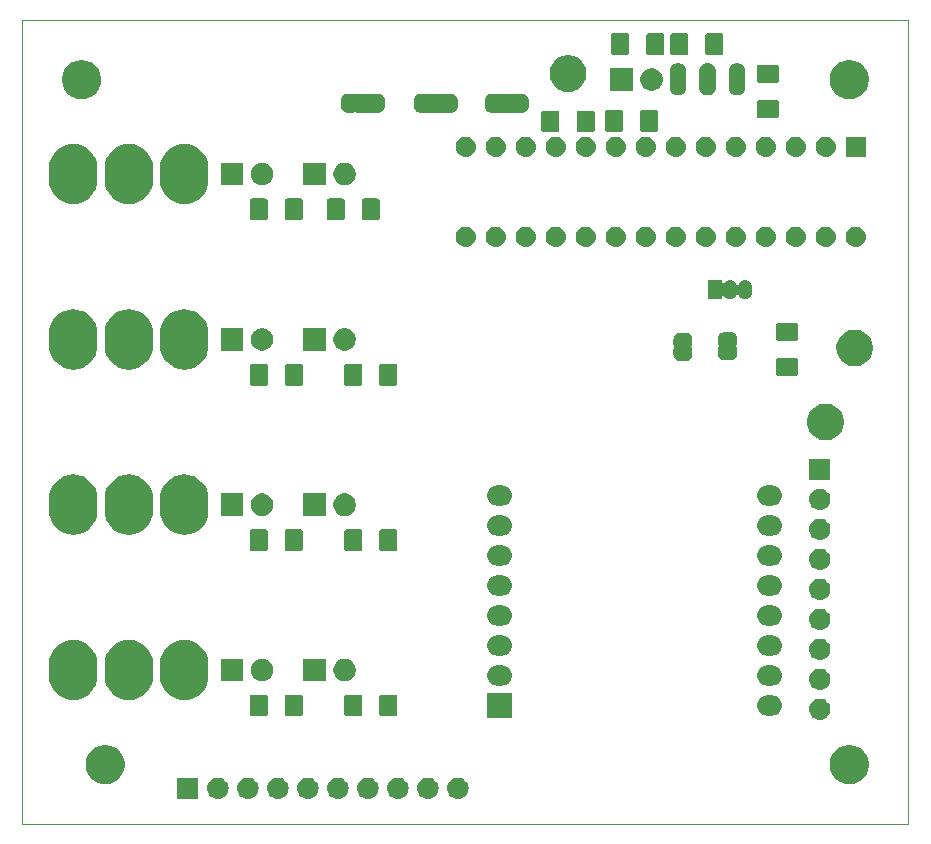
<source format=gbr>
G04 #@! TF.GenerationSoftware,KiCad,Pcbnew,5.1.4-e60b266~84~ubuntu18.04.1*
G04 #@! TF.CreationDate,2019-08-08T16:59:36+02:00*
G04 #@! TF.ProjectId,ESP-Multiio,4553502d-4d75-46c7-9469-696f2e6b6963,rev?*
G04 #@! TF.SameCoordinates,Original*
G04 #@! TF.FileFunction,Soldermask,Bot*
G04 #@! TF.FilePolarity,Negative*
%FSLAX46Y46*%
G04 Gerber Fmt 4.6, Leading zero omitted, Abs format (unit mm)*
G04 Created by KiCad (PCBNEW 5.1.4-e60b266~84~ubuntu18.04.1) date 2019-08-08 16:59:36*
%MOMM*%
%LPD*%
G04 APERTURE LIST*
%ADD10C,0.050000*%
%ADD11C,0.100000*%
G04 APERTURE END LIST*
D10*
X152000000Y-95000000D02*
X77000000Y-95000000D01*
X152000000Y-27000000D02*
X152000000Y-95000000D01*
X77000000Y-27000000D02*
X152000000Y-27000000D01*
X77000000Y-27000000D02*
X77000000Y-95000000D01*
D11*
G36*
X113970442Y-91105518D02*
G01*
X114036627Y-91112037D01*
X114206466Y-91163557D01*
X114362991Y-91247222D01*
X114398729Y-91276552D01*
X114500186Y-91359814D01*
X114583448Y-91461271D01*
X114612778Y-91497009D01*
X114696443Y-91653534D01*
X114747963Y-91823373D01*
X114765359Y-92000000D01*
X114747963Y-92176627D01*
X114696443Y-92346466D01*
X114612778Y-92502991D01*
X114583448Y-92538729D01*
X114500186Y-92640186D01*
X114398729Y-92723448D01*
X114362991Y-92752778D01*
X114206466Y-92836443D01*
X114036627Y-92887963D01*
X113970443Y-92894481D01*
X113904260Y-92901000D01*
X113815740Y-92901000D01*
X113749557Y-92894481D01*
X113683373Y-92887963D01*
X113513534Y-92836443D01*
X113357009Y-92752778D01*
X113321271Y-92723448D01*
X113219814Y-92640186D01*
X113136552Y-92538729D01*
X113107222Y-92502991D01*
X113023557Y-92346466D01*
X112972037Y-92176627D01*
X112954641Y-92000000D01*
X112972037Y-91823373D01*
X113023557Y-91653534D01*
X113107222Y-91497009D01*
X113136552Y-91461271D01*
X113219814Y-91359814D01*
X113321271Y-91276552D01*
X113357009Y-91247222D01*
X113513534Y-91163557D01*
X113683373Y-91112037D01*
X113749558Y-91105518D01*
X113815740Y-91099000D01*
X113904260Y-91099000D01*
X113970442Y-91105518D01*
X113970442Y-91105518D01*
G37*
G36*
X111430442Y-91105518D02*
G01*
X111496627Y-91112037D01*
X111666466Y-91163557D01*
X111822991Y-91247222D01*
X111858729Y-91276552D01*
X111960186Y-91359814D01*
X112043448Y-91461271D01*
X112072778Y-91497009D01*
X112156443Y-91653534D01*
X112207963Y-91823373D01*
X112225359Y-92000000D01*
X112207963Y-92176627D01*
X112156443Y-92346466D01*
X112072778Y-92502991D01*
X112043448Y-92538729D01*
X111960186Y-92640186D01*
X111858729Y-92723448D01*
X111822991Y-92752778D01*
X111666466Y-92836443D01*
X111496627Y-92887963D01*
X111430443Y-92894481D01*
X111364260Y-92901000D01*
X111275740Y-92901000D01*
X111209557Y-92894481D01*
X111143373Y-92887963D01*
X110973534Y-92836443D01*
X110817009Y-92752778D01*
X110781271Y-92723448D01*
X110679814Y-92640186D01*
X110596552Y-92538729D01*
X110567222Y-92502991D01*
X110483557Y-92346466D01*
X110432037Y-92176627D01*
X110414641Y-92000000D01*
X110432037Y-91823373D01*
X110483557Y-91653534D01*
X110567222Y-91497009D01*
X110596552Y-91461271D01*
X110679814Y-91359814D01*
X110781271Y-91276552D01*
X110817009Y-91247222D01*
X110973534Y-91163557D01*
X111143373Y-91112037D01*
X111209558Y-91105518D01*
X111275740Y-91099000D01*
X111364260Y-91099000D01*
X111430442Y-91105518D01*
X111430442Y-91105518D01*
G37*
G36*
X91901000Y-92901000D02*
G01*
X90099000Y-92901000D01*
X90099000Y-91099000D01*
X91901000Y-91099000D01*
X91901000Y-92901000D01*
X91901000Y-92901000D01*
G37*
G36*
X93650442Y-91105518D02*
G01*
X93716627Y-91112037D01*
X93886466Y-91163557D01*
X94042991Y-91247222D01*
X94078729Y-91276552D01*
X94180186Y-91359814D01*
X94263448Y-91461271D01*
X94292778Y-91497009D01*
X94376443Y-91653534D01*
X94427963Y-91823373D01*
X94445359Y-92000000D01*
X94427963Y-92176627D01*
X94376443Y-92346466D01*
X94292778Y-92502991D01*
X94263448Y-92538729D01*
X94180186Y-92640186D01*
X94078729Y-92723448D01*
X94042991Y-92752778D01*
X93886466Y-92836443D01*
X93716627Y-92887963D01*
X93650443Y-92894481D01*
X93584260Y-92901000D01*
X93495740Y-92901000D01*
X93429557Y-92894481D01*
X93363373Y-92887963D01*
X93193534Y-92836443D01*
X93037009Y-92752778D01*
X93001271Y-92723448D01*
X92899814Y-92640186D01*
X92816552Y-92538729D01*
X92787222Y-92502991D01*
X92703557Y-92346466D01*
X92652037Y-92176627D01*
X92634641Y-92000000D01*
X92652037Y-91823373D01*
X92703557Y-91653534D01*
X92787222Y-91497009D01*
X92816552Y-91461271D01*
X92899814Y-91359814D01*
X93001271Y-91276552D01*
X93037009Y-91247222D01*
X93193534Y-91163557D01*
X93363373Y-91112037D01*
X93429558Y-91105518D01*
X93495740Y-91099000D01*
X93584260Y-91099000D01*
X93650442Y-91105518D01*
X93650442Y-91105518D01*
G37*
G36*
X96190442Y-91105518D02*
G01*
X96256627Y-91112037D01*
X96426466Y-91163557D01*
X96582991Y-91247222D01*
X96618729Y-91276552D01*
X96720186Y-91359814D01*
X96803448Y-91461271D01*
X96832778Y-91497009D01*
X96916443Y-91653534D01*
X96967963Y-91823373D01*
X96985359Y-92000000D01*
X96967963Y-92176627D01*
X96916443Y-92346466D01*
X96832778Y-92502991D01*
X96803448Y-92538729D01*
X96720186Y-92640186D01*
X96618729Y-92723448D01*
X96582991Y-92752778D01*
X96426466Y-92836443D01*
X96256627Y-92887963D01*
X96190443Y-92894481D01*
X96124260Y-92901000D01*
X96035740Y-92901000D01*
X95969557Y-92894481D01*
X95903373Y-92887963D01*
X95733534Y-92836443D01*
X95577009Y-92752778D01*
X95541271Y-92723448D01*
X95439814Y-92640186D01*
X95356552Y-92538729D01*
X95327222Y-92502991D01*
X95243557Y-92346466D01*
X95192037Y-92176627D01*
X95174641Y-92000000D01*
X95192037Y-91823373D01*
X95243557Y-91653534D01*
X95327222Y-91497009D01*
X95356552Y-91461271D01*
X95439814Y-91359814D01*
X95541271Y-91276552D01*
X95577009Y-91247222D01*
X95733534Y-91163557D01*
X95903373Y-91112037D01*
X95969558Y-91105518D01*
X96035740Y-91099000D01*
X96124260Y-91099000D01*
X96190442Y-91105518D01*
X96190442Y-91105518D01*
G37*
G36*
X98730442Y-91105518D02*
G01*
X98796627Y-91112037D01*
X98966466Y-91163557D01*
X99122991Y-91247222D01*
X99158729Y-91276552D01*
X99260186Y-91359814D01*
X99343448Y-91461271D01*
X99372778Y-91497009D01*
X99456443Y-91653534D01*
X99507963Y-91823373D01*
X99525359Y-92000000D01*
X99507963Y-92176627D01*
X99456443Y-92346466D01*
X99372778Y-92502991D01*
X99343448Y-92538729D01*
X99260186Y-92640186D01*
X99158729Y-92723448D01*
X99122991Y-92752778D01*
X98966466Y-92836443D01*
X98796627Y-92887963D01*
X98730443Y-92894481D01*
X98664260Y-92901000D01*
X98575740Y-92901000D01*
X98509557Y-92894481D01*
X98443373Y-92887963D01*
X98273534Y-92836443D01*
X98117009Y-92752778D01*
X98081271Y-92723448D01*
X97979814Y-92640186D01*
X97896552Y-92538729D01*
X97867222Y-92502991D01*
X97783557Y-92346466D01*
X97732037Y-92176627D01*
X97714641Y-92000000D01*
X97732037Y-91823373D01*
X97783557Y-91653534D01*
X97867222Y-91497009D01*
X97896552Y-91461271D01*
X97979814Y-91359814D01*
X98081271Y-91276552D01*
X98117009Y-91247222D01*
X98273534Y-91163557D01*
X98443373Y-91112037D01*
X98509558Y-91105518D01*
X98575740Y-91099000D01*
X98664260Y-91099000D01*
X98730442Y-91105518D01*
X98730442Y-91105518D01*
G37*
G36*
X103810442Y-91105518D02*
G01*
X103876627Y-91112037D01*
X104046466Y-91163557D01*
X104202991Y-91247222D01*
X104238729Y-91276552D01*
X104340186Y-91359814D01*
X104423448Y-91461271D01*
X104452778Y-91497009D01*
X104536443Y-91653534D01*
X104587963Y-91823373D01*
X104605359Y-92000000D01*
X104587963Y-92176627D01*
X104536443Y-92346466D01*
X104452778Y-92502991D01*
X104423448Y-92538729D01*
X104340186Y-92640186D01*
X104238729Y-92723448D01*
X104202991Y-92752778D01*
X104046466Y-92836443D01*
X103876627Y-92887963D01*
X103810443Y-92894481D01*
X103744260Y-92901000D01*
X103655740Y-92901000D01*
X103589557Y-92894481D01*
X103523373Y-92887963D01*
X103353534Y-92836443D01*
X103197009Y-92752778D01*
X103161271Y-92723448D01*
X103059814Y-92640186D01*
X102976552Y-92538729D01*
X102947222Y-92502991D01*
X102863557Y-92346466D01*
X102812037Y-92176627D01*
X102794641Y-92000000D01*
X102812037Y-91823373D01*
X102863557Y-91653534D01*
X102947222Y-91497009D01*
X102976552Y-91461271D01*
X103059814Y-91359814D01*
X103161271Y-91276552D01*
X103197009Y-91247222D01*
X103353534Y-91163557D01*
X103523373Y-91112037D01*
X103589558Y-91105518D01*
X103655740Y-91099000D01*
X103744260Y-91099000D01*
X103810442Y-91105518D01*
X103810442Y-91105518D01*
G37*
G36*
X101270442Y-91105518D02*
G01*
X101336627Y-91112037D01*
X101506466Y-91163557D01*
X101662991Y-91247222D01*
X101698729Y-91276552D01*
X101800186Y-91359814D01*
X101883448Y-91461271D01*
X101912778Y-91497009D01*
X101996443Y-91653534D01*
X102047963Y-91823373D01*
X102065359Y-92000000D01*
X102047963Y-92176627D01*
X101996443Y-92346466D01*
X101912778Y-92502991D01*
X101883448Y-92538729D01*
X101800186Y-92640186D01*
X101698729Y-92723448D01*
X101662991Y-92752778D01*
X101506466Y-92836443D01*
X101336627Y-92887963D01*
X101270443Y-92894481D01*
X101204260Y-92901000D01*
X101115740Y-92901000D01*
X101049557Y-92894481D01*
X100983373Y-92887963D01*
X100813534Y-92836443D01*
X100657009Y-92752778D01*
X100621271Y-92723448D01*
X100519814Y-92640186D01*
X100436552Y-92538729D01*
X100407222Y-92502991D01*
X100323557Y-92346466D01*
X100272037Y-92176627D01*
X100254641Y-92000000D01*
X100272037Y-91823373D01*
X100323557Y-91653534D01*
X100407222Y-91497009D01*
X100436552Y-91461271D01*
X100519814Y-91359814D01*
X100621271Y-91276552D01*
X100657009Y-91247222D01*
X100813534Y-91163557D01*
X100983373Y-91112037D01*
X101049558Y-91105518D01*
X101115740Y-91099000D01*
X101204260Y-91099000D01*
X101270442Y-91105518D01*
X101270442Y-91105518D01*
G37*
G36*
X108890442Y-91105518D02*
G01*
X108956627Y-91112037D01*
X109126466Y-91163557D01*
X109282991Y-91247222D01*
X109318729Y-91276552D01*
X109420186Y-91359814D01*
X109503448Y-91461271D01*
X109532778Y-91497009D01*
X109616443Y-91653534D01*
X109667963Y-91823373D01*
X109685359Y-92000000D01*
X109667963Y-92176627D01*
X109616443Y-92346466D01*
X109532778Y-92502991D01*
X109503448Y-92538729D01*
X109420186Y-92640186D01*
X109318729Y-92723448D01*
X109282991Y-92752778D01*
X109126466Y-92836443D01*
X108956627Y-92887963D01*
X108890443Y-92894481D01*
X108824260Y-92901000D01*
X108735740Y-92901000D01*
X108669557Y-92894481D01*
X108603373Y-92887963D01*
X108433534Y-92836443D01*
X108277009Y-92752778D01*
X108241271Y-92723448D01*
X108139814Y-92640186D01*
X108056552Y-92538729D01*
X108027222Y-92502991D01*
X107943557Y-92346466D01*
X107892037Y-92176627D01*
X107874641Y-92000000D01*
X107892037Y-91823373D01*
X107943557Y-91653534D01*
X108027222Y-91497009D01*
X108056552Y-91461271D01*
X108139814Y-91359814D01*
X108241271Y-91276552D01*
X108277009Y-91247222D01*
X108433534Y-91163557D01*
X108603373Y-91112037D01*
X108669558Y-91105518D01*
X108735740Y-91099000D01*
X108824260Y-91099000D01*
X108890442Y-91105518D01*
X108890442Y-91105518D01*
G37*
G36*
X106350442Y-91105518D02*
G01*
X106416627Y-91112037D01*
X106586466Y-91163557D01*
X106742991Y-91247222D01*
X106778729Y-91276552D01*
X106880186Y-91359814D01*
X106963448Y-91461271D01*
X106992778Y-91497009D01*
X107076443Y-91653534D01*
X107127963Y-91823373D01*
X107145359Y-92000000D01*
X107127963Y-92176627D01*
X107076443Y-92346466D01*
X106992778Y-92502991D01*
X106963448Y-92538729D01*
X106880186Y-92640186D01*
X106778729Y-92723448D01*
X106742991Y-92752778D01*
X106586466Y-92836443D01*
X106416627Y-92887963D01*
X106350443Y-92894481D01*
X106284260Y-92901000D01*
X106195740Y-92901000D01*
X106129557Y-92894481D01*
X106063373Y-92887963D01*
X105893534Y-92836443D01*
X105737009Y-92752778D01*
X105701271Y-92723448D01*
X105599814Y-92640186D01*
X105516552Y-92538729D01*
X105487222Y-92502991D01*
X105403557Y-92346466D01*
X105352037Y-92176627D01*
X105334641Y-92000000D01*
X105352037Y-91823373D01*
X105403557Y-91653534D01*
X105487222Y-91497009D01*
X105516552Y-91461271D01*
X105599814Y-91359814D01*
X105701271Y-91276552D01*
X105737009Y-91247222D01*
X105893534Y-91163557D01*
X106063373Y-91112037D01*
X106129558Y-91105518D01*
X106195740Y-91099000D01*
X106284260Y-91099000D01*
X106350442Y-91105518D01*
X106350442Y-91105518D01*
G37*
G36*
X84375256Y-88391298D02*
G01*
X84481579Y-88412447D01*
X84782042Y-88536903D01*
X85052451Y-88717585D01*
X85282415Y-88947549D01*
X85463097Y-89217958D01*
X85587553Y-89518421D01*
X85651000Y-89837391D01*
X85651000Y-90162609D01*
X85587553Y-90481579D01*
X85463097Y-90782042D01*
X85282415Y-91052451D01*
X85052451Y-91282415D01*
X84782042Y-91463097D01*
X84481579Y-91587553D01*
X84375256Y-91608702D01*
X84162611Y-91651000D01*
X83837389Y-91651000D01*
X83624744Y-91608702D01*
X83518421Y-91587553D01*
X83217958Y-91463097D01*
X82947549Y-91282415D01*
X82717585Y-91052451D01*
X82536903Y-90782042D01*
X82412447Y-90481579D01*
X82349000Y-90162609D01*
X82349000Y-89837391D01*
X82412447Y-89518421D01*
X82536903Y-89217958D01*
X82717585Y-88947549D01*
X82947549Y-88717585D01*
X83217958Y-88536903D01*
X83518421Y-88412447D01*
X83624744Y-88391298D01*
X83837389Y-88349000D01*
X84162611Y-88349000D01*
X84375256Y-88391298D01*
X84375256Y-88391298D01*
G37*
G36*
X147375256Y-88391298D02*
G01*
X147481579Y-88412447D01*
X147782042Y-88536903D01*
X148052451Y-88717585D01*
X148282415Y-88947549D01*
X148463097Y-89217958D01*
X148587553Y-89518421D01*
X148651000Y-89837391D01*
X148651000Y-90162609D01*
X148587553Y-90481579D01*
X148463097Y-90782042D01*
X148282415Y-91052451D01*
X148052451Y-91282415D01*
X147782042Y-91463097D01*
X147481579Y-91587553D01*
X147375256Y-91608702D01*
X147162611Y-91651000D01*
X146837389Y-91651000D01*
X146624744Y-91608702D01*
X146518421Y-91587553D01*
X146217958Y-91463097D01*
X145947549Y-91282415D01*
X145717585Y-91052451D01*
X145536903Y-90782042D01*
X145412447Y-90481579D01*
X145349000Y-90162609D01*
X145349000Y-89837391D01*
X145412447Y-89518421D01*
X145536903Y-89217958D01*
X145717585Y-88947549D01*
X145947549Y-88717585D01*
X146217958Y-88536903D01*
X146518421Y-88412447D01*
X146624744Y-88391298D01*
X146837389Y-88349000D01*
X147162611Y-88349000D01*
X147375256Y-88391298D01*
X147375256Y-88391298D01*
G37*
G36*
X144610443Y-84425519D02*
G01*
X144676627Y-84432037D01*
X144846466Y-84483557D01*
X145002991Y-84567222D01*
X145038729Y-84596552D01*
X145140186Y-84679814D01*
X145223448Y-84781271D01*
X145252778Y-84817009D01*
X145336443Y-84973534D01*
X145387963Y-85143373D01*
X145405359Y-85320000D01*
X145387963Y-85496627D01*
X145336443Y-85666466D01*
X145252778Y-85822991D01*
X145236633Y-85842663D01*
X145140186Y-85960186D01*
X145038729Y-86043448D01*
X145002991Y-86072778D01*
X144846466Y-86156443D01*
X144676627Y-86207963D01*
X144610442Y-86214482D01*
X144544260Y-86221000D01*
X144455740Y-86221000D01*
X144389558Y-86214482D01*
X144323373Y-86207963D01*
X144153534Y-86156443D01*
X143997009Y-86072778D01*
X143961271Y-86043448D01*
X143859814Y-85960186D01*
X143763367Y-85842663D01*
X143747222Y-85822991D01*
X143663557Y-85666466D01*
X143612037Y-85496627D01*
X143594641Y-85320000D01*
X143612037Y-85143373D01*
X143663557Y-84973534D01*
X143747222Y-84817009D01*
X143776552Y-84781271D01*
X143859814Y-84679814D01*
X143961271Y-84596552D01*
X143997009Y-84567222D01*
X144153534Y-84483557D01*
X144323373Y-84432037D01*
X144389557Y-84425519D01*
X144455740Y-84419000D01*
X144544260Y-84419000D01*
X144610443Y-84425519D01*
X144610443Y-84425519D01*
G37*
G36*
X118451000Y-86051000D02*
G01*
X116349000Y-86051000D01*
X116349000Y-83949000D01*
X118451000Y-83949000D01*
X118451000Y-86051000D01*
X118451000Y-86051000D01*
G37*
G36*
X100588062Y-84078181D02*
G01*
X100622981Y-84088774D01*
X100655163Y-84105976D01*
X100683373Y-84129127D01*
X100706524Y-84157337D01*
X100723726Y-84189519D01*
X100734319Y-84224438D01*
X100738500Y-84266895D01*
X100738500Y-85733105D01*
X100734319Y-85775562D01*
X100723726Y-85810481D01*
X100706524Y-85842663D01*
X100683373Y-85870873D01*
X100655163Y-85894024D01*
X100622981Y-85911226D01*
X100588062Y-85921819D01*
X100545605Y-85926000D01*
X99404395Y-85926000D01*
X99361938Y-85921819D01*
X99327019Y-85911226D01*
X99294837Y-85894024D01*
X99266627Y-85870873D01*
X99243476Y-85842663D01*
X99226274Y-85810481D01*
X99215681Y-85775562D01*
X99211500Y-85733105D01*
X99211500Y-84266895D01*
X99215681Y-84224438D01*
X99226274Y-84189519D01*
X99243476Y-84157337D01*
X99266627Y-84129127D01*
X99294837Y-84105976D01*
X99327019Y-84088774D01*
X99361938Y-84078181D01*
X99404395Y-84074000D01*
X100545605Y-84074000D01*
X100588062Y-84078181D01*
X100588062Y-84078181D01*
G37*
G36*
X97613062Y-84078181D02*
G01*
X97647981Y-84088774D01*
X97680163Y-84105976D01*
X97708373Y-84129127D01*
X97731524Y-84157337D01*
X97748726Y-84189519D01*
X97759319Y-84224438D01*
X97763500Y-84266895D01*
X97763500Y-85733105D01*
X97759319Y-85775562D01*
X97748726Y-85810481D01*
X97731524Y-85842663D01*
X97708373Y-85870873D01*
X97680163Y-85894024D01*
X97647981Y-85911226D01*
X97613062Y-85921819D01*
X97570605Y-85926000D01*
X96429395Y-85926000D01*
X96386938Y-85921819D01*
X96352019Y-85911226D01*
X96319837Y-85894024D01*
X96291627Y-85870873D01*
X96268476Y-85842663D01*
X96251274Y-85810481D01*
X96240681Y-85775562D01*
X96236500Y-85733105D01*
X96236500Y-84266895D01*
X96240681Y-84224438D01*
X96251274Y-84189519D01*
X96268476Y-84157337D01*
X96291627Y-84129127D01*
X96319837Y-84105976D01*
X96352019Y-84088774D01*
X96386938Y-84078181D01*
X96429395Y-84074000D01*
X97570605Y-84074000D01*
X97613062Y-84078181D01*
X97613062Y-84078181D01*
G37*
G36*
X108588062Y-84078181D02*
G01*
X108622981Y-84088774D01*
X108655163Y-84105976D01*
X108683373Y-84129127D01*
X108706524Y-84157337D01*
X108723726Y-84189519D01*
X108734319Y-84224438D01*
X108738500Y-84266895D01*
X108738500Y-85733105D01*
X108734319Y-85775562D01*
X108723726Y-85810481D01*
X108706524Y-85842663D01*
X108683373Y-85870873D01*
X108655163Y-85894024D01*
X108622981Y-85911226D01*
X108588062Y-85921819D01*
X108545605Y-85926000D01*
X107404395Y-85926000D01*
X107361938Y-85921819D01*
X107327019Y-85911226D01*
X107294837Y-85894024D01*
X107266627Y-85870873D01*
X107243476Y-85842663D01*
X107226274Y-85810481D01*
X107215681Y-85775562D01*
X107211500Y-85733105D01*
X107211500Y-84266895D01*
X107215681Y-84224438D01*
X107226274Y-84189519D01*
X107243476Y-84157337D01*
X107266627Y-84129127D01*
X107294837Y-84105976D01*
X107327019Y-84088774D01*
X107361938Y-84078181D01*
X107404395Y-84074000D01*
X108545605Y-84074000D01*
X108588062Y-84078181D01*
X108588062Y-84078181D01*
G37*
G36*
X105613062Y-84078181D02*
G01*
X105647981Y-84088774D01*
X105680163Y-84105976D01*
X105708373Y-84129127D01*
X105731524Y-84157337D01*
X105748726Y-84189519D01*
X105759319Y-84224438D01*
X105763500Y-84266895D01*
X105763500Y-85733105D01*
X105759319Y-85775562D01*
X105748726Y-85810481D01*
X105731524Y-85842663D01*
X105708373Y-85870873D01*
X105680163Y-85894024D01*
X105647981Y-85911226D01*
X105613062Y-85921819D01*
X105570605Y-85926000D01*
X104429395Y-85926000D01*
X104386938Y-85921819D01*
X104352019Y-85911226D01*
X104319837Y-85894024D01*
X104291627Y-85870873D01*
X104268476Y-85842663D01*
X104251274Y-85810481D01*
X104240681Y-85775562D01*
X104236500Y-85733105D01*
X104236500Y-84266895D01*
X104240681Y-84224438D01*
X104251274Y-84189519D01*
X104268476Y-84157337D01*
X104291627Y-84129127D01*
X104319837Y-84105976D01*
X104352019Y-84088774D01*
X104386938Y-84078181D01*
X104429395Y-84074000D01*
X105570605Y-84074000D01*
X105613062Y-84078181D01*
X105613062Y-84078181D01*
G37*
G36*
X140626823Y-84161313D02*
G01*
X140787242Y-84209976D01*
X140814298Y-84224438D01*
X140935078Y-84288996D01*
X141064659Y-84395341D01*
X141171004Y-84524922D01*
X141171005Y-84524924D01*
X141250024Y-84672758D01*
X141250025Y-84672761D01*
X141252165Y-84679815D01*
X141298687Y-84833177D01*
X141315117Y-85000000D01*
X141298687Y-85166823D01*
X141250024Y-85327242D01*
X141179114Y-85459906D01*
X141171004Y-85475078D01*
X141064659Y-85604659D01*
X140935078Y-85711004D01*
X140935076Y-85711005D01*
X140787242Y-85790024D01*
X140626823Y-85838687D01*
X140501804Y-85851000D01*
X140018196Y-85851000D01*
X139893177Y-85838687D01*
X139732758Y-85790024D01*
X139584924Y-85711005D01*
X139584922Y-85711004D01*
X139455341Y-85604659D01*
X139348996Y-85475078D01*
X139340886Y-85459906D01*
X139269976Y-85327242D01*
X139221313Y-85166823D01*
X139204883Y-85000000D01*
X139221313Y-84833177D01*
X139267835Y-84679815D01*
X139269975Y-84672761D01*
X139269976Y-84672758D01*
X139348995Y-84524924D01*
X139348996Y-84524922D01*
X139455341Y-84395341D01*
X139584922Y-84288996D01*
X139705702Y-84224438D01*
X139732758Y-84209976D01*
X139893177Y-84161313D01*
X140018196Y-84149000D01*
X140501804Y-84149000D01*
X140626823Y-84161313D01*
X140626823Y-84161313D01*
G37*
G36*
X91102065Y-79478677D02*
G01*
X91388085Y-79565440D01*
X91488684Y-79595956D01*
X91844983Y-79786402D01*
X91844986Y-79786404D01*
X91844987Y-79786405D01*
X92157293Y-80042707D01*
X92413595Y-80355013D01*
X92413598Y-80355017D01*
X92604044Y-80711316D01*
X92604045Y-80711319D01*
X92721323Y-81097934D01*
X92737414Y-81261309D01*
X92751000Y-81399249D01*
X92751000Y-82600750D01*
X92748432Y-82626823D01*
X92721323Y-82902065D01*
X92639741Y-83171005D01*
X92604044Y-83288684D01*
X92413598Y-83644983D01*
X92413596Y-83644986D01*
X92413595Y-83644987D01*
X92157293Y-83957293D01*
X91844987Y-84213595D01*
X91844983Y-84213598D01*
X91488684Y-84404044D01*
X91488681Y-84404045D01*
X91102066Y-84521323D01*
X90700000Y-84560923D01*
X90297935Y-84521323D01*
X89911320Y-84404045D01*
X89911317Y-84404044D01*
X89555018Y-84213598D01*
X89555014Y-84213595D01*
X89242708Y-83957293D01*
X88986406Y-83644987D01*
X88986405Y-83644986D01*
X88986403Y-83644983D01*
X88795956Y-83288684D01*
X88784229Y-83250024D01*
X88678677Y-82902066D01*
X88649539Y-82606225D01*
X88649000Y-82600751D01*
X88649000Y-81399250D01*
X88662586Y-81261309D01*
X88678677Y-81097935D01*
X88795955Y-80711320D01*
X88795956Y-80711316D01*
X88986402Y-80355017D01*
X88986405Y-80355013D01*
X89242707Y-80042707D01*
X89555013Y-79786405D01*
X89555014Y-79786404D01*
X89555017Y-79786402D01*
X89911316Y-79595956D01*
X89911319Y-79595955D01*
X90297934Y-79478677D01*
X90700000Y-79439077D01*
X91102065Y-79478677D01*
X91102065Y-79478677D01*
G37*
G36*
X86402065Y-79478677D02*
G01*
X86688085Y-79565440D01*
X86788684Y-79595956D01*
X87144983Y-79786402D01*
X87144986Y-79786404D01*
X87144987Y-79786405D01*
X87457293Y-80042707D01*
X87713595Y-80355013D01*
X87713598Y-80355017D01*
X87904044Y-80711316D01*
X87904045Y-80711319D01*
X88021323Y-81097934D01*
X88037414Y-81261309D01*
X88051000Y-81399249D01*
X88051000Y-82600750D01*
X88048432Y-82626823D01*
X88021323Y-82902065D01*
X87939741Y-83171005D01*
X87904044Y-83288684D01*
X87713598Y-83644983D01*
X87713596Y-83644986D01*
X87713595Y-83644987D01*
X87457293Y-83957293D01*
X87144987Y-84213595D01*
X87144983Y-84213598D01*
X86788684Y-84404044D01*
X86788681Y-84404045D01*
X86402066Y-84521323D01*
X86000000Y-84560923D01*
X85597935Y-84521323D01*
X85211320Y-84404045D01*
X85211317Y-84404044D01*
X84855018Y-84213598D01*
X84855014Y-84213595D01*
X84542708Y-83957293D01*
X84286406Y-83644987D01*
X84286405Y-83644986D01*
X84286403Y-83644983D01*
X84095956Y-83288684D01*
X84084229Y-83250024D01*
X83978677Y-82902066D01*
X83949539Y-82606225D01*
X83949000Y-82600751D01*
X83949000Y-81399250D01*
X83962586Y-81261309D01*
X83978677Y-81097935D01*
X84095955Y-80711320D01*
X84095956Y-80711316D01*
X84286402Y-80355017D01*
X84286405Y-80355013D01*
X84542707Y-80042707D01*
X84855013Y-79786405D01*
X84855014Y-79786404D01*
X84855017Y-79786402D01*
X85211316Y-79595956D01*
X85211319Y-79595955D01*
X85597934Y-79478677D01*
X86000000Y-79439077D01*
X86402065Y-79478677D01*
X86402065Y-79478677D01*
G37*
G36*
X81702065Y-79478677D02*
G01*
X81988085Y-79565440D01*
X82088684Y-79595956D01*
X82444983Y-79786402D01*
X82444986Y-79786404D01*
X82444987Y-79786405D01*
X82757293Y-80042707D01*
X83013595Y-80355013D01*
X83013598Y-80355017D01*
X83204044Y-80711316D01*
X83204045Y-80711319D01*
X83321323Y-81097934D01*
X83337414Y-81261309D01*
X83351000Y-81399249D01*
X83351000Y-82600750D01*
X83348432Y-82626823D01*
X83321323Y-82902065D01*
X83239741Y-83171005D01*
X83204044Y-83288684D01*
X83013598Y-83644983D01*
X83013596Y-83644986D01*
X83013595Y-83644987D01*
X82757293Y-83957293D01*
X82444987Y-84213595D01*
X82444983Y-84213598D01*
X82088684Y-84404044D01*
X82088681Y-84404045D01*
X81702066Y-84521323D01*
X81300000Y-84560923D01*
X80897935Y-84521323D01*
X80511320Y-84404045D01*
X80511317Y-84404044D01*
X80155018Y-84213598D01*
X80155014Y-84213595D01*
X79842708Y-83957293D01*
X79586406Y-83644987D01*
X79586405Y-83644986D01*
X79586403Y-83644983D01*
X79395956Y-83288684D01*
X79384229Y-83250024D01*
X79278677Y-82902066D01*
X79249539Y-82606225D01*
X79249000Y-82600751D01*
X79249000Y-81399250D01*
X79262586Y-81261309D01*
X79278677Y-81097935D01*
X79395955Y-80711320D01*
X79395956Y-80711316D01*
X79586402Y-80355017D01*
X79586405Y-80355013D01*
X79842707Y-80042707D01*
X80155013Y-79786405D01*
X80155014Y-79786404D01*
X80155017Y-79786402D01*
X80511316Y-79595956D01*
X80511319Y-79595955D01*
X80897934Y-79478677D01*
X81300000Y-79439077D01*
X81702065Y-79478677D01*
X81702065Y-79478677D01*
G37*
G36*
X144610442Y-81885518D02*
G01*
X144676627Y-81892037D01*
X144846466Y-81943557D01*
X145002991Y-82027222D01*
X145038729Y-82056552D01*
X145140186Y-82139814D01*
X145223448Y-82241271D01*
X145252778Y-82277009D01*
X145336443Y-82433534D01*
X145387963Y-82603373D01*
X145405359Y-82780000D01*
X145387963Y-82956627D01*
X145336443Y-83126466D01*
X145252778Y-83282991D01*
X145229791Y-83311000D01*
X145140186Y-83420186D01*
X145038729Y-83503448D01*
X145002991Y-83532778D01*
X144846466Y-83616443D01*
X144676627Y-83667963D01*
X144610442Y-83674482D01*
X144544260Y-83681000D01*
X144455740Y-83681000D01*
X144389558Y-83674482D01*
X144323373Y-83667963D01*
X144153534Y-83616443D01*
X143997009Y-83532778D01*
X143961271Y-83503448D01*
X143859814Y-83420186D01*
X143770209Y-83311000D01*
X143747222Y-83282991D01*
X143663557Y-83126466D01*
X143612037Y-82956627D01*
X143594641Y-82780000D01*
X143612037Y-82603373D01*
X143663557Y-82433534D01*
X143747222Y-82277009D01*
X143776552Y-82241271D01*
X143859814Y-82139814D01*
X143961271Y-82056552D01*
X143997009Y-82027222D01*
X144153534Y-81943557D01*
X144323373Y-81892037D01*
X144389558Y-81885518D01*
X144455740Y-81879000D01*
X144544260Y-81879000D01*
X144610442Y-81885518D01*
X144610442Y-81885518D01*
G37*
G36*
X140626823Y-81621313D02*
G01*
X140787242Y-81669976D01*
X140885702Y-81722604D01*
X140935078Y-81748996D01*
X141064659Y-81855341D01*
X141171004Y-81984922D01*
X141171005Y-81984924D01*
X141250024Y-82132758D01*
X141250025Y-82132761D01*
X141252165Y-82139815D01*
X141298687Y-82293177D01*
X141315117Y-82460000D01*
X141298687Y-82626823D01*
X141250024Y-82787242D01*
X141188651Y-82902063D01*
X141171004Y-82935078D01*
X141064659Y-83064659D01*
X140935078Y-83171004D01*
X140935076Y-83171005D01*
X140787242Y-83250024D01*
X140626823Y-83298687D01*
X140501804Y-83311000D01*
X140018196Y-83311000D01*
X139893177Y-83298687D01*
X139732758Y-83250024D01*
X139584924Y-83171005D01*
X139584922Y-83171004D01*
X139455341Y-83064659D01*
X139348996Y-82935078D01*
X139331349Y-82902063D01*
X139269976Y-82787242D01*
X139221313Y-82626823D01*
X139204883Y-82460000D01*
X139221313Y-82293177D01*
X139267835Y-82139815D01*
X139269975Y-82132761D01*
X139269976Y-82132758D01*
X139348995Y-81984924D01*
X139348996Y-81984922D01*
X139455341Y-81855341D01*
X139584922Y-81748996D01*
X139634298Y-81722604D01*
X139732758Y-81669976D01*
X139893177Y-81621313D01*
X140018196Y-81609000D01*
X140501804Y-81609000D01*
X140626823Y-81621313D01*
X140626823Y-81621313D01*
G37*
G36*
X117766823Y-81621313D02*
G01*
X117927242Y-81669976D01*
X118025702Y-81722604D01*
X118075078Y-81748996D01*
X118204659Y-81855341D01*
X118311004Y-81984922D01*
X118311005Y-81984924D01*
X118390024Y-82132758D01*
X118390025Y-82132761D01*
X118392165Y-82139815D01*
X118438687Y-82293177D01*
X118455117Y-82460000D01*
X118438687Y-82626823D01*
X118390024Y-82787242D01*
X118328651Y-82902063D01*
X118311004Y-82935078D01*
X118204659Y-83064659D01*
X118075078Y-83171004D01*
X118075076Y-83171005D01*
X117927242Y-83250024D01*
X117766823Y-83298687D01*
X117641804Y-83311000D01*
X117158196Y-83311000D01*
X117033177Y-83298687D01*
X116872758Y-83250024D01*
X116724924Y-83171005D01*
X116724922Y-83171004D01*
X116595341Y-83064659D01*
X116488996Y-82935078D01*
X116471349Y-82902063D01*
X116409976Y-82787242D01*
X116361313Y-82626823D01*
X116344883Y-82460000D01*
X116361313Y-82293177D01*
X116407835Y-82139815D01*
X116409975Y-82132761D01*
X116409976Y-82132758D01*
X116488995Y-81984924D01*
X116488996Y-81984922D01*
X116595341Y-81855341D01*
X116724922Y-81748996D01*
X116774298Y-81722604D01*
X116872758Y-81669976D01*
X117033177Y-81621313D01*
X117158196Y-81609000D01*
X117641804Y-81609000D01*
X117766823Y-81621313D01*
X117766823Y-81621313D01*
G37*
G36*
X95681000Y-82951000D02*
G01*
X93779000Y-82951000D01*
X93779000Y-81049000D01*
X95681000Y-81049000D01*
X95681000Y-82951000D01*
X95681000Y-82951000D01*
G37*
G36*
X102681000Y-82951000D02*
G01*
X100779000Y-82951000D01*
X100779000Y-81049000D01*
X102681000Y-81049000D01*
X102681000Y-82951000D01*
X102681000Y-82951000D01*
G37*
G36*
X104547395Y-81085546D02*
G01*
X104720466Y-81157234D01*
X104720467Y-81157235D01*
X104876227Y-81261310D01*
X105008690Y-81393773D01*
X105012350Y-81399251D01*
X105112766Y-81549534D01*
X105184454Y-81722605D01*
X105221000Y-81906333D01*
X105221000Y-82093667D01*
X105184454Y-82277395D01*
X105112766Y-82450466D01*
X105061081Y-82527818D01*
X105008690Y-82606227D01*
X104876227Y-82738690D01*
X104814402Y-82780000D01*
X104720466Y-82842766D01*
X104547395Y-82914454D01*
X104363667Y-82951000D01*
X104176333Y-82951000D01*
X103992605Y-82914454D01*
X103819534Y-82842766D01*
X103725598Y-82780000D01*
X103663773Y-82738690D01*
X103531310Y-82606227D01*
X103478919Y-82527818D01*
X103427234Y-82450466D01*
X103355546Y-82277395D01*
X103319000Y-82093667D01*
X103319000Y-81906333D01*
X103355546Y-81722605D01*
X103427234Y-81549534D01*
X103527650Y-81399251D01*
X103531310Y-81393773D01*
X103663773Y-81261310D01*
X103819533Y-81157235D01*
X103819534Y-81157234D01*
X103992605Y-81085546D01*
X104176333Y-81049000D01*
X104363667Y-81049000D01*
X104547395Y-81085546D01*
X104547395Y-81085546D01*
G37*
G36*
X97547395Y-81085546D02*
G01*
X97720466Y-81157234D01*
X97720467Y-81157235D01*
X97876227Y-81261310D01*
X98008690Y-81393773D01*
X98012350Y-81399251D01*
X98112766Y-81549534D01*
X98184454Y-81722605D01*
X98221000Y-81906333D01*
X98221000Y-82093667D01*
X98184454Y-82277395D01*
X98112766Y-82450466D01*
X98061081Y-82527818D01*
X98008690Y-82606227D01*
X97876227Y-82738690D01*
X97814402Y-82780000D01*
X97720466Y-82842766D01*
X97547395Y-82914454D01*
X97363667Y-82951000D01*
X97176333Y-82951000D01*
X96992605Y-82914454D01*
X96819534Y-82842766D01*
X96725598Y-82780000D01*
X96663773Y-82738690D01*
X96531310Y-82606227D01*
X96478919Y-82527818D01*
X96427234Y-82450466D01*
X96355546Y-82277395D01*
X96319000Y-82093667D01*
X96319000Y-81906333D01*
X96355546Y-81722605D01*
X96427234Y-81549534D01*
X96527650Y-81399251D01*
X96531310Y-81393773D01*
X96663773Y-81261310D01*
X96819533Y-81157235D01*
X96819534Y-81157234D01*
X96992605Y-81085546D01*
X97176333Y-81049000D01*
X97363667Y-81049000D01*
X97547395Y-81085546D01*
X97547395Y-81085546D01*
G37*
G36*
X144610442Y-79345518D02*
G01*
X144676627Y-79352037D01*
X144846466Y-79403557D01*
X145002991Y-79487222D01*
X145038729Y-79516552D01*
X145140186Y-79599814D01*
X145223448Y-79701271D01*
X145252778Y-79737009D01*
X145336443Y-79893534D01*
X145387963Y-80063373D01*
X145405359Y-80240000D01*
X145387963Y-80416627D01*
X145336443Y-80586466D01*
X145252778Y-80742991D01*
X145229791Y-80771000D01*
X145140186Y-80880186D01*
X145038729Y-80963448D01*
X145002991Y-80992778D01*
X144846466Y-81076443D01*
X144676627Y-81127963D01*
X144610442Y-81134482D01*
X144544260Y-81141000D01*
X144455740Y-81141000D01*
X144389558Y-81134482D01*
X144323373Y-81127963D01*
X144153534Y-81076443D01*
X143997009Y-80992778D01*
X143961271Y-80963448D01*
X143859814Y-80880186D01*
X143770209Y-80771000D01*
X143747222Y-80742991D01*
X143663557Y-80586466D01*
X143612037Y-80416627D01*
X143594641Y-80240000D01*
X143612037Y-80063373D01*
X143663557Y-79893534D01*
X143747222Y-79737009D01*
X143776552Y-79701271D01*
X143859814Y-79599814D01*
X143961271Y-79516552D01*
X143997009Y-79487222D01*
X144153534Y-79403557D01*
X144323373Y-79352037D01*
X144389558Y-79345518D01*
X144455740Y-79339000D01*
X144544260Y-79339000D01*
X144610442Y-79345518D01*
X144610442Y-79345518D01*
G37*
G36*
X117766823Y-79081313D02*
G01*
X117927242Y-79129976D01*
X118059906Y-79200886D01*
X118075078Y-79208996D01*
X118204659Y-79315341D01*
X118311004Y-79444922D01*
X118311005Y-79444924D01*
X118390024Y-79592758D01*
X118390025Y-79592761D01*
X118392165Y-79599815D01*
X118438687Y-79753177D01*
X118455117Y-79920000D01*
X118438687Y-80086823D01*
X118390024Y-80247242D01*
X118332419Y-80355013D01*
X118311004Y-80395078D01*
X118204659Y-80524659D01*
X118075078Y-80631004D01*
X118075076Y-80631005D01*
X117927242Y-80710024D01*
X117766823Y-80758687D01*
X117641804Y-80771000D01*
X117158196Y-80771000D01*
X117033177Y-80758687D01*
X116872758Y-80710024D01*
X116724924Y-80631005D01*
X116724922Y-80631004D01*
X116595341Y-80524659D01*
X116488996Y-80395078D01*
X116467581Y-80355013D01*
X116409976Y-80247242D01*
X116361313Y-80086823D01*
X116344883Y-79920000D01*
X116361313Y-79753177D01*
X116407835Y-79599815D01*
X116409975Y-79592761D01*
X116409976Y-79592758D01*
X116488995Y-79444924D01*
X116488996Y-79444922D01*
X116595341Y-79315341D01*
X116724922Y-79208996D01*
X116740094Y-79200886D01*
X116872758Y-79129976D01*
X117033177Y-79081313D01*
X117158196Y-79069000D01*
X117641804Y-79069000D01*
X117766823Y-79081313D01*
X117766823Y-79081313D01*
G37*
G36*
X140626823Y-79081313D02*
G01*
X140787242Y-79129976D01*
X140919906Y-79200886D01*
X140935078Y-79208996D01*
X141064659Y-79315341D01*
X141171004Y-79444922D01*
X141171005Y-79444924D01*
X141250024Y-79592758D01*
X141250025Y-79592761D01*
X141252165Y-79599815D01*
X141298687Y-79753177D01*
X141315117Y-79920000D01*
X141298687Y-80086823D01*
X141250024Y-80247242D01*
X141192419Y-80355013D01*
X141171004Y-80395078D01*
X141064659Y-80524659D01*
X140935078Y-80631004D01*
X140935076Y-80631005D01*
X140787242Y-80710024D01*
X140626823Y-80758687D01*
X140501804Y-80771000D01*
X140018196Y-80771000D01*
X139893177Y-80758687D01*
X139732758Y-80710024D01*
X139584924Y-80631005D01*
X139584922Y-80631004D01*
X139455341Y-80524659D01*
X139348996Y-80395078D01*
X139327581Y-80355013D01*
X139269976Y-80247242D01*
X139221313Y-80086823D01*
X139204883Y-79920000D01*
X139221313Y-79753177D01*
X139267835Y-79599815D01*
X139269975Y-79592761D01*
X139269976Y-79592758D01*
X139348995Y-79444924D01*
X139348996Y-79444922D01*
X139455341Y-79315341D01*
X139584922Y-79208996D01*
X139600094Y-79200886D01*
X139732758Y-79129976D01*
X139893177Y-79081313D01*
X140018196Y-79069000D01*
X140501804Y-79069000D01*
X140626823Y-79081313D01*
X140626823Y-79081313D01*
G37*
G36*
X144610442Y-76805518D02*
G01*
X144676627Y-76812037D01*
X144846466Y-76863557D01*
X145002991Y-76947222D01*
X145038729Y-76976552D01*
X145140186Y-77059814D01*
X145223448Y-77161271D01*
X145252778Y-77197009D01*
X145336443Y-77353534D01*
X145387963Y-77523373D01*
X145405359Y-77700000D01*
X145387963Y-77876627D01*
X145336443Y-78046466D01*
X145252778Y-78202991D01*
X145229791Y-78231000D01*
X145140186Y-78340186D01*
X145038729Y-78423448D01*
X145002991Y-78452778D01*
X144846466Y-78536443D01*
X144676627Y-78587963D01*
X144610443Y-78594481D01*
X144544260Y-78601000D01*
X144455740Y-78601000D01*
X144389557Y-78594481D01*
X144323373Y-78587963D01*
X144153534Y-78536443D01*
X143997009Y-78452778D01*
X143961271Y-78423448D01*
X143859814Y-78340186D01*
X143770209Y-78231000D01*
X143747222Y-78202991D01*
X143663557Y-78046466D01*
X143612037Y-77876627D01*
X143594641Y-77700000D01*
X143612037Y-77523373D01*
X143663557Y-77353534D01*
X143747222Y-77197009D01*
X143776552Y-77161271D01*
X143859814Y-77059814D01*
X143961271Y-76976552D01*
X143997009Y-76947222D01*
X144153534Y-76863557D01*
X144323373Y-76812037D01*
X144389558Y-76805518D01*
X144455740Y-76799000D01*
X144544260Y-76799000D01*
X144610442Y-76805518D01*
X144610442Y-76805518D01*
G37*
G36*
X140626823Y-76541313D02*
G01*
X140787242Y-76589976D01*
X140919906Y-76660886D01*
X140935078Y-76668996D01*
X141064659Y-76775341D01*
X141171004Y-76904922D01*
X141171005Y-76904924D01*
X141250024Y-77052758D01*
X141250025Y-77052761D01*
X141252165Y-77059815D01*
X141298687Y-77213177D01*
X141315117Y-77380000D01*
X141298687Y-77546823D01*
X141250024Y-77707242D01*
X141179114Y-77839906D01*
X141171004Y-77855078D01*
X141064659Y-77984659D01*
X140935078Y-78091004D01*
X140935076Y-78091005D01*
X140787242Y-78170024D01*
X140626823Y-78218687D01*
X140501804Y-78231000D01*
X140018196Y-78231000D01*
X139893177Y-78218687D01*
X139732758Y-78170024D01*
X139584924Y-78091005D01*
X139584922Y-78091004D01*
X139455341Y-77984659D01*
X139348996Y-77855078D01*
X139340886Y-77839906D01*
X139269976Y-77707242D01*
X139221313Y-77546823D01*
X139204883Y-77380000D01*
X139221313Y-77213177D01*
X139267835Y-77059815D01*
X139269975Y-77052761D01*
X139269976Y-77052758D01*
X139348995Y-76904924D01*
X139348996Y-76904922D01*
X139455341Y-76775341D01*
X139584922Y-76668996D01*
X139600094Y-76660886D01*
X139732758Y-76589976D01*
X139893177Y-76541313D01*
X140018196Y-76529000D01*
X140501804Y-76529000D01*
X140626823Y-76541313D01*
X140626823Y-76541313D01*
G37*
G36*
X117766823Y-76541313D02*
G01*
X117927242Y-76589976D01*
X118059906Y-76660886D01*
X118075078Y-76668996D01*
X118204659Y-76775341D01*
X118311004Y-76904922D01*
X118311005Y-76904924D01*
X118390024Y-77052758D01*
X118390025Y-77052761D01*
X118392165Y-77059815D01*
X118438687Y-77213177D01*
X118455117Y-77380000D01*
X118438687Y-77546823D01*
X118390024Y-77707242D01*
X118319114Y-77839906D01*
X118311004Y-77855078D01*
X118204659Y-77984659D01*
X118075078Y-78091004D01*
X118075076Y-78091005D01*
X117927242Y-78170024D01*
X117766823Y-78218687D01*
X117641804Y-78231000D01*
X117158196Y-78231000D01*
X117033177Y-78218687D01*
X116872758Y-78170024D01*
X116724924Y-78091005D01*
X116724922Y-78091004D01*
X116595341Y-77984659D01*
X116488996Y-77855078D01*
X116480886Y-77839906D01*
X116409976Y-77707242D01*
X116361313Y-77546823D01*
X116344883Y-77380000D01*
X116361313Y-77213177D01*
X116407835Y-77059815D01*
X116409975Y-77052761D01*
X116409976Y-77052758D01*
X116488995Y-76904924D01*
X116488996Y-76904922D01*
X116595341Y-76775341D01*
X116724922Y-76668996D01*
X116740094Y-76660886D01*
X116872758Y-76589976D01*
X117033177Y-76541313D01*
X117158196Y-76529000D01*
X117641804Y-76529000D01*
X117766823Y-76541313D01*
X117766823Y-76541313D01*
G37*
G36*
X144610443Y-74265519D02*
G01*
X144676627Y-74272037D01*
X144846466Y-74323557D01*
X145002991Y-74407222D01*
X145038729Y-74436552D01*
X145140186Y-74519814D01*
X145223448Y-74621271D01*
X145252778Y-74657009D01*
X145336443Y-74813534D01*
X145387963Y-74983373D01*
X145405359Y-75160000D01*
X145387963Y-75336627D01*
X145336443Y-75506466D01*
X145252778Y-75662991D01*
X145229791Y-75691000D01*
X145140186Y-75800186D01*
X145038729Y-75883448D01*
X145002991Y-75912778D01*
X144846466Y-75996443D01*
X144676627Y-76047963D01*
X144610442Y-76054482D01*
X144544260Y-76061000D01*
X144455740Y-76061000D01*
X144389558Y-76054482D01*
X144323373Y-76047963D01*
X144153534Y-75996443D01*
X143997009Y-75912778D01*
X143961271Y-75883448D01*
X143859814Y-75800186D01*
X143770209Y-75691000D01*
X143747222Y-75662991D01*
X143663557Y-75506466D01*
X143612037Y-75336627D01*
X143594641Y-75160000D01*
X143612037Y-74983373D01*
X143663557Y-74813534D01*
X143747222Y-74657009D01*
X143776552Y-74621271D01*
X143859814Y-74519814D01*
X143961271Y-74436552D01*
X143997009Y-74407222D01*
X144153534Y-74323557D01*
X144323373Y-74272037D01*
X144389557Y-74265519D01*
X144455740Y-74259000D01*
X144544260Y-74259000D01*
X144610443Y-74265519D01*
X144610443Y-74265519D01*
G37*
G36*
X140626823Y-74001313D02*
G01*
X140787242Y-74049976D01*
X140919906Y-74120886D01*
X140935078Y-74128996D01*
X141064659Y-74235341D01*
X141171004Y-74364922D01*
X141171005Y-74364924D01*
X141250024Y-74512758D01*
X141250025Y-74512761D01*
X141252165Y-74519815D01*
X141298687Y-74673177D01*
X141315117Y-74840000D01*
X141298687Y-75006823D01*
X141250024Y-75167242D01*
X141179114Y-75299906D01*
X141171004Y-75315078D01*
X141064659Y-75444659D01*
X140935078Y-75551004D01*
X140935076Y-75551005D01*
X140787242Y-75630024D01*
X140626823Y-75678687D01*
X140501804Y-75691000D01*
X140018196Y-75691000D01*
X139893177Y-75678687D01*
X139732758Y-75630024D01*
X139584924Y-75551005D01*
X139584922Y-75551004D01*
X139455341Y-75444659D01*
X139348996Y-75315078D01*
X139340886Y-75299906D01*
X139269976Y-75167242D01*
X139221313Y-75006823D01*
X139204883Y-74840000D01*
X139221313Y-74673177D01*
X139267835Y-74519815D01*
X139269975Y-74512761D01*
X139269976Y-74512758D01*
X139348995Y-74364924D01*
X139348996Y-74364922D01*
X139455341Y-74235341D01*
X139584922Y-74128996D01*
X139600094Y-74120886D01*
X139732758Y-74049976D01*
X139893177Y-74001313D01*
X140018196Y-73989000D01*
X140501804Y-73989000D01*
X140626823Y-74001313D01*
X140626823Y-74001313D01*
G37*
G36*
X117766823Y-74001313D02*
G01*
X117927242Y-74049976D01*
X118059906Y-74120886D01*
X118075078Y-74128996D01*
X118204659Y-74235341D01*
X118311004Y-74364922D01*
X118311005Y-74364924D01*
X118390024Y-74512758D01*
X118390025Y-74512761D01*
X118392165Y-74519815D01*
X118438687Y-74673177D01*
X118455117Y-74840000D01*
X118438687Y-75006823D01*
X118390024Y-75167242D01*
X118319114Y-75299906D01*
X118311004Y-75315078D01*
X118204659Y-75444659D01*
X118075078Y-75551004D01*
X118075076Y-75551005D01*
X117927242Y-75630024D01*
X117766823Y-75678687D01*
X117641804Y-75691000D01*
X117158196Y-75691000D01*
X117033177Y-75678687D01*
X116872758Y-75630024D01*
X116724924Y-75551005D01*
X116724922Y-75551004D01*
X116595341Y-75444659D01*
X116488996Y-75315078D01*
X116480886Y-75299906D01*
X116409976Y-75167242D01*
X116361313Y-75006823D01*
X116344883Y-74840000D01*
X116361313Y-74673177D01*
X116407835Y-74519815D01*
X116409975Y-74512761D01*
X116409976Y-74512758D01*
X116488995Y-74364924D01*
X116488996Y-74364922D01*
X116595341Y-74235341D01*
X116724922Y-74128996D01*
X116740094Y-74120886D01*
X116872758Y-74049976D01*
X117033177Y-74001313D01*
X117158196Y-73989000D01*
X117641804Y-73989000D01*
X117766823Y-74001313D01*
X117766823Y-74001313D01*
G37*
G36*
X144610442Y-71725518D02*
G01*
X144676627Y-71732037D01*
X144846466Y-71783557D01*
X145002991Y-71867222D01*
X145019599Y-71880852D01*
X145140186Y-71979814D01*
X145223448Y-72081271D01*
X145252778Y-72117009D01*
X145336443Y-72273534D01*
X145387963Y-72443373D01*
X145405359Y-72620000D01*
X145387963Y-72796627D01*
X145336443Y-72966466D01*
X145252778Y-73122991D01*
X145229791Y-73151000D01*
X145140186Y-73260186D01*
X145038729Y-73343448D01*
X145002991Y-73372778D01*
X144846466Y-73456443D01*
X144676627Y-73507963D01*
X144610443Y-73514481D01*
X144544260Y-73521000D01*
X144455740Y-73521000D01*
X144389557Y-73514481D01*
X144323373Y-73507963D01*
X144153534Y-73456443D01*
X143997009Y-73372778D01*
X143961271Y-73343448D01*
X143859814Y-73260186D01*
X143770209Y-73151000D01*
X143747222Y-73122991D01*
X143663557Y-72966466D01*
X143612037Y-72796627D01*
X143594641Y-72620000D01*
X143612037Y-72443373D01*
X143663557Y-72273534D01*
X143747222Y-72117009D01*
X143776552Y-72081271D01*
X143859814Y-71979814D01*
X143980401Y-71880852D01*
X143997009Y-71867222D01*
X144153534Y-71783557D01*
X144323373Y-71732037D01*
X144389558Y-71725518D01*
X144455740Y-71719000D01*
X144544260Y-71719000D01*
X144610442Y-71725518D01*
X144610442Y-71725518D01*
G37*
G36*
X117766823Y-71461313D02*
G01*
X117927242Y-71509976D01*
X118059906Y-71580886D01*
X118075078Y-71588996D01*
X118204659Y-71695341D01*
X118311004Y-71824922D01*
X118311005Y-71824924D01*
X118390024Y-71972758D01*
X118390025Y-71972761D01*
X118392165Y-71979815D01*
X118438687Y-72133177D01*
X118455117Y-72300000D01*
X118438687Y-72466823D01*
X118390024Y-72627242D01*
X118319114Y-72759906D01*
X118311004Y-72775078D01*
X118204659Y-72904659D01*
X118075078Y-73011004D01*
X118075076Y-73011005D01*
X117927242Y-73090024D01*
X117766823Y-73138687D01*
X117641804Y-73151000D01*
X117158196Y-73151000D01*
X117033177Y-73138687D01*
X116872758Y-73090024D01*
X116724924Y-73011005D01*
X116724922Y-73011004D01*
X116595341Y-72904659D01*
X116488996Y-72775078D01*
X116480886Y-72759906D01*
X116409976Y-72627242D01*
X116361313Y-72466823D01*
X116344883Y-72300000D01*
X116361313Y-72133177D01*
X116407835Y-71979815D01*
X116409975Y-71972761D01*
X116409976Y-71972758D01*
X116488995Y-71824924D01*
X116488996Y-71824922D01*
X116595341Y-71695341D01*
X116724922Y-71588996D01*
X116740094Y-71580886D01*
X116872758Y-71509976D01*
X117033177Y-71461313D01*
X117158196Y-71449000D01*
X117641804Y-71449000D01*
X117766823Y-71461313D01*
X117766823Y-71461313D01*
G37*
G36*
X140626823Y-71461313D02*
G01*
X140787242Y-71509976D01*
X140919906Y-71580886D01*
X140935078Y-71588996D01*
X141064659Y-71695341D01*
X141171004Y-71824922D01*
X141171005Y-71824924D01*
X141250024Y-71972758D01*
X141250025Y-71972761D01*
X141252165Y-71979815D01*
X141298687Y-72133177D01*
X141315117Y-72300000D01*
X141298687Y-72466823D01*
X141250024Y-72627242D01*
X141179114Y-72759906D01*
X141171004Y-72775078D01*
X141064659Y-72904659D01*
X140935078Y-73011004D01*
X140935076Y-73011005D01*
X140787242Y-73090024D01*
X140626823Y-73138687D01*
X140501804Y-73151000D01*
X140018196Y-73151000D01*
X139893177Y-73138687D01*
X139732758Y-73090024D01*
X139584924Y-73011005D01*
X139584922Y-73011004D01*
X139455341Y-72904659D01*
X139348996Y-72775078D01*
X139340886Y-72759906D01*
X139269976Y-72627242D01*
X139221313Y-72466823D01*
X139204883Y-72300000D01*
X139221313Y-72133177D01*
X139267835Y-71979815D01*
X139269975Y-71972761D01*
X139269976Y-71972758D01*
X139348995Y-71824924D01*
X139348996Y-71824922D01*
X139455341Y-71695341D01*
X139584922Y-71588996D01*
X139600094Y-71580886D01*
X139732758Y-71509976D01*
X139893177Y-71461313D01*
X140018196Y-71449000D01*
X140501804Y-71449000D01*
X140626823Y-71461313D01*
X140626823Y-71461313D01*
G37*
G36*
X105613062Y-70078181D02*
G01*
X105647981Y-70088774D01*
X105680163Y-70105976D01*
X105708373Y-70129127D01*
X105731524Y-70157337D01*
X105748726Y-70189519D01*
X105759319Y-70224438D01*
X105763500Y-70266895D01*
X105763500Y-71733105D01*
X105759319Y-71775562D01*
X105748726Y-71810481D01*
X105731524Y-71842663D01*
X105708373Y-71870873D01*
X105680163Y-71894024D01*
X105647981Y-71911226D01*
X105613062Y-71921819D01*
X105570605Y-71926000D01*
X104429395Y-71926000D01*
X104386938Y-71921819D01*
X104352019Y-71911226D01*
X104319837Y-71894024D01*
X104291627Y-71870873D01*
X104268476Y-71842663D01*
X104251274Y-71810481D01*
X104240681Y-71775562D01*
X104236500Y-71733105D01*
X104236500Y-70266895D01*
X104240681Y-70224438D01*
X104251274Y-70189519D01*
X104268476Y-70157337D01*
X104291627Y-70129127D01*
X104319837Y-70105976D01*
X104352019Y-70088774D01*
X104386938Y-70078181D01*
X104429395Y-70074000D01*
X105570605Y-70074000D01*
X105613062Y-70078181D01*
X105613062Y-70078181D01*
G37*
G36*
X97613062Y-70078181D02*
G01*
X97647981Y-70088774D01*
X97680163Y-70105976D01*
X97708373Y-70129127D01*
X97731524Y-70157337D01*
X97748726Y-70189519D01*
X97759319Y-70224438D01*
X97763500Y-70266895D01*
X97763500Y-71733105D01*
X97759319Y-71775562D01*
X97748726Y-71810481D01*
X97731524Y-71842663D01*
X97708373Y-71870873D01*
X97680163Y-71894024D01*
X97647981Y-71911226D01*
X97613062Y-71921819D01*
X97570605Y-71926000D01*
X96429395Y-71926000D01*
X96386938Y-71921819D01*
X96352019Y-71911226D01*
X96319837Y-71894024D01*
X96291627Y-71870873D01*
X96268476Y-71842663D01*
X96251274Y-71810481D01*
X96240681Y-71775562D01*
X96236500Y-71733105D01*
X96236500Y-70266895D01*
X96240681Y-70224438D01*
X96251274Y-70189519D01*
X96268476Y-70157337D01*
X96291627Y-70129127D01*
X96319837Y-70105976D01*
X96352019Y-70088774D01*
X96386938Y-70078181D01*
X96429395Y-70074000D01*
X97570605Y-70074000D01*
X97613062Y-70078181D01*
X97613062Y-70078181D01*
G37*
G36*
X108588062Y-70078181D02*
G01*
X108622981Y-70088774D01*
X108655163Y-70105976D01*
X108683373Y-70129127D01*
X108706524Y-70157337D01*
X108723726Y-70189519D01*
X108734319Y-70224438D01*
X108738500Y-70266895D01*
X108738500Y-71733105D01*
X108734319Y-71775562D01*
X108723726Y-71810481D01*
X108706524Y-71842663D01*
X108683373Y-71870873D01*
X108655163Y-71894024D01*
X108622981Y-71911226D01*
X108588062Y-71921819D01*
X108545605Y-71926000D01*
X107404395Y-71926000D01*
X107361938Y-71921819D01*
X107327019Y-71911226D01*
X107294837Y-71894024D01*
X107266627Y-71870873D01*
X107243476Y-71842663D01*
X107226274Y-71810481D01*
X107215681Y-71775562D01*
X107211500Y-71733105D01*
X107211500Y-70266895D01*
X107215681Y-70224438D01*
X107226274Y-70189519D01*
X107243476Y-70157337D01*
X107266627Y-70129127D01*
X107294837Y-70105976D01*
X107327019Y-70088774D01*
X107361938Y-70078181D01*
X107404395Y-70074000D01*
X108545605Y-70074000D01*
X108588062Y-70078181D01*
X108588062Y-70078181D01*
G37*
G36*
X100588062Y-70078181D02*
G01*
X100622981Y-70088774D01*
X100655163Y-70105976D01*
X100683373Y-70129127D01*
X100706524Y-70157337D01*
X100723726Y-70189519D01*
X100734319Y-70224438D01*
X100738500Y-70266895D01*
X100738500Y-71733105D01*
X100734319Y-71775562D01*
X100723726Y-71810481D01*
X100706524Y-71842663D01*
X100683373Y-71870873D01*
X100655163Y-71894024D01*
X100622981Y-71911226D01*
X100588062Y-71921819D01*
X100545605Y-71926000D01*
X99404395Y-71926000D01*
X99361938Y-71921819D01*
X99327019Y-71911226D01*
X99294837Y-71894024D01*
X99266627Y-71870873D01*
X99243476Y-71842663D01*
X99226274Y-71810481D01*
X99215681Y-71775562D01*
X99211500Y-71733105D01*
X99211500Y-70266895D01*
X99215681Y-70224438D01*
X99226274Y-70189519D01*
X99243476Y-70157337D01*
X99266627Y-70129127D01*
X99294837Y-70105976D01*
X99327019Y-70088774D01*
X99361938Y-70078181D01*
X99404395Y-70074000D01*
X100545605Y-70074000D01*
X100588062Y-70078181D01*
X100588062Y-70078181D01*
G37*
G36*
X144610442Y-69185518D02*
G01*
X144676627Y-69192037D01*
X144846466Y-69243557D01*
X145002991Y-69327222D01*
X145038729Y-69356552D01*
X145140186Y-69439814D01*
X145223448Y-69541271D01*
X145252778Y-69577009D01*
X145336443Y-69733534D01*
X145387963Y-69903373D01*
X145405359Y-70080000D01*
X145387963Y-70256627D01*
X145336443Y-70426466D01*
X145252778Y-70582991D01*
X145229791Y-70611000D01*
X145140186Y-70720186D01*
X145038729Y-70803448D01*
X145002991Y-70832778D01*
X144846466Y-70916443D01*
X144676627Y-70967963D01*
X144610442Y-70974482D01*
X144544260Y-70981000D01*
X144455740Y-70981000D01*
X144389558Y-70974482D01*
X144323373Y-70967963D01*
X144153534Y-70916443D01*
X143997009Y-70832778D01*
X143961271Y-70803448D01*
X143859814Y-70720186D01*
X143770209Y-70611000D01*
X143747222Y-70582991D01*
X143663557Y-70426466D01*
X143612037Y-70256627D01*
X143594641Y-70080000D01*
X143612037Y-69903373D01*
X143663557Y-69733534D01*
X143747222Y-69577009D01*
X143776552Y-69541271D01*
X143859814Y-69439814D01*
X143961271Y-69356552D01*
X143997009Y-69327222D01*
X144153534Y-69243557D01*
X144323373Y-69192037D01*
X144389558Y-69185518D01*
X144455740Y-69179000D01*
X144544260Y-69179000D01*
X144610442Y-69185518D01*
X144610442Y-69185518D01*
G37*
G36*
X140626823Y-68921313D02*
G01*
X140787242Y-68969976D01*
X140919906Y-69040886D01*
X140935078Y-69048996D01*
X141064659Y-69155341D01*
X141171004Y-69284922D01*
X141171005Y-69284924D01*
X141250024Y-69432758D01*
X141250025Y-69432761D01*
X141252165Y-69439815D01*
X141298687Y-69593177D01*
X141315117Y-69760000D01*
X141298687Y-69926823D01*
X141250024Y-70087242D01*
X141182487Y-70213595D01*
X141171004Y-70235078D01*
X141064659Y-70364659D01*
X140935078Y-70471004D01*
X140935076Y-70471005D01*
X140787242Y-70550024D01*
X140626823Y-70598687D01*
X140501804Y-70611000D01*
X140018196Y-70611000D01*
X139893177Y-70598687D01*
X139732758Y-70550024D01*
X139584924Y-70471005D01*
X139584922Y-70471004D01*
X139455341Y-70364659D01*
X139348996Y-70235078D01*
X139337513Y-70213595D01*
X139269976Y-70087242D01*
X139221313Y-69926823D01*
X139204883Y-69760000D01*
X139221313Y-69593177D01*
X139267835Y-69439815D01*
X139269975Y-69432761D01*
X139269976Y-69432758D01*
X139348995Y-69284924D01*
X139348996Y-69284922D01*
X139455341Y-69155341D01*
X139584922Y-69048996D01*
X139600094Y-69040886D01*
X139732758Y-68969976D01*
X139893177Y-68921313D01*
X140018196Y-68909000D01*
X140501804Y-68909000D01*
X140626823Y-68921313D01*
X140626823Y-68921313D01*
G37*
G36*
X117766823Y-68921313D02*
G01*
X117927242Y-68969976D01*
X118059906Y-69040886D01*
X118075078Y-69048996D01*
X118204659Y-69155341D01*
X118311004Y-69284922D01*
X118311005Y-69284924D01*
X118390024Y-69432758D01*
X118390025Y-69432761D01*
X118392165Y-69439815D01*
X118438687Y-69593177D01*
X118455117Y-69760000D01*
X118438687Y-69926823D01*
X118390024Y-70087242D01*
X118322487Y-70213595D01*
X118311004Y-70235078D01*
X118204659Y-70364659D01*
X118075078Y-70471004D01*
X118075076Y-70471005D01*
X117927242Y-70550024D01*
X117766823Y-70598687D01*
X117641804Y-70611000D01*
X117158196Y-70611000D01*
X117033177Y-70598687D01*
X116872758Y-70550024D01*
X116724924Y-70471005D01*
X116724922Y-70471004D01*
X116595341Y-70364659D01*
X116488996Y-70235078D01*
X116477513Y-70213595D01*
X116409976Y-70087242D01*
X116361313Y-69926823D01*
X116344883Y-69760000D01*
X116361313Y-69593177D01*
X116407835Y-69439815D01*
X116409975Y-69432761D01*
X116409976Y-69432758D01*
X116488995Y-69284924D01*
X116488996Y-69284922D01*
X116595341Y-69155341D01*
X116724922Y-69048996D01*
X116740094Y-69040886D01*
X116872758Y-68969976D01*
X117033177Y-68921313D01*
X117158196Y-68909000D01*
X117641804Y-68909000D01*
X117766823Y-68921313D01*
X117766823Y-68921313D01*
G37*
G36*
X91102065Y-65478677D02*
G01*
X91388085Y-65565440D01*
X91488684Y-65595956D01*
X91844983Y-65786402D01*
X91844986Y-65786404D01*
X91844987Y-65786405D01*
X92157293Y-66042707D01*
X92413595Y-66355013D01*
X92413598Y-66355017D01*
X92604044Y-66711316D01*
X92604045Y-66711319D01*
X92721323Y-67097934D01*
X92730739Y-67193534D01*
X92751000Y-67399249D01*
X92751000Y-68600750D01*
X92741108Y-68701188D01*
X92721323Y-68902065D01*
X92700722Y-68969976D01*
X92604044Y-69288684D01*
X92413598Y-69644983D01*
X92413596Y-69644986D01*
X92413595Y-69644987D01*
X92157293Y-69957293D01*
X91844987Y-70213595D01*
X91844983Y-70213598D01*
X91488684Y-70404044D01*
X91488681Y-70404045D01*
X91102066Y-70521323D01*
X90700000Y-70560923D01*
X90297935Y-70521323D01*
X89911320Y-70404045D01*
X89911317Y-70404044D01*
X89555018Y-70213598D01*
X89555014Y-70213595D01*
X89242708Y-69957293D01*
X88986406Y-69644987D01*
X88986405Y-69644986D01*
X88986403Y-69644983D01*
X88795956Y-69288684D01*
X88782267Y-69243557D01*
X88678677Y-68902066D01*
X88649000Y-68600750D01*
X88649000Y-67399251D01*
X88649540Y-67393773D01*
X88669262Y-67193532D01*
X88678677Y-67097935D01*
X88795955Y-66711320D01*
X88795956Y-66711316D01*
X88986402Y-66355017D01*
X88986405Y-66355013D01*
X89242707Y-66042707D01*
X89555013Y-65786405D01*
X89555014Y-65786404D01*
X89555017Y-65786402D01*
X89911316Y-65595956D01*
X89911319Y-65595955D01*
X90297934Y-65478677D01*
X90700000Y-65439077D01*
X91102065Y-65478677D01*
X91102065Y-65478677D01*
G37*
G36*
X81702065Y-65478677D02*
G01*
X81988085Y-65565440D01*
X82088684Y-65595956D01*
X82444983Y-65786402D01*
X82444986Y-65786404D01*
X82444987Y-65786405D01*
X82757293Y-66042707D01*
X83013595Y-66355013D01*
X83013598Y-66355017D01*
X83204044Y-66711316D01*
X83204045Y-66711319D01*
X83321323Y-67097934D01*
X83330739Y-67193534D01*
X83351000Y-67399249D01*
X83351000Y-68600750D01*
X83341108Y-68701188D01*
X83321323Y-68902065D01*
X83300722Y-68969976D01*
X83204044Y-69288684D01*
X83013598Y-69644983D01*
X83013596Y-69644986D01*
X83013595Y-69644987D01*
X82757293Y-69957293D01*
X82444987Y-70213595D01*
X82444983Y-70213598D01*
X82088684Y-70404044D01*
X82088681Y-70404045D01*
X81702066Y-70521323D01*
X81300000Y-70560923D01*
X80897935Y-70521323D01*
X80511320Y-70404045D01*
X80511317Y-70404044D01*
X80155018Y-70213598D01*
X80155014Y-70213595D01*
X79842708Y-69957293D01*
X79586406Y-69644987D01*
X79586405Y-69644986D01*
X79586403Y-69644983D01*
X79395956Y-69288684D01*
X79382267Y-69243557D01*
X79278677Y-68902066D01*
X79249000Y-68600750D01*
X79249000Y-67399251D01*
X79249540Y-67393773D01*
X79269262Y-67193532D01*
X79278677Y-67097935D01*
X79395955Y-66711320D01*
X79395956Y-66711316D01*
X79586402Y-66355017D01*
X79586405Y-66355013D01*
X79842707Y-66042707D01*
X80155013Y-65786405D01*
X80155014Y-65786404D01*
X80155017Y-65786402D01*
X80511316Y-65595956D01*
X80511319Y-65595955D01*
X80897934Y-65478677D01*
X81300000Y-65439077D01*
X81702065Y-65478677D01*
X81702065Y-65478677D01*
G37*
G36*
X86402065Y-65478677D02*
G01*
X86688085Y-65565440D01*
X86788684Y-65595956D01*
X87144983Y-65786402D01*
X87144986Y-65786404D01*
X87144987Y-65786405D01*
X87457293Y-66042707D01*
X87713595Y-66355013D01*
X87713598Y-66355017D01*
X87904044Y-66711316D01*
X87904045Y-66711319D01*
X88021323Y-67097934D01*
X88030739Y-67193534D01*
X88051000Y-67399249D01*
X88051000Y-68600750D01*
X88041108Y-68701188D01*
X88021323Y-68902065D01*
X88000722Y-68969976D01*
X87904044Y-69288684D01*
X87713598Y-69644983D01*
X87713596Y-69644986D01*
X87713595Y-69644987D01*
X87457293Y-69957293D01*
X87144987Y-70213595D01*
X87144983Y-70213598D01*
X86788684Y-70404044D01*
X86788681Y-70404045D01*
X86402066Y-70521323D01*
X86000000Y-70560923D01*
X85597935Y-70521323D01*
X85211320Y-70404045D01*
X85211317Y-70404044D01*
X84855018Y-70213598D01*
X84855014Y-70213595D01*
X84542708Y-69957293D01*
X84286406Y-69644987D01*
X84286405Y-69644986D01*
X84286403Y-69644983D01*
X84095956Y-69288684D01*
X84082267Y-69243557D01*
X83978677Y-68902066D01*
X83949000Y-68600750D01*
X83949000Y-67399251D01*
X83949540Y-67393773D01*
X83969262Y-67193532D01*
X83978677Y-67097935D01*
X84095955Y-66711320D01*
X84095956Y-66711316D01*
X84286402Y-66355017D01*
X84286405Y-66355013D01*
X84542707Y-66042707D01*
X84855013Y-65786405D01*
X84855014Y-65786404D01*
X84855017Y-65786402D01*
X85211316Y-65595956D01*
X85211319Y-65595955D01*
X85597934Y-65478677D01*
X86000000Y-65439077D01*
X86402065Y-65478677D01*
X86402065Y-65478677D01*
G37*
G36*
X104547395Y-67085546D02*
G01*
X104720466Y-67157234D01*
X104720467Y-67157235D01*
X104876227Y-67261310D01*
X105008690Y-67393773D01*
X105012350Y-67399251D01*
X105112766Y-67549534D01*
X105184454Y-67722605D01*
X105221000Y-67906333D01*
X105221000Y-68093667D01*
X105184454Y-68277395D01*
X105112766Y-68450466D01*
X105112765Y-68450467D01*
X105008690Y-68606227D01*
X104876227Y-68738690D01*
X104797818Y-68791081D01*
X104720466Y-68842766D01*
X104547395Y-68914454D01*
X104363667Y-68951000D01*
X104176333Y-68951000D01*
X103992605Y-68914454D01*
X103819534Y-68842766D01*
X103742182Y-68791081D01*
X103663773Y-68738690D01*
X103531310Y-68606227D01*
X103427235Y-68450467D01*
X103427234Y-68450466D01*
X103355546Y-68277395D01*
X103319000Y-68093667D01*
X103319000Y-67906333D01*
X103355546Y-67722605D01*
X103427234Y-67549534D01*
X103527650Y-67399251D01*
X103531310Y-67393773D01*
X103663773Y-67261310D01*
X103819533Y-67157235D01*
X103819534Y-67157234D01*
X103992605Y-67085546D01*
X104176333Y-67049000D01*
X104363667Y-67049000D01*
X104547395Y-67085546D01*
X104547395Y-67085546D01*
G37*
G36*
X102681000Y-68951000D02*
G01*
X100779000Y-68951000D01*
X100779000Y-67049000D01*
X102681000Y-67049000D01*
X102681000Y-68951000D01*
X102681000Y-68951000D01*
G37*
G36*
X97547395Y-67085546D02*
G01*
X97720466Y-67157234D01*
X97720467Y-67157235D01*
X97876227Y-67261310D01*
X98008690Y-67393773D01*
X98012350Y-67399251D01*
X98112766Y-67549534D01*
X98184454Y-67722605D01*
X98221000Y-67906333D01*
X98221000Y-68093667D01*
X98184454Y-68277395D01*
X98112766Y-68450466D01*
X98112765Y-68450467D01*
X98008690Y-68606227D01*
X97876227Y-68738690D01*
X97797818Y-68791081D01*
X97720466Y-68842766D01*
X97547395Y-68914454D01*
X97363667Y-68951000D01*
X97176333Y-68951000D01*
X96992605Y-68914454D01*
X96819534Y-68842766D01*
X96742182Y-68791081D01*
X96663773Y-68738690D01*
X96531310Y-68606227D01*
X96427235Y-68450467D01*
X96427234Y-68450466D01*
X96355546Y-68277395D01*
X96319000Y-68093667D01*
X96319000Y-67906333D01*
X96355546Y-67722605D01*
X96427234Y-67549534D01*
X96527650Y-67399251D01*
X96531310Y-67393773D01*
X96663773Y-67261310D01*
X96819533Y-67157235D01*
X96819534Y-67157234D01*
X96992605Y-67085546D01*
X97176333Y-67049000D01*
X97363667Y-67049000D01*
X97547395Y-67085546D01*
X97547395Y-67085546D01*
G37*
G36*
X95681000Y-68951000D02*
G01*
X93779000Y-68951000D01*
X93779000Y-67049000D01*
X95681000Y-67049000D01*
X95681000Y-68951000D01*
X95681000Y-68951000D01*
G37*
G36*
X144610443Y-66645519D02*
G01*
X144676627Y-66652037D01*
X144846466Y-66703557D01*
X144846468Y-66703558D01*
X144923854Y-66744922D01*
X145002991Y-66787222D01*
X145038729Y-66816552D01*
X145140186Y-66899814D01*
X145223448Y-67001271D01*
X145252778Y-67037009D01*
X145336443Y-67193534D01*
X145387963Y-67363373D01*
X145405359Y-67540000D01*
X145387963Y-67716627D01*
X145336443Y-67886466D01*
X145252778Y-68042991D01*
X145229791Y-68071000D01*
X145140186Y-68180186D01*
X145038729Y-68263448D01*
X145002991Y-68292778D01*
X144846466Y-68376443D01*
X144676627Y-68427963D01*
X144610443Y-68434481D01*
X144544260Y-68441000D01*
X144455740Y-68441000D01*
X144389557Y-68434481D01*
X144323373Y-68427963D01*
X144153534Y-68376443D01*
X143997009Y-68292778D01*
X143961271Y-68263448D01*
X143859814Y-68180186D01*
X143770209Y-68071000D01*
X143747222Y-68042991D01*
X143663557Y-67886466D01*
X143612037Y-67716627D01*
X143594641Y-67540000D01*
X143612037Y-67363373D01*
X143663557Y-67193534D01*
X143747222Y-67037009D01*
X143776552Y-67001271D01*
X143859814Y-66899814D01*
X143961271Y-66816552D01*
X143997009Y-66787222D01*
X144076146Y-66744922D01*
X144153532Y-66703558D01*
X144153534Y-66703557D01*
X144323373Y-66652037D01*
X144389557Y-66645519D01*
X144455740Y-66639000D01*
X144544260Y-66639000D01*
X144610443Y-66645519D01*
X144610443Y-66645519D01*
G37*
G36*
X140626823Y-66381313D02*
G01*
X140787242Y-66429976D01*
X140919906Y-66500886D01*
X140935078Y-66508996D01*
X141064659Y-66615341D01*
X141171004Y-66744922D01*
X141171005Y-66744924D01*
X141250024Y-66892758D01*
X141250025Y-66892761D01*
X141252165Y-66899815D01*
X141298687Y-67053177D01*
X141315117Y-67220000D01*
X141298687Y-67386823D01*
X141250024Y-67547242D01*
X141179114Y-67679906D01*
X141171004Y-67695078D01*
X141064659Y-67824659D01*
X140935078Y-67931004D01*
X140935076Y-67931005D01*
X140787242Y-68010024D01*
X140626823Y-68058687D01*
X140501804Y-68071000D01*
X140018196Y-68071000D01*
X139893177Y-68058687D01*
X139732758Y-68010024D01*
X139584924Y-67931005D01*
X139584922Y-67931004D01*
X139455341Y-67824659D01*
X139348996Y-67695078D01*
X139340886Y-67679906D01*
X139269976Y-67547242D01*
X139221313Y-67386823D01*
X139204883Y-67220000D01*
X139221313Y-67053177D01*
X139267835Y-66899815D01*
X139269975Y-66892761D01*
X139269976Y-66892758D01*
X139348995Y-66744924D01*
X139348996Y-66744922D01*
X139455341Y-66615341D01*
X139584922Y-66508996D01*
X139600094Y-66500886D01*
X139732758Y-66429976D01*
X139893177Y-66381313D01*
X140018196Y-66369000D01*
X140501804Y-66369000D01*
X140626823Y-66381313D01*
X140626823Y-66381313D01*
G37*
G36*
X117766823Y-66381313D02*
G01*
X117927242Y-66429976D01*
X118059906Y-66500886D01*
X118075078Y-66508996D01*
X118204659Y-66615341D01*
X118311004Y-66744922D01*
X118311005Y-66744924D01*
X118390024Y-66892758D01*
X118390025Y-66892761D01*
X118392165Y-66899815D01*
X118438687Y-67053177D01*
X118455117Y-67220000D01*
X118438687Y-67386823D01*
X118390024Y-67547242D01*
X118319114Y-67679906D01*
X118311004Y-67695078D01*
X118204659Y-67824659D01*
X118075078Y-67931004D01*
X118075076Y-67931005D01*
X117927242Y-68010024D01*
X117766823Y-68058687D01*
X117641804Y-68071000D01*
X117158196Y-68071000D01*
X117033177Y-68058687D01*
X116872758Y-68010024D01*
X116724924Y-67931005D01*
X116724922Y-67931004D01*
X116595341Y-67824659D01*
X116488996Y-67695078D01*
X116480886Y-67679906D01*
X116409976Y-67547242D01*
X116361313Y-67386823D01*
X116344883Y-67220000D01*
X116361313Y-67053177D01*
X116407835Y-66899815D01*
X116409975Y-66892761D01*
X116409976Y-66892758D01*
X116488995Y-66744924D01*
X116488996Y-66744922D01*
X116595341Y-66615341D01*
X116724922Y-66508996D01*
X116740094Y-66500886D01*
X116872758Y-66429976D01*
X117033177Y-66381313D01*
X117158196Y-66369000D01*
X117641804Y-66369000D01*
X117766823Y-66381313D01*
X117766823Y-66381313D01*
G37*
G36*
X145401000Y-65901000D02*
G01*
X143599000Y-65901000D01*
X143599000Y-64099000D01*
X145401000Y-64099000D01*
X145401000Y-65901000D01*
X145401000Y-65901000D01*
G37*
G36*
X145302585Y-59478802D02*
G01*
X145452410Y-59508604D01*
X145734674Y-59625521D01*
X145988705Y-59795259D01*
X146204741Y-60011295D01*
X146374479Y-60265326D01*
X146491396Y-60547590D01*
X146551000Y-60847240D01*
X146551000Y-61152760D01*
X146491396Y-61452410D01*
X146374479Y-61734674D01*
X146204741Y-61988705D01*
X145988705Y-62204741D01*
X145734674Y-62374479D01*
X145452410Y-62491396D01*
X145302585Y-62521198D01*
X145152761Y-62551000D01*
X144847239Y-62551000D01*
X144697415Y-62521198D01*
X144547590Y-62491396D01*
X144265326Y-62374479D01*
X144011295Y-62204741D01*
X143795259Y-61988705D01*
X143625521Y-61734674D01*
X143508604Y-61452410D01*
X143449000Y-61152760D01*
X143449000Y-60847240D01*
X143508604Y-60547590D01*
X143625521Y-60265326D01*
X143795259Y-60011295D01*
X144011295Y-59795259D01*
X144265326Y-59625521D01*
X144547590Y-59508604D01*
X144697415Y-59478802D01*
X144847239Y-59449000D01*
X145152761Y-59449000D01*
X145302585Y-59478802D01*
X145302585Y-59478802D01*
G37*
G36*
X100613062Y-56078181D02*
G01*
X100647981Y-56088774D01*
X100680163Y-56105976D01*
X100708373Y-56129127D01*
X100731524Y-56157337D01*
X100748726Y-56189519D01*
X100759319Y-56224438D01*
X100763500Y-56266895D01*
X100763500Y-57733105D01*
X100759319Y-57775562D01*
X100748726Y-57810481D01*
X100731524Y-57842663D01*
X100708373Y-57870873D01*
X100680163Y-57894024D01*
X100647981Y-57911226D01*
X100613062Y-57921819D01*
X100570605Y-57926000D01*
X99429395Y-57926000D01*
X99386938Y-57921819D01*
X99352019Y-57911226D01*
X99319837Y-57894024D01*
X99291627Y-57870873D01*
X99268476Y-57842663D01*
X99251274Y-57810481D01*
X99240681Y-57775562D01*
X99236500Y-57733105D01*
X99236500Y-56266895D01*
X99240681Y-56224438D01*
X99251274Y-56189519D01*
X99268476Y-56157337D01*
X99291627Y-56129127D01*
X99319837Y-56105976D01*
X99352019Y-56088774D01*
X99386938Y-56078181D01*
X99429395Y-56074000D01*
X100570605Y-56074000D01*
X100613062Y-56078181D01*
X100613062Y-56078181D01*
G37*
G36*
X105613062Y-56078181D02*
G01*
X105647981Y-56088774D01*
X105680163Y-56105976D01*
X105708373Y-56129127D01*
X105731524Y-56157337D01*
X105748726Y-56189519D01*
X105759319Y-56224438D01*
X105763500Y-56266895D01*
X105763500Y-57733105D01*
X105759319Y-57775562D01*
X105748726Y-57810481D01*
X105731524Y-57842663D01*
X105708373Y-57870873D01*
X105680163Y-57894024D01*
X105647981Y-57911226D01*
X105613062Y-57921819D01*
X105570605Y-57926000D01*
X104429395Y-57926000D01*
X104386938Y-57921819D01*
X104352019Y-57911226D01*
X104319837Y-57894024D01*
X104291627Y-57870873D01*
X104268476Y-57842663D01*
X104251274Y-57810481D01*
X104240681Y-57775562D01*
X104236500Y-57733105D01*
X104236500Y-56266895D01*
X104240681Y-56224438D01*
X104251274Y-56189519D01*
X104268476Y-56157337D01*
X104291627Y-56129127D01*
X104319837Y-56105976D01*
X104352019Y-56088774D01*
X104386938Y-56078181D01*
X104429395Y-56074000D01*
X105570605Y-56074000D01*
X105613062Y-56078181D01*
X105613062Y-56078181D01*
G37*
G36*
X108588062Y-56078181D02*
G01*
X108622981Y-56088774D01*
X108655163Y-56105976D01*
X108683373Y-56129127D01*
X108706524Y-56157337D01*
X108723726Y-56189519D01*
X108734319Y-56224438D01*
X108738500Y-56266895D01*
X108738500Y-57733105D01*
X108734319Y-57775562D01*
X108723726Y-57810481D01*
X108706524Y-57842663D01*
X108683373Y-57870873D01*
X108655163Y-57894024D01*
X108622981Y-57911226D01*
X108588062Y-57921819D01*
X108545605Y-57926000D01*
X107404395Y-57926000D01*
X107361938Y-57921819D01*
X107327019Y-57911226D01*
X107294837Y-57894024D01*
X107266627Y-57870873D01*
X107243476Y-57842663D01*
X107226274Y-57810481D01*
X107215681Y-57775562D01*
X107211500Y-57733105D01*
X107211500Y-56266895D01*
X107215681Y-56224438D01*
X107226274Y-56189519D01*
X107243476Y-56157337D01*
X107266627Y-56129127D01*
X107294837Y-56105976D01*
X107327019Y-56088774D01*
X107361938Y-56078181D01*
X107404395Y-56074000D01*
X108545605Y-56074000D01*
X108588062Y-56078181D01*
X108588062Y-56078181D01*
G37*
G36*
X97638062Y-56078181D02*
G01*
X97672981Y-56088774D01*
X97705163Y-56105976D01*
X97733373Y-56129127D01*
X97756524Y-56157337D01*
X97773726Y-56189519D01*
X97784319Y-56224438D01*
X97788500Y-56266895D01*
X97788500Y-57733105D01*
X97784319Y-57775562D01*
X97773726Y-57810481D01*
X97756524Y-57842663D01*
X97733373Y-57870873D01*
X97705163Y-57894024D01*
X97672981Y-57911226D01*
X97638062Y-57921819D01*
X97595605Y-57926000D01*
X96454395Y-57926000D01*
X96411938Y-57921819D01*
X96377019Y-57911226D01*
X96344837Y-57894024D01*
X96316627Y-57870873D01*
X96293476Y-57842663D01*
X96276274Y-57810481D01*
X96265681Y-57775562D01*
X96261500Y-57733105D01*
X96261500Y-56266895D01*
X96265681Y-56224438D01*
X96276274Y-56189519D01*
X96293476Y-56157337D01*
X96316627Y-56129127D01*
X96344837Y-56105976D01*
X96377019Y-56088774D01*
X96411938Y-56078181D01*
X96454395Y-56074000D01*
X97595605Y-56074000D01*
X97638062Y-56078181D01*
X97638062Y-56078181D01*
G37*
G36*
X142507562Y-55555681D02*
G01*
X142542481Y-55566274D01*
X142574663Y-55583476D01*
X142602873Y-55606627D01*
X142626024Y-55634837D01*
X142643226Y-55667019D01*
X142653819Y-55701938D01*
X142658000Y-55744395D01*
X142658000Y-56885605D01*
X142653819Y-56928062D01*
X142643226Y-56962981D01*
X142626024Y-56995163D01*
X142602873Y-57023373D01*
X142574663Y-57046524D01*
X142542481Y-57063726D01*
X142507562Y-57074319D01*
X142465105Y-57078500D01*
X140998895Y-57078500D01*
X140956438Y-57074319D01*
X140921519Y-57063726D01*
X140889337Y-57046524D01*
X140861127Y-57023373D01*
X140837976Y-56995163D01*
X140820774Y-56962981D01*
X140810181Y-56928062D01*
X140806000Y-56885605D01*
X140806000Y-55744395D01*
X140810181Y-55701938D01*
X140820774Y-55667019D01*
X140837976Y-55634837D01*
X140861127Y-55606627D01*
X140889337Y-55583476D01*
X140921519Y-55566274D01*
X140956438Y-55555681D01*
X140998895Y-55551500D01*
X142465105Y-55551500D01*
X142507562Y-55555681D01*
X142507562Y-55555681D01*
G37*
G36*
X86402065Y-51478677D02*
G01*
X86688085Y-51565440D01*
X86788684Y-51595956D01*
X87144983Y-51786402D01*
X87144986Y-51786404D01*
X87144987Y-51786405D01*
X87457293Y-52042707D01*
X87713595Y-52355013D01*
X87713598Y-52355017D01*
X87904044Y-52711316D01*
X87904045Y-52711319D01*
X88021323Y-53097934D01*
X88029307Y-53179000D01*
X88051000Y-53399249D01*
X88051000Y-54600750D01*
X88045235Y-54659280D01*
X88021323Y-54902065D01*
X87936282Y-55182409D01*
X87904044Y-55288684D01*
X87713598Y-55644983D01*
X87713596Y-55644986D01*
X87713595Y-55644987D01*
X87457293Y-55957293D01*
X87144987Y-56213595D01*
X87144983Y-56213598D01*
X86788684Y-56404044D01*
X86788681Y-56404045D01*
X86402066Y-56521323D01*
X86000000Y-56560923D01*
X85597935Y-56521323D01*
X85211320Y-56404045D01*
X85211317Y-56404044D01*
X84855018Y-56213598D01*
X84855014Y-56213595D01*
X84542708Y-55957293D01*
X84286406Y-55644987D01*
X84286405Y-55644986D01*
X84286403Y-55644983D01*
X84095956Y-55288684D01*
X84094231Y-55282998D01*
X83978677Y-54902066D01*
X83949000Y-54600750D01*
X83949000Y-53399251D01*
X83949204Y-53397184D01*
X83970693Y-53179000D01*
X83978677Y-53097935D01*
X84095955Y-52711320D01*
X84095956Y-52711316D01*
X84286402Y-52355017D01*
X84286405Y-52355013D01*
X84542707Y-52042707D01*
X84855013Y-51786405D01*
X84855014Y-51786404D01*
X84855017Y-51786402D01*
X85211316Y-51595956D01*
X85211319Y-51595955D01*
X85597934Y-51478677D01*
X86000000Y-51439077D01*
X86402065Y-51478677D01*
X86402065Y-51478677D01*
G37*
G36*
X81702065Y-51478677D02*
G01*
X81988085Y-51565440D01*
X82088684Y-51595956D01*
X82444983Y-51786402D01*
X82444986Y-51786404D01*
X82444987Y-51786405D01*
X82757293Y-52042707D01*
X83013595Y-52355013D01*
X83013598Y-52355017D01*
X83204044Y-52711316D01*
X83204045Y-52711319D01*
X83321323Y-53097934D01*
X83329307Y-53179000D01*
X83351000Y-53399249D01*
X83351000Y-54600750D01*
X83345235Y-54659280D01*
X83321323Y-54902065D01*
X83236282Y-55182409D01*
X83204044Y-55288684D01*
X83013598Y-55644983D01*
X83013596Y-55644986D01*
X83013595Y-55644987D01*
X82757293Y-55957293D01*
X82444987Y-56213595D01*
X82444983Y-56213598D01*
X82088684Y-56404044D01*
X82088681Y-56404045D01*
X81702066Y-56521323D01*
X81300000Y-56560923D01*
X80897935Y-56521323D01*
X80511320Y-56404045D01*
X80511317Y-56404044D01*
X80155018Y-56213598D01*
X80155014Y-56213595D01*
X79842708Y-55957293D01*
X79586406Y-55644987D01*
X79586405Y-55644986D01*
X79586403Y-55644983D01*
X79395956Y-55288684D01*
X79394231Y-55282998D01*
X79278677Y-54902066D01*
X79249000Y-54600750D01*
X79249000Y-53399251D01*
X79249204Y-53397184D01*
X79270693Y-53179000D01*
X79278677Y-53097935D01*
X79395955Y-52711320D01*
X79395956Y-52711316D01*
X79586402Y-52355017D01*
X79586405Y-52355013D01*
X79842707Y-52042707D01*
X80155013Y-51786405D01*
X80155014Y-51786404D01*
X80155017Y-51786402D01*
X80511316Y-51595956D01*
X80511319Y-51595955D01*
X80897934Y-51478677D01*
X81300000Y-51439077D01*
X81702065Y-51478677D01*
X81702065Y-51478677D01*
G37*
G36*
X91102065Y-51478677D02*
G01*
X91388085Y-51565440D01*
X91488684Y-51595956D01*
X91844983Y-51786402D01*
X91844986Y-51786404D01*
X91844987Y-51786405D01*
X92157293Y-52042707D01*
X92413595Y-52355013D01*
X92413598Y-52355017D01*
X92604044Y-52711316D01*
X92604045Y-52711319D01*
X92721323Y-53097934D01*
X92729307Y-53179000D01*
X92751000Y-53399249D01*
X92751000Y-54600750D01*
X92745235Y-54659280D01*
X92721323Y-54902065D01*
X92636282Y-55182409D01*
X92604044Y-55288684D01*
X92413598Y-55644983D01*
X92413596Y-55644986D01*
X92413595Y-55644987D01*
X92157293Y-55957293D01*
X91844987Y-56213595D01*
X91844983Y-56213598D01*
X91488684Y-56404044D01*
X91488681Y-56404045D01*
X91102066Y-56521323D01*
X90700000Y-56560923D01*
X90297935Y-56521323D01*
X89911320Y-56404045D01*
X89911317Y-56404044D01*
X89555018Y-56213598D01*
X89555014Y-56213595D01*
X89242708Y-55957293D01*
X88986406Y-55644987D01*
X88986405Y-55644986D01*
X88986403Y-55644983D01*
X88795956Y-55288684D01*
X88794231Y-55282998D01*
X88678677Y-54902066D01*
X88649000Y-54600750D01*
X88649000Y-53399251D01*
X88649204Y-53397184D01*
X88670693Y-53179000D01*
X88678677Y-53097935D01*
X88795955Y-52711320D01*
X88795956Y-52711316D01*
X88986402Y-52355017D01*
X88986405Y-52355013D01*
X89242707Y-52042707D01*
X89555013Y-51786405D01*
X89555014Y-51786404D01*
X89555017Y-51786402D01*
X89911316Y-51595956D01*
X89911319Y-51595955D01*
X90297934Y-51478677D01*
X90700000Y-51439077D01*
X91102065Y-51478677D01*
X91102065Y-51478677D01*
G37*
G36*
X147774585Y-53208802D02*
G01*
X147924410Y-53238604D01*
X148206674Y-53355521D01*
X148460705Y-53525259D01*
X148676741Y-53741295D01*
X148846479Y-53995326D01*
X148963396Y-54277590D01*
X148963396Y-54277591D01*
X149023000Y-54577239D01*
X149023000Y-54882761D01*
X149019160Y-54902064D01*
X148963396Y-55182410D01*
X148846479Y-55464674D01*
X148676741Y-55718705D01*
X148460705Y-55934741D01*
X148206674Y-56104479D01*
X147924410Y-56221396D01*
X147834018Y-56239376D01*
X147624761Y-56281000D01*
X147319239Y-56281000D01*
X147109982Y-56239376D01*
X147019590Y-56221396D01*
X146737326Y-56104479D01*
X146483295Y-55934741D01*
X146267259Y-55718705D01*
X146097521Y-55464674D01*
X145980604Y-55182410D01*
X145924840Y-54902064D01*
X145921000Y-54882761D01*
X145921000Y-54577239D01*
X145980604Y-54277591D01*
X145980604Y-54277590D01*
X146097521Y-53995326D01*
X146267259Y-53741295D01*
X146483295Y-53525259D01*
X146737326Y-53355521D01*
X147019590Y-53238604D01*
X147169415Y-53208802D01*
X147319239Y-53179000D01*
X147624761Y-53179000D01*
X147774585Y-53208802D01*
X147774585Y-53208802D01*
G37*
G36*
X133184199Y-53422954D02*
G01*
X133196450Y-53423556D01*
X133214869Y-53423556D01*
X133237149Y-53425750D01*
X133321233Y-53442476D01*
X133342660Y-53448976D01*
X133421858Y-53481780D01*
X133427303Y-53484691D01*
X133427309Y-53484693D01*
X133436169Y-53489429D01*
X133436173Y-53489432D01*
X133441614Y-53492340D01*
X133512899Y-53539971D01*
X133530204Y-53554172D01*
X133590828Y-53614796D01*
X133605029Y-53632101D01*
X133652660Y-53703386D01*
X133655568Y-53708827D01*
X133655571Y-53708831D01*
X133660307Y-53717691D01*
X133660309Y-53717697D01*
X133663220Y-53723142D01*
X133696024Y-53802340D01*
X133702524Y-53823767D01*
X133719250Y-53907851D01*
X133721444Y-53930131D01*
X133721444Y-53948550D01*
X133722046Y-53960801D01*
X133723852Y-53979139D01*
X133723852Y-54466860D01*
X133722263Y-54482999D01*
X133719348Y-54492608D01*
X133714610Y-54501472D01*
X133708237Y-54509237D01*
X133695794Y-54519448D01*
X133685425Y-54526378D01*
X133668098Y-54543705D01*
X133654485Y-54564080D01*
X133645109Y-54586720D01*
X133640329Y-54610753D01*
X133640330Y-54635257D01*
X133645112Y-54659290D01*
X133654490Y-54681929D01*
X133668105Y-54702302D01*
X133685432Y-54719629D01*
X133695802Y-54726558D01*
X133708237Y-54736763D01*
X133714610Y-54744528D01*
X133719348Y-54753392D01*
X133722263Y-54763001D01*
X133723852Y-54779140D01*
X133723852Y-55266862D01*
X133722046Y-55285199D01*
X133721444Y-55297450D01*
X133721444Y-55315869D01*
X133719250Y-55338149D01*
X133702524Y-55422233D01*
X133696024Y-55443660D01*
X133663220Y-55522858D01*
X133660309Y-55528303D01*
X133660307Y-55528309D01*
X133655571Y-55537169D01*
X133655568Y-55537173D01*
X133652660Y-55542614D01*
X133605029Y-55613899D01*
X133590828Y-55631204D01*
X133530204Y-55691828D01*
X133512899Y-55706029D01*
X133441614Y-55753660D01*
X133436173Y-55756568D01*
X133436169Y-55756571D01*
X133427309Y-55761307D01*
X133427303Y-55761309D01*
X133421858Y-55764220D01*
X133342660Y-55797024D01*
X133321233Y-55803524D01*
X133237149Y-55820250D01*
X133214869Y-55822444D01*
X133196450Y-55822444D01*
X133184199Y-55823046D01*
X133165862Y-55824852D01*
X132678138Y-55824852D01*
X132659801Y-55823046D01*
X132647550Y-55822444D01*
X132629131Y-55822444D01*
X132606851Y-55820250D01*
X132522767Y-55803524D01*
X132501340Y-55797024D01*
X132422142Y-55764220D01*
X132416697Y-55761309D01*
X132416691Y-55761307D01*
X132407831Y-55756571D01*
X132407827Y-55756568D01*
X132402386Y-55753660D01*
X132331101Y-55706029D01*
X132313796Y-55691828D01*
X132253172Y-55631204D01*
X132238971Y-55613899D01*
X132191340Y-55542614D01*
X132188432Y-55537173D01*
X132188429Y-55537169D01*
X132183693Y-55528309D01*
X132183691Y-55528303D01*
X132180780Y-55522858D01*
X132147976Y-55443660D01*
X132141476Y-55422233D01*
X132124750Y-55338149D01*
X132122556Y-55315869D01*
X132122556Y-55297450D01*
X132121954Y-55285199D01*
X132120148Y-55266862D01*
X132120148Y-54779140D01*
X132121737Y-54763001D01*
X132124652Y-54753392D01*
X132129390Y-54744528D01*
X132135763Y-54736763D01*
X132148206Y-54726552D01*
X132158575Y-54719622D01*
X132175902Y-54702295D01*
X132189515Y-54681920D01*
X132198891Y-54659280D01*
X132203671Y-54635247D01*
X132203670Y-54610743D01*
X132198888Y-54586710D01*
X132189510Y-54564071D01*
X132175895Y-54543698D01*
X132158568Y-54526371D01*
X132148198Y-54519442D01*
X132135763Y-54509237D01*
X132129390Y-54501472D01*
X132124652Y-54492608D01*
X132121737Y-54482999D01*
X132120148Y-54466860D01*
X132120148Y-53979139D01*
X132121954Y-53960801D01*
X132122556Y-53948550D01*
X132122556Y-53930131D01*
X132124750Y-53907851D01*
X132141476Y-53823767D01*
X132147976Y-53802340D01*
X132180780Y-53723142D01*
X132183691Y-53717697D01*
X132183693Y-53717691D01*
X132188429Y-53708831D01*
X132188432Y-53708827D01*
X132191340Y-53703386D01*
X132238971Y-53632101D01*
X132253172Y-53614796D01*
X132313796Y-53554172D01*
X132331101Y-53539971D01*
X132402386Y-53492340D01*
X132407827Y-53489432D01*
X132407831Y-53489429D01*
X132416691Y-53484693D01*
X132416697Y-53484691D01*
X132422142Y-53481780D01*
X132501340Y-53448976D01*
X132522767Y-53442476D01*
X132606851Y-53425750D01*
X132629131Y-53423556D01*
X132647550Y-53423556D01*
X132659801Y-53422954D01*
X132678139Y-53421148D01*
X133165861Y-53421148D01*
X133184199Y-53422954D01*
X133184199Y-53422954D01*
G37*
G36*
X136959199Y-53372954D02*
G01*
X136971450Y-53373556D01*
X136989869Y-53373556D01*
X137012149Y-53375750D01*
X137096233Y-53392476D01*
X137117660Y-53398976D01*
X137196858Y-53431780D01*
X137202303Y-53434691D01*
X137202309Y-53434693D01*
X137211169Y-53439429D01*
X137211173Y-53439432D01*
X137216614Y-53442340D01*
X137287899Y-53489971D01*
X137305204Y-53504172D01*
X137365828Y-53564796D01*
X137380029Y-53582101D01*
X137427660Y-53653386D01*
X137430568Y-53658827D01*
X137430571Y-53658831D01*
X137435307Y-53667691D01*
X137435309Y-53667697D01*
X137438220Y-53673142D01*
X137471024Y-53752340D01*
X137477524Y-53773767D01*
X137494250Y-53857851D01*
X137496444Y-53880131D01*
X137496444Y-53898550D01*
X137497046Y-53910801D01*
X137498852Y-53929139D01*
X137498852Y-54416860D01*
X137497263Y-54432999D01*
X137494348Y-54442608D01*
X137489610Y-54451472D01*
X137483237Y-54459237D01*
X137470794Y-54469448D01*
X137460425Y-54476378D01*
X137443098Y-54493705D01*
X137429485Y-54514080D01*
X137420109Y-54536720D01*
X137415329Y-54560753D01*
X137415330Y-54585257D01*
X137420112Y-54609290D01*
X137429490Y-54631929D01*
X137443105Y-54652302D01*
X137460432Y-54669629D01*
X137470802Y-54676558D01*
X137483237Y-54686763D01*
X137489610Y-54694528D01*
X137494348Y-54703392D01*
X137497263Y-54713001D01*
X137498852Y-54729140D01*
X137498852Y-55216862D01*
X137497046Y-55235199D01*
X137496444Y-55247450D01*
X137496444Y-55265869D01*
X137494250Y-55288149D01*
X137477524Y-55372233D01*
X137471024Y-55393660D01*
X137438220Y-55472858D01*
X137435309Y-55478303D01*
X137435307Y-55478309D01*
X137430571Y-55487169D01*
X137430568Y-55487173D01*
X137427660Y-55492614D01*
X137380029Y-55563899D01*
X137365828Y-55581204D01*
X137305204Y-55641828D01*
X137287899Y-55656029D01*
X137216614Y-55703660D01*
X137211173Y-55706568D01*
X137211169Y-55706571D01*
X137202309Y-55711307D01*
X137202303Y-55711309D01*
X137196858Y-55714220D01*
X137117660Y-55747024D01*
X137096233Y-55753524D01*
X137012149Y-55770250D01*
X136989869Y-55772444D01*
X136971450Y-55772444D01*
X136959199Y-55773046D01*
X136940862Y-55774852D01*
X136453138Y-55774852D01*
X136434801Y-55773046D01*
X136422550Y-55772444D01*
X136404131Y-55772444D01*
X136381851Y-55770250D01*
X136297767Y-55753524D01*
X136276340Y-55747024D01*
X136197142Y-55714220D01*
X136191697Y-55711309D01*
X136191691Y-55711307D01*
X136182831Y-55706571D01*
X136182827Y-55706568D01*
X136177386Y-55703660D01*
X136106101Y-55656029D01*
X136088796Y-55641828D01*
X136028172Y-55581204D01*
X136013971Y-55563899D01*
X135966340Y-55492614D01*
X135963432Y-55487173D01*
X135963429Y-55487169D01*
X135958693Y-55478309D01*
X135958691Y-55478303D01*
X135955780Y-55472858D01*
X135922976Y-55393660D01*
X135916476Y-55372233D01*
X135899750Y-55288149D01*
X135897556Y-55265869D01*
X135897556Y-55247450D01*
X135896954Y-55235199D01*
X135895148Y-55216862D01*
X135895148Y-54729140D01*
X135896737Y-54713001D01*
X135899652Y-54703392D01*
X135904390Y-54694528D01*
X135910763Y-54686763D01*
X135923206Y-54676552D01*
X135933575Y-54669622D01*
X135950902Y-54652295D01*
X135964515Y-54631920D01*
X135973891Y-54609280D01*
X135978671Y-54585247D01*
X135978670Y-54560743D01*
X135973888Y-54536710D01*
X135964510Y-54514071D01*
X135950895Y-54493698D01*
X135933568Y-54476371D01*
X135923198Y-54469442D01*
X135910763Y-54459237D01*
X135904390Y-54451472D01*
X135899652Y-54442608D01*
X135896737Y-54432999D01*
X135895148Y-54416860D01*
X135895148Y-53929139D01*
X135896954Y-53910801D01*
X135897556Y-53898550D01*
X135897556Y-53880131D01*
X135899750Y-53857851D01*
X135916476Y-53773767D01*
X135922976Y-53752340D01*
X135955780Y-53673142D01*
X135958691Y-53667697D01*
X135958693Y-53667691D01*
X135963429Y-53658831D01*
X135963432Y-53658827D01*
X135966340Y-53653386D01*
X136013971Y-53582101D01*
X136028172Y-53564796D01*
X136088796Y-53504172D01*
X136106101Y-53489971D01*
X136177386Y-53442340D01*
X136182827Y-53439432D01*
X136182831Y-53439429D01*
X136191691Y-53434693D01*
X136191697Y-53434691D01*
X136197142Y-53431780D01*
X136276340Y-53398976D01*
X136297767Y-53392476D01*
X136381851Y-53375750D01*
X136404131Y-53373556D01*
X136422550Y-53373556D01*
X136434801Y-53372954D01*
X136453139Y-53371148D01*
X136940861Y-53371148D01*
X136959199Y-53372954D01*
X136959199Y-53372954D01*
G37*
G36*
X97547395Y-53085546D02*
G01*
X97720466Y-53157234D01*
X97720467Y-53157235D01*
X97876227Y-53261310D01*
X98008690Y-53393773D01*
X98044378Y-53447184D01*
X98112766Y-53549534D01*
X98184454Y-53722605D01*
X98221000Y-53906333D01*
X98221000Y-54093667D01*
X98184454Y-54277395D01*
X98112766Y-54450466D01*
X98078685Y-54501471D01*
X98008690Y-54606227D01*
X97876227Y-54738690D01*
X97839843Y-54763001D01*
X97720466Y-54842766D01*
X97547395Y-54914454D01*
X97363667Y-54951000D01*
X97176333Y-54951000D01*
X96992605Y-54914454D01*
X96819534Y-54842766D01*
X96700157Y-54763001D01*
X96663773Y-54738690D01*
X96531310Y-54606227D01*
X96461315Y-54501471D01*
X96427234Y-54450466D01*
X96355546Y-54277395D01*
X96319000Y-54093667D01*
X96319000Y-53906333D01*
X96355546Y-53722605D01*
X96427234Y-53549534D01*
X96495622Y-53447184D01*
X96531310Y-53393773D01*
X96663773Y-53261310D01*
X96819533Y-53157235D01*
X96819534Y-53157234D01*
X96992605Y-53085546D01*
X97176333Y-53049000D01*
X97363667Y-53049000D01*
X97547395Y-53085546D01*
X97547395Y-53085546D01*
G37*
G36*
X102681000Y-54951000D02*
G01*
X100779000Y-54951000D01*
X100779000Y-53049000D01*
X102681000Y-53049000D01*
X102681000Y-54951000D01*
X102681000Y-54951000D01*
G37*
G36*
X104547395Y-53085546D02*
G01*
X104720466Y-53157234D01*
X104720467Y-53157235D01*
X104876227Y-53261310D01*
X105008690Y-53393773D01*
X105044378Y-53447184D01*
X105112766Y-53549534D01*
X105184454Y-53722605D01*
X105221000Y-53906333D01*
X105221000Y-54093667D01*
X105184454Y-54277395D01*
X105112766Y-54450466D01*
X105078685Y-54501471D01*
X105008690Y-54606227D01*
X104876227Y-54738690D01*
X104839843Y-54763001D01*
X104720466Y-54842766D01*
X104547395Y-54914454D01*
X104363667Y-54951000D01*
X104176333Y-54951000D01*
X103992605Y-54914454D01*
X103819534Y-54842766D01*
X103700157Y-54763001D01*
X103663773Y-54738690D01*
X103531310Y-54606227D01*
X103461315Y-54501471D01*
X103427234Y-54450466D01*
X103355546Y-54277395D01*
X103319000Y-54093667D01*
X103319000Y-53906333D01*
X103355546Y-53722605D01*
X103427234Y-53549534D01*
X103495622Y-53447184D01*
X103531310Y-53393773D01*
X103663773Y-53261310D01*
X103819533Y-53157235D01*
X103819534Y-53157234D01*
X103992605Y-53085546D01*
X104176333Y-53049000D01*
X104363667Y-53049000D01*
X104547395Y-53085546D01*
X104547395Y-53085546D01*
G37*
G36*
X95681000Y-54951000D02*
G01*
X93779000Y-54951000D01*
X93779000Y-53049000D01*
X95681000Y-53049000D01*
X95681000Y-54951000D01*
X95681000Y-54951000D01*
G37*
G36*
X142507562Y-52580681D02*
G01*
X142542481Y-52591274D01*
X142574663Y-52608476D01*
X142602873Y-52631627D01*
X142626024Y-52659837D01*
X142643226Y-52692019D01*
X142653819Y-52726938D01*
X142658000Y-52769395D01*
X142658000Y-53910605D01*
X142653819Y-53953062D01*
X142643226Y-53987981D01*
X142626024Y-54020163D01*
X142602873Y-54048373D01*
X142574663Y-54071524D01*
X142542481Y-54088726D01*
X142507562Y-54099319D01*
X142465105Y-54103500D01*
X140998895Y-54103500D01*
X140956438Y-54099319D01*
X140921519Y-54088726D01*
X140889337Y-54071524D01*
X140861127Y-54048373D01*
X140837976Y-54020163D01*
X140820774Y-53987981D01*
X140810181Y-53953062D01*
X140806000Y-53910605D01*
X140806000Y-52769395D01*
X140810181Y-52726938D01*
X140820774Y-52692019D01*
X140837976Y-52659837D01*
X140861127Y-52631627D01*
X140889337Y-52608476D01*
X140921519Y-52591274D01*
X140956438Y-52580681D01*
X140998895Y-52576500D01*
X142465105Y-52576500D01*
X142507562Y-52580681D01*
X142507562Y-52580681D01*
G37*
G36*
X138288915Y-48991334D02*
G01*
X138397491Y-49024271D01*
X138397494Y-49024272D01*
X138433600Y-49043571D01*
X138497556Y-49077756D01*
X138585264Y-49149736D01*
X138657244Y-49237443D01*
X138691429Y-49301399D01*
X138710728Y-49337505D01*
X138710729Y-49337508D01*
X138743666Y-49446084D01*
X138752000Y-49530702D01*
X138752000Y-50037297D01*
X138743666Y-50121916D01*
X138711252Y-50228767D01*
X138710728Y-50230495D01*
X138700761Y-50249141D01*
X138657244Y-50330557D01*
X138585264Y-50418264D01*
X138497557Y-50490244D01*
X138433601Y-50524429D01*
X138397495Y-50543728D01*
X138397492Y-50543729D01*
X138288916Y-50576666D01*
X138176000Y-50587787D01*
X138063085Y-50576666D01*
X137954509Y-50543729D01*
X137954506Y-50543728D01*
X137918400Y-50524429D01*
X137854444Y-50490244D01*
X137766737Y-50418264D01*
X137694757Y-50330557D01*
X137651239Y-50249141D01*
X137637625Y-50228766D01*
X137620298Y-50211439D01*
X137599924Y-50197826D01*
X137577285Y-50188448D01*
X137553252Y-50183668D01*
X137528748Y-50183668D01*
X137504715Y-50188448D01*
X137482076Y-50197826D01*
X137461701Y-50211440D01*
X137444374Y-50228767D01*
X137430761Y-50249141D01*
X137387244Y-50330557D01*
X137315264Y-50418264D01*
X137227557Y-50490244D01*
X137163601Y-50524429D01*
X137127495Y-50543728D01*
X137127492Y-50543729D01*
X137018916Y-50576666D01*
X136906000Y-50587787D01*
X136793085Y-50576666D01*
X136684509Y-50543729D01*
X136684506Y-50543728D01*
X136648400Y-50524429D01*
X136584444Y-50490244D01*
X136496737Y-50418264D01*
X136433622Y-50341359D01*
X136416297Y-50324034D01*
X136395923Y-50310420D01*
X136373284Y-50301043D01*
X136349250Y-50296263D01*
X136324746Y-50296263D01*
X136300713Y-50301044D01*
X136278074Y-50310421D01*
X136257700Y-50324035D01*
X136240373Y-50341362D01*
X136226759Y-50361736D01*
X136217382Y-50384375D01*
X136212000Y-50420660D01*
X136212000Y-50585000D01*
X135060000Y-50585000D01*
X135060000Y-48983000D01*
X136212000Y-48983000D01*
X136212000Y-49147341D01*
X136214402Y-49171727D01*
X136221515Y-49195176D01*
X136233066Y-49216787D01*
X136248611Y-49235729D01*
X136267553Y-49251274D01*
X136289164Y-49262825D01*
X136312613Y-49269938D01*
X136336999Y-49272340D01*
X136361385Y-49269938D01*
X136384834Y-49262825D01*
X136406445Y-49251274D01*
X136425387Y-49235729D01*
X136433608Y-49226657D01*
X136496736Y-49149736D01*
X136584443Y-49077756D01*
X136648399Y-49043571D01*
X136684505Y-49024272D01*
X136684508Y-49024271D01*
X136793084Y-48991334D01*
X136906000Y-48980213D01*
X137018915Y-48991334D01*
X137127491Y-49024271D01*
X137127494Y-49024272D01*
X137163600Y-49043571D01*
X137227556Y-49077756D01*
X137315264Y-49149736D01*
X137387244Y-49237443D01*
X137430761Y-49318859D01*
X137444375Y-49339234D01*
X137461702Y-49356561D01*
X137482076Y-49370174D01*
X137504715Y-49379552D01*
X137528748Y-49384332D01*
X137553252Y-49384332D01*
X137577285Y-49379552D01*
X137599924Y-49370174D01*
X137620299Y-49356560D01*
X137637626Y-49339233D01*
X137651239Y-49318860D01*
X137694756Y-49237444D01*
X137766736Y-49149736D01*
X137854443Y-49077756D01*
X137918399Y-49043571D01*
X137954505Y-49024272D01*
X137954508Y-49024271D01*
X138063084Y-48991334D01*
X138176000Y-48980213D01*
X138288915Y-48991334D01*
X138288915Y-48991334D01*
G37*
G36*
X114692883Y-44469833D02*
G01*
X114853302Y-44518496D01*
X114985966Y-44589406D01*
X115001138Y-44597516D01*
X115130719Y-44703861D01*
X115237064Y-44833442D01*
X115237065Y-44833444D01*
X115316084Y-44981278D01*
X115364747Y-45141697D01*
X115381177Y-45308520D01*
X115364747Y-45475343D01*
X115316084Y-45635762D01*
X115245174Y-45768426D01*
X115237064Y-45783598D01*
X115130719Y-45913179D01*
X115001138Y-46019524D01*
X115001136Y-46019525D01*
X114853302Y-46098544D01*
X114692883Y-46147207D01*
X114567864Y-46159520D01*
X114484256Y-46159520D01*
X114359237Y-46147207D01*
X114198818Y-46098544D01*
X114050984Y-46019525D01*
X114050982Y-46019524D01*
X113921401Y-45913179D01*
X113815056Y-45783598D01*
X113806946Y-45768426D01*
X113736036Y-45635762D01*
X113687373Y-45475343D01*
X113670943Y-45308520D01*
X113687373Y-45141697D01*
X113736036Y-44981278D01*
X113815055Y-44833444D01*
X113815056Y-44833442D01*
X113921401Y-44703861D01*
X114050982Y-44597516D01*
X114066154Y-44589406D01*
X114198818Y-44518496D01*
X114359237Y-44469833D01*
X114484256Y-44457520D01*
X114567864Y-44457520D01*
X114692883Y-44469833D01*
X114692883Y-44469833D01*
G37*
G36*
X117232883Y-44469833D02*
G01*
X117393302Y-44518496D01*
X117525966Y-44589406D01*
X117541138Y-44597516D01*
X117670719Y-44703861D01*
X117777064Y-44833442D01*
X117777065Y-44833444D01*
X117856084Y-44981278D01*
X117904747Y-45141697D01*
X117921177Y-45308520D01*
X117904747Y-45475343D01*
X117856084Y-45635762D01*
X117785174Y-45768426D01*
X117777064Y-45783598D01*
X117670719Y-45913179D01*
X117541138Y-46019524D01*
X117541136Y-46019525D01*
X117393302Y-46098544D01*
X117232883Y-46147207D01*
X117107864Y-46159520D01*
X117024256Y-46159520D01*
X116899237Y-46147207D01*
X116738818Y-46098544D01*
X116590984Y-46019525D01*
X116590982Y-46019524D01*
X116461401Y-45913179D01*
X116355056Y-45783598D01*
X116346946Y-45768426D01*
X116276036Y-45635762D01*
X116227373Y-45475343D01*
X116210943Y-45308520D01*
X116227373Y-45141697D01*
X116276036Y-44981278D01*
X116355055Y-44833444D01*
X116355056Y-44833442D01*
X116461401Y-44703861D01*
X116590982Y-44597516D01*
X116606154Y-44589406D01*
X116738818Y-44518496D01*
X116899237Y-44469833D01*
X117024256Y-44457520D01*
X117107864Y-44457520D01*
X117232883Y-44469833D01*
X117232883Y-44469833D01*
G37*
G36*
X147712883Y-44469833D02*
G01*
X147873302Y-44518496D01*
X148005966Y-44589406D01*
X148021138Y-44597516D01*
X148150719Y-44703861D01*
X148257064Y-44833442D01*
X148257065Y-44833444D01*
X148336084Y-44981278D01*
X148384747Y-45141697D01*
X148401177Y-45308520D01*
X148384747Y-45475343D01*
X148336084Y-45635762D01*
X148265174Y-45768426D01*
X148257064Y-45783598D01*
X148150719Y-45913179D01*
X148021138Y-46019524D01*
X148021136Y-46019525D01*
X147873302Y-46098544D01*
X147712883Y-46147207D01*
X147587864Y-46159520D01*
X147504256Y-46159520D01*
X147379237Y-46147207D01*
X147218818Y-46098544D01*
X147070984Y-46019525D01*
X147070982Y-46019524D01*
X146941401Y-45913179D01*
X146835056Y-45783598D01*
X146826946Y-45768426D01*
X146756036Y-45635762D01*
X146707373Y-45475343D01*
X146690943Y-45308520D01*
X146707373Y-45141697D01*
X146756036Y-44981278D01*
X146835055Y-44833444D01*
X146835056Y-44833442D01*
X146941401Y-44703861D01*
X147070982Y-44597516D01*
X147086154Y-44589406D01*
X147218818Y-44518496D01*
X147379237Y-44469833D01*
X147504256Y-44457520D01*
X147587864Y-44457520D01*
X147712883Y-44469833D01*
X147712883Y-44469833D01*
G37*
G36*
X122312883Y-44469833D02*
G01*
X122473302Y-44518496D01*
X122605966Y-44589406D01*
X122621138Y-44597516D01*
X122750719Y-44703861D01*
X122857064Y-44833442D01*
X122857065Y-44833444D01*
X122936084Y-44981278D01*
X122984747Y-45141697D01*
X123001177Y-45308520D01*
X122984747Y-45475343D01*
X122936084Y-45635762D01*
X122865174Y-45768426D01*
X122857064Y-45783598D01*
X122750719Y-45913179D01*
X122621138Y-46019524D01*
X122621136Y-46019525D01*
X122473302Y-46098544D01*
X122312883Y-46147207D01*
X122187864Y-46159520D01*
X122104256Y-46159520D01*
X121979237Y-46147207D01*
X121818818Y-46098544D01*
X121670984Y-46019525D01*
X121670982Y-46019524D01*
X121541401Y-45913179D01*
X121435056Y-45783598D01*
X121426946Y-45768426D01*
X121356036Y-45635762D01*
X121307373Y-45475343D01*
X121290943Y-45308520D01*
X121307373Y-45141697D01*
X121356036Y-44981278D01*
X121435055Y-44833444D01*
X121435056Y-44833442D01*
X121541401Y-44703861D01*
X121670982Y-44597516D01*
X121686154Y-44589406D01*
X121818818Y-44518496D01*
X121979237Y-44469833D01*
X122104256Y-44457520D01*
X122187864Y-44457520D01*
X122312883Y-44469833D01*
X122312883Y-44469833D01*
G37*
G36*
X124852883Y-44469833D02*
G01*
X125013302Y-44518496D01*
X125145966Y-44589406D01*
X125161138Y-44597516D01*
X125290719Y-44703861D01*
X125397064Y-44833442D01*
X125397065Y-44833444D01*
X125476084Y-44981278D01*
X125524747Y-45141697D01*
X125541177Y-45308520D01*
X125524747Y-45475343D01*
X125476084Y-45635762D01*
X125405174Y-45768426D01*
X125397064Y-45783598D01*
X125290719Y-45913179D01*
X125161138Y-46019524D01*
X125161136Y-46019525D01*
X125013302Y-46098544D01*
X124852883Y-46147207D01*
X124727864Y-46159520D01*
X124644256Y-46159520D01*
X124519237Y-46147207D01*
X124358818Y-46098544D01*
X124210984Y-46019525D01*
X124210982Y-46019524D01*
X124081401Y-45913179D01*
X123975056Y-45783598D01*
X123966946Y-45768426D01*
X123896036Y-45635762D01*
X123847373Y-45475343D01*
X123830943Y-45308520D01*
X123847373Y-45141697D01*
X123896036Y-44981278D01*
X123975055Y-44833444D01*
X123975056Y-44833442D01*
X124081401Y-44703861D01*
X124210982Y-44597516D01*
X124226154Y-44589406D01*
X124358818Y-44518496D01*
X124519237Y-44469833D01*
X124644256Y-44457520D01*
X124727864Y-44457520D01*
X124852883Y-44469833D01*
X124852883Y-44469833D01*
G37*
G36*
X127392883Y-44469833D02*
G01*
X127553302Y-44518496D01*
X127685966Y-44589406D01*
X127701138Y-44597516D01*
X127830719Y-44703861D01*
X127937064Y-44833442D01*
X127937065Y-44833444D01*
X128016084Y-44981278D01*
X128064747Y-45141697D01*
X128081177Y-45308520D01*
X128064747Y-45475343D01*
X128016084Y-45635762D01*
X127945174Y-45768426D01*
X127937064Y-45783598D01*
X127830719Y-45913179D01*
X127701138Y-46019524D01*
X127701136Y-46019525D01*
X127553302Y-46098544D01*
X127392883Y-46147207D01*
X127267864Y-46159520D01*
X127184256Y-46159520D01*
X127059237Y-46147207D01*
X126898818Y-46098544D01*
X126750984Y-46019525D01*
X126750982Y-46019524D01*
X126621401Y-45913179D01*
X126515056Y-45783598D01*
X126506946Y-45768426D01*
X126436036Y-45635762D01*
X126387373Y-45475343D01*
X126370943Y-45308520D01*
X126387373Y-45141697D01*
X126436036Y-44981278D01*
X126515055Y-44833444D01*
X126515056Y-44833442D01*
X126621401Y-44703861D01*
X126750982Y-44597516D01*
X126766154Y-44589406D01*
X126898818Y-44518496D01*
X127059237Y-44469833D01*
X127184256Y-44457520D01*
X127267864Y-44457520D01*
X127392883Y-44469833D01*
X127392883Y-44469833D01*
G37*
G36*
X129932883Y-44469833D02*
G01*
X130093302Y-44518496D01*
X130225966Y-44589406D01*
X130241138Y-44597516D01*
X130370719Y-44703861D01*
X130477064Y-44833442D01*
X130477065Y-44833444D01*
X130556084Y-44981278D01*
X130604747Y-45141697D01*
X130621177Y-45308520D01*
X130604747Y-45475343D01*
X130556084Y-45635762D01*
X130485174Y-45768426D01*
X130477064Y-45783598D01*
X130370719Y-45913179D01*
X130241138Y-46019524D01*
X130241136Y-46019525D01*
X130093302Y-46098544D01*
X129932883Y-46147207D01*
X129807864Y-46159520D01*
X129724256Y-46159520D01*
X129599237Y-46147207D01*
X129438818Y-46098544D01*
X129290984Y-46019525D01*
X129290982Y-46019524D01*
X129161401Y-45913179D01*
X129055056Y-45783598D01*
X129046946Y-45768426D01*
X128976036Y-45635762D01*
X128927373Y-45475343D01*
X128910943Y-45308520D01*
X128927373Y-45141697D01*
X128976036Y-44981278D01*
X129055055Y-44833444D01*
X129055056Y-44833442D01*
X129161401Y-44703861D01*
X129290982Y-44597516D01*
X129306154Y-44589406D01*
X129438818Y-44518496D01*
X129599237Y-44469833D01*
X129724256Y-44457520D01*
X129807864Y-44457520D01*
X129932883Y-44469833D01*
X129932883Y-44469833D01*
G37*
G36*
X132472883Y-44469833D02*
G01*
X132633302Y-44518496D01*
X132765966Y-44589406D01*
X132781138Y-44597516D01*
X132910719Y-44703861D01*
X133017064Y-44833442D01*
X133017065Y-44833444D01*
X133096084Y-44981278D01*
X133144747Y-45141697D01*
X133161177Y-45308520D01*
X133144747Y-45475343D01*
X133096084Y-45635762D01*
X133025174Y-45768426D01*
X133017064Y-45783598D01*
X132910719Y-45913179D01*
X132781138Y-46019524D01*
X132781136Y-46019525D01*
X132633302Y-46098544D01*
X132472883Y-46147207D01*
X132347864Y-46159520D01*
X132264256Y-46159520D01*
X132139237Y-46147207D01*
X131978818Y-46098544D01*
X131830984Y-46019525D01*
X131830982Y-46019524D01*
X131701401Y-45913179D01*
X131595056Y-45783598D01*
X131586946Y-45768426D01*
X131516036Y-45635762D01*
X131467373Y-45475343D01*
X131450943Y-45308520D01*
X131467373Y-45141697D01*
X131516036Y-44981278D01*
X131595055Y-44833444D01*
X131595056Y-44833442D01*
X131701401Y-44703861D01*
X131830982Y-44597516D01*
X131846154Y-44589406D01*
X131978818Y-44518496D01*
X132139237Y-44469833D01*
X132264256Y-44457520D01*
X132347864Y-44457520D01*
X132472883Y-44469833D01*
X132472883Y-44469833D01*
G37*
G36*
X135012883Y-44469833D02*
G01*
X135173302Y-44518496D01*
X135305966Y-44589406D01*
X135321138Y-44597516D01*
X135450719Y-44703861D01*
X135557064Y-44833442D01*
X135557065Y-44833444D01*
X135636084Y-44981278D01*
X135684747Y-45141697D01*
X135701177Y-45308520D01*
X135684747Y-45475343D01*
X135636084Y-45635762D01*
X135565174Y-45768426D01*
X135557064Y-45783598D01*
X135450719Y-45913179D01*
X135321138Y-46019524D01*
X135321136Y-46019525D01*
X135173302Y-46098544D01*
X135012883Y-46147207D01*
X134887864Y-46159520D01*
X134804256Y-46159520D01*
X134679237Y-46147207D01*
X134518818Y-46098544D01*
X134370984Y-46019525D01*
X134370982Y-46019524D01*
X134241401Y-45913179D01*
X134135056Y-45783598D01*
X134126946Y-45768426D01*
X134056036Y-45635762D01*
X134007373Y-45475343D01*
X133990943Y-45308520D01*
X134007373Y-45141697D01*
X134056036Y-44981278D01*
X134135055Y-44833444D01*
X134135056Y-44833442D01*
X134241401Y-44703861D01*
X134370982Y-44597516D01*
X134386154Y-44589406D01*
X134518818Y-44518496D01*
X134679237Y-44469833D01*
X134804256Y-44457520D01*
X134887864Y-44457520D01*
X135012883Y-44469833D01*
X135012883Y-44469833D01*
G37*
G36*
X137552883Y-44469833D02*
G01*
X137713302Y-44518496D01*
X137845966Y-44589406D01*
X137861138Y-44597516D01*
X137990719Y-44703861D01*
X138097064Y-44833442D01*
X138097065Y-44833444D01*
X138176084Y-44981278D01*
X138224747Y-45141697D01*
X138241177Y-45308520D01*
X138224747Y-45475343D01*
X138176084Y-45635762D01*
X138105174Y-45768426D01*
X138097064Y-45783598D01*
X137990719Y-45913179D01*
X137861138Y-46019524D01*
X137861136Y-46019525D01*
X137713302Y-46098544D01*
X137552883Y-46147207D01*
X137427864Y-46159520D01*
X137344256Y-46159520D01*
X137219237Y-46147207D01*
X137058818Y-46098544D01*
X136910984Y-46019525D01*
X136910982Y-46019524D01*
X136781401Y-45913179D01*
X136675056Y-45783598D01*
X136666946Y-45768426D01*
X136596036Y-45635762D01*
X136547373Y-45475343D01*
X136530943Y-45308520D01*
X136547373Y-45141697D01*
X136596036Y-44981278D01*
X136675055Y-44833444D01*
X136675056Y-44833442D01*
X136781401Y-44703861D01*
X136910982Y-44597516D01*
X136926154Y-44589406D01*
X137058818Y-44518496D01*
X137219237Y-44469833D01*
X137344256Y-44457520D01*
X137427864Y-44457520D01*
X137552883Y-44469833D01*
X137552883Y-44469833D01*
G37*
G36*
X140092883Y-44469833D02*
G01*
X140253302Y-44518496D01*
X140385966Y-44589406D01*
X140401138Y-44597516D01*
X140530719Y-44703861D01*
X140637064Y-44833442D01*
X140637065Y-44833444D01*
X140716084Y-44981278D01*
X140764747Y-45141697D01*
X140781177Y-45308520D01*
X140764747Y-45475343D01*
X140716084Y-45635762D01*
X140645174Y-45768426D01*
X140637064Y-45783598D01*
X140530719Y-45913179D01*
X140401138Y-46019524D01*
X140401136Y-46019525D01*
X140253302Y-46098544D01*
X140092883Y-46147207D01*
X139967864Y-46159520D01*
X139884256Y-46159520D01*
X139759237Y-46147207D01*
X139598818Y-46098544D01*
X139450984Y-46019525D01*
X139450982Y-46019524D01*
X139321401Y-45913179D01*
X139215056Y-45783598D01*
X139206946Y-45768426D01*
X139136036Y-45635762D01*
X139087373Y-45475343D01*
X139070943Y-45308520D01*
X139087373Y-45141697D01*
X139136036Y-44981278D01*
X139215055Y-44833444D01*
X139215056Y-44833442D01*
X139321401Y-44703861D01*
X139450982Y-44597516D01*
X139466154Y-44589406D01*
X139598818Y-44518496D01*
X139759237Y-44469833D01*
X139884256Y-44457520D01*
X139967864Y-44457520D01*
X140092883Y-44469833D01*
X140092883Y-44469833D01*
G37*
G36*
X145172883Y-44469833D02*
G01*
X145333302Y-44518496D01*
X145465966Y-44589406D01*
X145481138Y-44597516D01*
X145610719Y-44703861D01*
X145717064Y-44833442D01*
X145717065Y-44833444D01*
X145796084Y-44981278D01*
X145844747Y-45141697D01*
X145861177Y-45308520D01*
X145844747Y-45475343D01*
X145796084Y-45635762D01*
X145725174Y-45768426D01*
X145717064Y-45783598D01*
X145610719Y-45913179D01*
X145481138Y-46019524D01*
X145481136Y-46019525D01*
X145333302Y-46098544D01*
X145172883Y-46147207D01*
X145047864Y-46159520D01*
X144964256Y-46159520D01*
X144839237Y-46147207D01*
X144678818Y-46098544D01*
X144530984Y-46019525D01*
X144530982Y-46019524D01*
X144401401Y-45913179D01*
X144295056Y-45783598D01*
X144286946Y-45768426D01*
X144216036Y-45635762D01*
X144167373Y-45475343D01*
X144150943Y-45308520D01*
X144167373Y-45141697D01*
X144216036Y-44981278D01*
X144295055Y-44833444D01*
X144295056Y-44833442D01*
X144401401Y-44703861D01*
X144530982Y-44597516D01*
X144546154Y-44589406D01*
X144678818Y-44518496D01*
X144839237Y-44469833D01*
X144964256Y-44457520D01*
X145047864Y-44457520D01*
X145172883Y-44469833D01*
X145172883Y-44469833D01*
G37*
G36*
X142632883Y-44469833D02*
G01*
X142793302Y-44518496D01*
X142925966Y-44589406D01*
X142941138Y-44597516D01*
X143070719Y-44703861D01*
X143177064Y-44833442D01*
X143177065Y-44833444D01*
X143256084Y-44981278D01*
X143304747Y-45141697D01*
X143321177Y-45308520D01*
X143304747Y-45475343D01*
X143256084Y-45635762D01*
X143185174Y-45768426D01*
X143177064Y-45783598D01*
X143070719Y-45913179D01*
X142941138Y-46019524D01*
X142941136Y-46019525D01*
X142793302Y-46098544D01*
X142632883Y-46147207D01*
X142507864Y-46159520D01*
X142424256Y-46159520D01*
X142299237Y-46147207D01*
X142138818Y-46098544D01*
X141990984Y-46019525D01*
X141990982Y-46019524D01*
X141861401Y-45913179D01*
X141755056Y-45783598D01*
X141746946Y-45768426D01*
X141676036Y-45635762D01*
X141627373Y-45475343D01*
X141610943Y-45308520D01*
X141627373Y-45141697D01*
X141676036Y-44981278D01*
X141755055Y-44833444D01*
X141755056Y-44833442D01*
X141861401Y-44703861D01*
X141990982Y-44597516D01*
X142006154Y-44589406D01*
X142138818Y-44518496D01*
X142299237Y-44469833D01*
X142424256Y-44457520D01*
X142507864Y-44457520D01*
X142632883Y-44469833D01*
X142632883Y-44469833D01*
G37*
G36*
X119772883Y-44469833D02*
G01*
X119933302Y-44518496D01*
X120065966Y-44589406D01*
X120081138Y-44597516D01*
X120210719Y-44703861D01*
X120317064Y-44833442D01*
X120317065Y-44833444D01*
X120396084Y-44981278D01*
X120444747Y-45141697D01*
X120461177Y-45308520D01*
X120444747Y-45475343D01*
X120396084Y-45635762D01*
X120325174Y-45768426D01*
X120317064Y-45783598D01*
X120210719Y-45913179D01*
X120081138Y-46019524D01*
X120081136Y-46019525D01*
X119933302Y-46098544D01*
X119772883Y-46147207D01*
X119647864Y-46159520D01*
X119564256Y-46159520D01*
X119439237Y-46147207D01*
X119278818Y-46098544D01*
X119130984Y-46019525D01*
X119130982Y-46019524D01*
X119001401Y-45913179D01*
X118895056Y-45783598D01*
X118886946Y-45768426D01*
X118816036Y-45635762D01*
X118767373Y-45475343D01*
X118750943Y-45308520D01*
X118767373Y-45141697D01*
X118816036Y-44981278D01*
X118895055Y-44833444D01*
X118895056Y-44833442D01*
X119001401Y-44703861D01*
X119130982Y-44597516D01*
X119146154Y-44589406D01*
X119278818Y-44518496D01*
X119439237Y-44469833D01*
X119564256Y-44457520D01*
X119647864Y-44457520D01*
X119772883Y-44469833D01*
X119772883Y-44469833D01*
G37*
G36*
X100588062Y-42078181D02*
G01*
X100622981Y-42088774D01*
X100655163Y-42105976D01*
X100683373Y-42129127D01*
X100706524Y-42157337D01*
X100723726Y-42189519D01*
X100734319Y-42224438D01*
X100738500Y-42266895D01*
X100738500Y-43733105D01*
X100734319Y-43775562D01*
X100723726Y-43810481D01*
X100706524Y-43842663D01*
X100683373Y-43870873D01*
X100655163Y-43894024D01*
X100622981Y-43911226D01*
X100588062Y-43921819D01*
X100545605Y-43926000D01*
X99404395Y-43926000D01*
X99361938Y-43921819D01*
X99327019Y-43911226D01*
X99294837Y-43894024D01*
X99266627Y-43870873D01*
X99243476Y-43842663D01*
X99226274Y-43810481D01*
X99215681Y-43775562D01*
X99211500Y-43733105D01*
X99211500Y-42266895D01*
X99215681Y-42224438D01*
X99226274Y-42189519D01*
X99243476Y-42157337D01*
X99266627Y-42129127D01*
X99294837Y-42105976D01*
X99327019Y-42088774D01*
X99361938Y-42078181D01*
X99404395Y-42074000D01*
X100545605Y-42074000D01*
X100588062Y-42078181D01*
X100588062Y-42078181D01*
G37*
G36*
X97613062Y-42078181D02*
G01*
X97647981Y-42088774D01*
X97680163Y-42105976D01*
X97708373Y-42129127D01*
X97731524Y-42157337D01*
X97748726Y-42189519D01*
X97759319Y-42224438D01*
X97763500Y-42266895D01*
X97763500Y-43733105D01*
X97759319Y-43775562D01*
X97748726Y-43810481D01*
X97731524Y-43842663D01*
X97708373Y-43870873D01*
X97680163Y-43894024D01*
X97647981Y-43911226D01*
X97613062Y-43921819D01*
X97570605Y-43926000D01*
X96429395Y-43926000D01*
X96386938Y-43921819D01*
X96352019Y-43911226D01*
X96319837Y-43894024D01*
X96291627Y-43870873D01*
X96268476Y-43842663D01*
X96251274Y-43810481D01*
X96240681Y-43775562D01*
X96236500Y-43733105D01*
X96236500Y-42266895D01*
X96240681Y-42224438D01*
X96251274Y-42189519D01*
X96268476Y-42157337D01*
X96291627Y-42129127D01*
X96319837Y-42105976D01*
X96352019Y-42088774D01*
X96386938Y-42078181D01*
X96429395Y-42074000D01*
X97570605Y-42074000D01*
X97613062Y-42078181D01*
X97613062Y-42078181D01*
G37*
G36*
X104125562Y-42078181D02*
G01*
X104160481Y-42088774D01*
X104192663Y-42105976D01*
X104220873Y-42129127D01*
X104244024Y-42157337D01*
X104261226Y-42189519D01*
X104271819Y-42224438D01*
X104276000Y-42266895D01*
X104276000Y-43733105D01*
X104271819Y-43775562D01*
X104261226Y-43810481D01*
X104244024Y-43842663D01*
X104220873Y-43870873D01*
X104192663Y-43894024D01*
X104160481Y-43911226D01*
X104125562Y-43921819D01*
X104083105Y-43926000D01*
X102941895Y-43926000D01*
X102899438Y-43921819D01*
X102864519Y-43911226D01*
X102832337Y-43894024D01*
X102804127Y-43870873D01*
X102780976Y-43842663D01*
X102763774Y-43810481D01*
X102753181Y-43775562D01*
X102749000Y-43733105D01*
X102749000Y-42266895D01*
X102753181Y-42224438D01*
X102763774Y-42189519D01*
X102780976Y-42157337D01*
X102804127Y-42129127D01*
X102832337Y-42105976D01*
X102864519Y-42088774D01*
X102899438Y-42078181D01*
X102941895Y-42074000D01*
X104083105Y-42074000D01*
X104125562Y-42078181D01*
X104125562Y-42078181D01*
G37*
G36*
X107100562Y-42078181D02*
G01*
X107135481Y-42088774D01*
X107167663Y-42105976D01*
X107195873Y-42129127D01*
X107219024Y-42157337D01*
X107236226Y-42189519D01*
X107246819Y-42224438D01*
X107251000Y-42266895D01*
X107251000Y-43733105D01*
X107246819Y-43775562D01*
X107236226Y-43810481D01*
X107219024Y-43842663D01*
X107195873Y-43870873D01*
X107167663Y-43894024D01*
X107135481Y-43911226D01*
X107100562Y-43921819D01*
X107058105Y-43926000D01*
X105916895Y-43926000D01*
X105874438Y-43921819D01*
X105839519Y-43911226D01*
X105807337Y-43894024D01*
X105779127Y-43870873D01*
X105755976Y-43842663D01*
X105738774Y-43810481D01*
X105728181Y-43775562D01*
X105724000Y-43733105D01*
X105724000Y-42266895D01*
X105728181Y-42224438D01*
X105738774Y-42189519D01*
X105755976Y-42157337D01*
X105779127Y-42129127D01*
X105807337Y-42105976D01*
X105839519Y-42088774D01*
X105874438Y-42078181D01*
X105916895Y-42074000D01*
X107058105Y-42074000D01*
X107100562Y-42078181D01*
X107100562Y-42078181D01*
G37*
G36*
X81702065Y-37478677D02*
G01*
X81988085Y-37565440D01*
X82088684Y-37595956D01*
X82444983Y-37786402D01*
X82444986Y-37786404D01*
X82444987Y-37786405D01*
X82757293Y-38042707D01*
X82962849Y-38293179D01*
X83013598Y-38355017D01*
X83204044Y-38711316D01*
X83204045Y-38711319D01*
X83321323Y-39097934D01*
X83337414Y-39261309D01*
X83351000Y-39399249D01*
X83351000Y-40600750D01*
X83341108Y-40701188D01*
X83321323Y-40902065D01*
X83234560Y-41188085D01*
X83204044Y-41288684D01*
X83013598Y-41644983D01*
X83013596Y-41644986D01*
X83013595Y-41644987D01*
X82757293Y-41957293D01*
X82444987Y-42213595D01*
X82444983Y-42213598D01*
X82088684Y-42404044D01*
X82088681Y-42404045D01*
X81702066Y-42521323D01*
X81300000Y-42560923D01*
X80897935Y-42521323D01*
X80511320Y-42404045D01*
X80511317Y-42404044D01*
X80155018Y-42213598D01*
X80155014Y-42213595D01*
X79842708Y-41957293D01*
X79586406Y-41644987D01*
X79586405Y-41644986D01*
X79586403Y-41644983D01*
X79395956Y-41288684D01*
X79282435Y-40914453D01*
X79278677Y-40902066D01*
X79249000Y-40600750D01*
X79249000Y-39399251D01*
X79249540Y-39393773D01*
X79262586Y-39261309D01*
X79278677Y-39097935D01*
X79395955Y-38711320D01*
X79395956Y-38711316D01*
X79586402Y-38355017D01*
X79637151Y-38293179D01*
X79842707Y-38042707D01*
X80155013Y-37786405D01*
X80155014Y-37786404D01*
X80155017Y-37786402D01*
X80511316Y-37595956D01*
X80511319Y-37595955D01*
X80897934Y-37478677D01*
X81300000Y-37439077D01*
X81702065Y-37478677D01*
X81702065Y-37478677D01*
G37*
G36*
X86402065Y-37478677D02*
G01*
X86688085Y-37565440D01*
X86788684Y-37595956D01*
X87144983Y-37786402D01*
X87144986Y-37786404D01*
X87144987Y-37786405D01*
X87457293Y-38042707D01*
X87662849Y-38293179D01*
X87713598Y-38355017D01*
X87904044Y-38711316D01*
X87904045Y-38711319D01*
X88021323Y-39097934D01*
X88037414Y-39261309D01*
X88051000Y-39399249D01*
X88051000Y-40600750D01*
X88041108Y-40701188D01*
X88021323Y-40902065D01*
X87934560Y-41188085D01*
X87904044Y-41288684D01*
X87713598Y-41644983D01*
X87713596Y-41644986D01*
X87713595Y-41644987D01*
X87457293Y-41957293D01*
X87144987Y-42213595D01*
X87144983Y-42213598D01*
X86788684Y-42404044D01*
X86788681Y-42404045D01*
X86402066Y-42521323D01*
X86000000Y-42560923D01*
X85597935Y-42521323D01*
X85211320Y-42404045D01*
X85211317Y-42404044D01*
X84855018Y-42213598D01*
X84855014Y-42213595D01*
X84542708Y-41957293D01*
X84286406Y-41644987D01*
X84286405Y-41644986D01*
X84286403Y-41644983D01*
X84095956Y-41288684D01*
X83982435Y-40914453D01*
X83978677Y-40902066D01*
X83949000Y-40600750D01*
X83949000Y-39399251D01*
X83949540Y-39393773D01*
X83962586Y-39261309D01*
X83978677Y-39097935D01*
X84095955Y-38711320D01*
X84095956Y-38711316D01*
X84286402Y-38355017D01*
X84337151Y-38293179D01*
X84542707Y-38042707D01*
X84855013Y-37786405D01*
X84855014Y-37786404D01*
X84855017Y-37786402D01*
X85211316Y-37595956D01*
X85211319Y-37595955D01*
X85597934Y-37478677D01*
X86000000Y-37439077D01*
X86402065Y-37478677D01*
X86402065Y-37478677D01*
G37*
G36*
X91102065Y-37478677D02*
G01*
X91388085Y-37565440D01*
X91488684Y-37595956D01*
X91844983Y-37786402D01*
X91844986Y-37786404D01*
X91844987Y-37786405D01*
X92157293Y-38042707D01*
X92362849Y-38293179D01*
X92413598Y-38355017D01*
X92604044Y-38711316D01*
X92604045Y-38711319D01*
X92721323Y-39097934D01*
X92737414Y-39261309D01*
X92751000Y-39399249D01*
X92751000Y-40600750D01*
X92741108Y-40701188D01*
X92721323Y-40902065D01*
X92634560Y-41188085D01*
X92604044Y-41288684D01*
X92413598Y-41644983D01*
X92413596Y-41644986D01*
X92413595Y-41644987D01*
X92157293Y-41957293D01*
X91844987Y-42213595D01*
X91844983Y-42213598D01*
X91488684Y-42404044D01*
X91488681Y-42404045D01*
X91102066Y-42521323D01*
X90700000Y-42560923D01*
X90297935Y-42521323D01*
X89911320Y-42404045D01*
X89911317Y-42404044D01*
X89555018Y-42213598D01*
X89555014Y-42213595D01*
X89242708Y-41957293D01*
X88986406Y-41644987D01*
X88986405Y-41644986D01*
X88986403Y-41644983D01*
X88795956Y-41288684D01*
X88682435Y-40914453D01*
X88678677Y-40902066D01*
X88649000Y-40600750D01*
X88649000Y-39399251D01*
X88649540Y-39393773D01*
X88662586Y-39261309D01*
X88678677Y-39097935D01*
X88795955Y-38711320D01*
X88795956Y-38711316D01*
X88986402Y-38355017D01*
X89037151Y-38293179D01*
X89242707Y-38042707D01*
X89555013Y-37786405D01*
X89555014Y-37786404D01*
X89555017Y-37786402D01*
X89911316Y-37595956D01*
X89911319Y-37595955D01*
X90297934Y-37478677D01*
X90700000Y-37439077D01*
X91102065Y-37478677D01*
X91102065Y-37478677D01*
G37*
G36*
X97547395Y-39085546D02*
G01*
X97720466Y-39157234D01*
X97720467Y-39157235D01*
X97876227Y-39261310D01*
X98008690Y-39393773D01*
X98012350Y-39399251D01*
X98112766Y-39549534D01*
X98184454Y-39722605D01*
X98221000Y-39906333D01*
X98221000Y-40093667D01*
X98184454Y-40277395D01*
X98112766Y-40450466D01*
X98112765Y-40450467D01*
X98008690Y-40606227D01*
X97876227Y-40738690D01*
X97797818Y-40791081D01*
X97720466Y-40842766D01*
X97547395Y-40914454D01*
X97363667Y-40951000D01*
X97176333Y-40951000D01*
X96992605Y-40914454D01*
X96819534Y-40842766D01*
X96742182Y-40791081D01*
X96663773Y-40738690D01*
X96531310Y-40606227D01*
X96427235Y-40450467D01*
X96427234Y-40450466D01*
X96355546Y-40277395D01*
X96319000Y-40093667D01*
X96319000Y-39906333D01*
X96355546Y-39722605D01*
X96427234Y-39549534D01*
X96527650Y-39399251D01*
X96531310Y-39393773D01*
X96663773Y-39261310D01*
X96819533Y-39157235D01*
X96819534Y-39157234D01*
X96992605Y-39085546D01*
X97176333Y-39049000D01*
X97363667Y-39049000D01*
X97547395Y-39085546D01*
X97547395Y-39085546D01*
G37*
G36*
X95681000Y-40951000D02*
G01*
X93779000Y-40951000D01*
X93779000Y-39049000D01*
X95681000Y-39049000D01*
X95681000Y-40951000D01*
X95681000Y-40951000D01*
G37*
G36*
X102681000Y-40951000D02*
G01*
X100779000Y-40951000D01*
X100779000Y-39049000D01*
X102681000Y-39049000D01*
X102681000Y-40951000D01*
X102681000Y-40951000D01*
G37*
G36*
X104547395Y-39085546D02*
G01*
X104720466Y-39157234D01*
X104720467Y-39157235D01*
X104876227Y-39261310D01*
X105008690Y-39393773D01*
X105012350Y-39399251D01*
X105112766Y-39549534D01*
X105184454Y-39722605D01*
X105221000Y-39906333D01*
X105221000Y-40093667D01*
X105184454Y-40277395D01*
X105112766Y-40450466D01*
X105112765Y-40450467D01*
X105008690Y-40606227D01*
X104876227Y-40738690D01*
X104797818Y-40791081D01*
X104720466Y-40842766D01*
X104547395Y-40914454D01*
X104363667Y-40951000D01*
X104176333Y-40951000D01*
X103992605Y-40914454D01*
X103819534Y-40842766D01*
X103742182Y-40791081D01*
X103663773Y-40738690D01*
X103531310Y-40606227D01*
X103427235Y-40450467D01*
X103427234Y-40450466D01*
X103355546Y-40277395D01*
X103319000Y-40093667D01*
X103319000Y-39906333D01*
X103355546Y-39722605D01*
X103427234Y-39549534D01*
X103527650Y-39399251D01*
X103531310Y-39393773D01*
X103663773Y-39261310D01*
X103819533Y-39157235D01*
X103819534Y-39157234D01*
X103992605Y-39085546D01*
X104176333Y-39049000D01*
X104363667Y-39049000D01*
X104547395Y-39085546D01*
X104547395Y-39085546D01*
G37*
G36*
X148397060Y-38539520D02*
G01*
X146695060Y-38539520D01*
X146695060Y-36837520D01*
X148397060Y-36837520D01*
X148397060Y-38539520D01*
X148397060Y-38539520D01*
G37*
G36*
X145172883Y-36849833D02*
G01*
X145333302Y-36898496D01*
X145465966Y-36969406D01*
X145481138Y-36977516D01*
X145610719Y-37083861D01*
X145717064Y-37213442D01*
X145717065Y-37213444D01*
X145796084Y-37361278D01*
X145844747Y-37521697D01*
X145861177Y-37688520D01*
X145844747Y-37855343D01*
X145796084Y-38015762D01*
X145781681Y-38042708D01*
X145717064Y-38163598D01*
X145610719Y-38293179D01*
X145481138Y-38399524D01*
X145481136Y-38399525D01*
X145333302Y-38478544D01*
X145172883Y-38527207D01*
X145047864Y-38539520D01*
X144964256Y-38539520D01*
X144839237Y-38527207D01*
X144678818Y-38478544D01*
X144530984Y-38399525D01*
X144530982Y-38399524D01*
X144401401Y-38293179D01*
X144295056Y-38163598D01*
X144230439Y-38042708D01*
X144216036Y-38015762D01*
X144167373Y-37855343D01*
X144150943Y-37688520D01*
X144167373Y-37521697D01*
X144216036Y-37361278D01*
X144295055Y-37213444D01*
X144295056Y-37213442D01*
X144401401Y-37083861D01*
X144530982Y-36977516D01*
X144546154Y-36969406D01*
X144678818Y-36898496D01*
X144839237Y-36849833D01*
X144964256Y-36837520D01*
X145047864Y-36837520D01*
X145172883Y-36849833D01*
X145172883Y-36849833D01*
G37*
G36*
X142632883Y-36849833D02*
G01*
X142793302Y-36898496D01*
X142925966Y-36969406D01*
X142941138Y-36977516D01*
X143070719Y-37083861D01*
X143177064Y-37213442D01*
X143177065Y-37213444D01*
X143256084Y-37361278D01*
X143304747Y-37521697D01*
X143321177Y-37688520D01*
X143304747Y-37855343D01*
X143256084Y-38015762D01*
X143241681Y-38042708D01*
X143177064Y-38163598D01*
X143070719Y-38293179D01*
X142941138Y-38399524D01*
X142941136Y-38399525D01*
X142793302Y-38478544D01*
X142632883Y-38527207D01*
X142507864Y-38539520D01*
X142424256Y-38539520D01*
X142299237Y-38527207D01*
X142138818Y-38478544D01*
X141990984Y-38399525D01*
X141990982Y-38399524D01*
X141861401Y-38293179D01*
X141755056Y-38163598D01*
X141690439Y-38042708D01*
X141676036Y-38015762D01*
X141627373Y-37855343D01*
X141610943Y-37688520D01*
X141627373Y-37521697D01*
X141676036Y-37361278D01*
X141755055Y-37213444D01*
X141755056Y-37213442D01*
X141861401Y-37083861D01*
X141990982Y-36977516D01*
X142006154Y-36969406D01*
X142138818Y-36898496D01*
X142299237Y-36849833D01*
X142424256Y-36837520D01*
X142507864Y-36837520D01*
X142632883Y-36849833D01*
X142632883Y-36849833D01*
G37*
G36*
X114692883Y-36849833D02*
G01*
X114853302Y-36898496D01*
X114985966Y-36969406D01*
X115001138Y-36977516D01*
X115130719Y-37083861D01*
X115237064Y-37213442D01*
X115237065Y-37213444D01*
X115316084Y-37361278D01*
X115364747Y-37521697D01*
X115381177Y-37688520D01*
X115364747Y-37855343D01*
X115316084Y-38015762D01*
X115301681Y-38042708D01*
X115237064Y-38163598D01*
X115130719Y-38293179D01*
X115001138Y-38399524D01*
X115001136Y-38399525D01*
X114853302Y-38478544D01*
X114692883Y-38527207D01*
X114567864Y-38539520D01*
X114484256Y-38539520D01*
X114359237Y-38527207D01*
X114198818Y-38478544D01*
X114050984Y-38399525D01*
X114050982Y-38399524D01*
X113921401Y-38293179D01*
X113815056Y-38163598D01*
X113750439Y-38042708D01*
X113736036Y-38015762D01*
X113687373Y-37855343D01*
X113670943Y-37688520D01*
X113687373Y-37521697D01*
X113736036Y-37361278D01*
X113815055Y-37213444D01*
X113815056Y-37213442D01*
X113921401Y-37083861D01*
X114050982Y-36977516D01*
X114066154Y-36969406D01*
X114198818Y-36898496D01*
X114359237Y-36849833D01*
X114484256Y-36837520D01*
X114567864Y-36837520D01*
X114692883Y-36849833D01*
X114692883Y-36849833D01*
G37*
G36*
X137552883Y-36849833D02*
G01*
X137713302Y-36898496D01*
X137845966Y-36969406D01*
X137861138Y-36977516D01*
X137990719Y-37083861D01*
X138097064Y-37213442D01*
X138097065Y-37213444D01*
X138176084Y-37361278D01*
X138224747Y-37521697D01*
X138241177Y-37688520D01*
X138224747Y-37855343D01*
X138176084Y-38015762D01*
X138161681Y-38042708D01*
X138097064Y-38163598D01*
X137990719Y-38293179D01*
X137861138Y-38399524D01*
X137861136Y-38399525D01*
X137713302Y-38478544D01*
X137552883Y-38527207D01*
X137427864Y-38539520D01*
X137344256Y-38539520D01*
X137219237Y-38527207D01*
X137058818Y-38478544D01*
X136910984Y-38399525D01*
X136910982Y-38399524D01*
X136781401Y-38293179D01*
X136675056Y-38163598D01*
X136610439Y-38042708D01*
X136596036Y-38015762D01*
X136547373Y-37855343D01*
X136530943Y-37688520D01*
X136547373Y-37521697D01*
X136596036Y-37361278D01*
X136675055Y-37213444D01*
X136675056Y-37213442D01*
X136781401Y-37083861D01*
X136910982Y-36977516D01*
X136926154Y-36969406D01*
X137058818Y-36898496D01*
X137219237Y-36849833D01*
X137344256Y-36837520D01*
X137427864Y-36837520D01*
X137552883Y-36849833D01*
X137552883Y-36849833D01*
G37*
G36*
X135012883Y-36849833D02*
G01*
X135173302Y-36898496D01*
X135305966Y-36969406D01*
X135321138Y-36977516D01*
X135450719Y-37083861D01*
X135557064Y-37213442D01*
X135557065Y-37213444D01*
X135636084Y-37361278D01*
X135684747Y-37521697D01*
X135701177Y-37688520D01*
X135684747Y-37855343D01*
X135636084Y-38015762D01*
X135621681Y-38042708D01*
X135557064Y-38163598D01*
X135450719Y-38293179D01*
X135321138Y-38399524D01*
X135321136Y-38399525D01*
X135173302Y-38478544D01*
X135012883Y-38527207D01*
X134887864Y-38539520D01*
X134804256Y-38539520D01*
X134679237Y-38527207D01*
X134518818Y-38478544D01*
X134370984Y-38399525D01*
X134370982Y-38399524D01*
X134241401Y-38293179D01*
X134135056Y-38163598D01*
X134070439Y-38042708D01*
X134056036Y-38015762D01*
X134007373Y-37855343D01*
X133990943Y-37688520D01*
X134007373Y-37521697D01*
X134056036Y-37361278D01*
X134135055Y-37213444D01*
X134135056Y-37213442D01*
X134241401Y-37083861D01*
X134370982Y-36977516D01*
X134386154Y-36969406D01*
X134518818Y-36898496D01*
X134679237Y-36849833D01*
X134804256Y-36837520D01*
X134887864Y-36837520D01*
X135012883Y-36849833D01*
X135012883Y-36849833D01*
G37*
G36*
X132472883Y-36849833D02*
G01*
X132633302Y-36898496D01*
X132765966Y-36969406D01*
X132781138Y-36977516D01*
X132910719Y-37083861D01*
X133017064Y-37213442D01*
X133017065Y-37213444D01*
X133096084Y-37361278D01*
X133144747Y-37521697D01*
X133161177Y-37688520D01*
X133144747Y-37855343D01*
X133096084Y-38015762D01*
X133081681Y-38042708D01*
X133017064Y-38163598D01*
X132910719Y-38293179D01*
X132781138Y-38399524D01*
X132781136Y-38399525D01*
X132633302Y-38478544D01*
X132472883Y-38527207D01*
X132347864Y-38539520D01*
X132264256Y-38539520D01*
X132139237Y-38527207D01*
X131978818Y-38478544D01*
X131830984Y-38399525D01*
X131830982Y-38399524D01*
X131701401Y-38293179D01*
X131595056Y-38163598D01*
X131530439Y-38042708D01*
X131516036Y-38015762D01*
X131467373Y-37855343D01*
X131450943Y-37688520D01*
X131467373Y-37521697D01*
X131516036Y-37361278D01*
X131595055Y-37213444D01*
X131595056Y-37213442D01*
X131701401Y-37083861D01*
X131830982Y-36977516D01*
X131846154Y-36969406D01*
X131978818Y-36898496D01*
X132139237Y-36849833D01*
X132264256Y-36837520D01*
X132347864Y-36837520D01*
X132472883Y-36849833D01*
X132472883Y-36849833D01*
G37*
G36*
X117232883Y-36849833D02*
G01*
X117393302Y-36898496D01*
X117525966Y-36969406D01*
X117541138Y-36977516D01*
X117670719Y-37083861D01*
X117777064Y-37213442D01*
X117777065Y-37213444D01*
X117856084Y-37361278D01*
X117904747Y-37521697D01*
X117921177Y-37688520D01*
X117904747Y-37855343D01*
X117856084Y-38015762D01*
X117841681Y-38042708D01*
X117777064Y-38163598D01*
X117670719Y-38293179D01*
X117541138Y-38399524D01*
X117541136Y-38399525D01*
X117393302Y-38478544D01*
X117232883Y-38527207D01*
X117107864Y-38539520D01*
X117024256Y-38539520D01*
X116899237Y-38527207D01*
X116738818Y-38478544D01*
X116590984Y-38399525D01*
X116590982Y-38399524D01*
X116461401Y-38293179D01*
X116355056Y-38163598D01*
X116290439Y-38042708D01*
X116276036Y-38015762D01*
X116227373Y-37855343D01*
X116210943Y-37688520D01*
X116227373Y-37521697D01*
X116276036Y-37361278D01*
X116355055Y-37213444D01*
X116355056Y-37213442D01*
X116461401Y-37083861D01*
X116590982Y-36977516D01*
X116606154Y-36969406D01*
X116738818Y-36898496D01*
X116899237Y-36849833D01*
X117024256Y-36837520D01*
X117107864Y-36837520D01*
X117232883Y-36849833D01*
X117232883Y-36849833D01*
G37*
G36*
X127392883Y-36849833D02*
G01*
X127553302Y-36898496D01*
X127685966Y-36969406D01*
X127701138Y-36977516D01*
X127830719Y-37083861D01*
X127937064Y-37213442D01*
X127937065Y-37213444D01*
X128016084Y-37361278D01*
X128064747Y-37521697D01*
X128081177Y-37688520D01*
X128064747Y-37855343D01*
X128016084Y-38015762D01*
X128001681Y-38042708D01*
X127937064Y-38163598D01*
X127830719Y-38293179D01*
X127701138Y-38399524D01*
X127701136Y-38399525D01*
X127553302Y-38478544D01*
X127392883Y-38527207D01*
X127267864Y-38539520D01*
X127184256Y-38539520D01*
X127059237Y-38527207D01*
X126898818Y-38478544D01*
X126750984Y-38399525D01*
X126750982Y-38399524D01*
X126621401Y-38293179D01*
X126515056Y-38163598D01*
X126450439Y-38042708D01*
X126436036Y-38015762D01*
X126387373Y-37855343D01*
X126370943Y-37688520D01*
X126387373Y-37521697D01*
X126436036Y-37361278D01*
X126515055Y-37213444D01*
X126515056Y-37213442D01*
X126621401Y-37083861D01*
X126750982Y-36977516D01*
X126766154Y-36969406D01*
X126898818Y-36898496D01*
X127059237Y-36849833D01*
X127184256Y-36837520D01*
X127267864Y-36837520D01*
X127392883Y-36849833D01*
X127392883Y-36849833D01*
G37*
G36*
X119772883Y-36849833D02*
G01*
X119933302Y-36898496D01*
X120065966Y-36969406D01*
X120081138Y-36977516D01*
X120210719Y-37083861D01*
X120317064Y-37213442D01*
X120317065Y-37213444D01*
X120396084Y-37361278D01*
X120444747Y-37521697D01*
X120461177Y-37688520D01*
X120444747Y-37855343D01*
X120396084Y-38015762D01*
X120381681Y-38042708D01*
X120317064Y-38163598D01*
X120210719Y-38293179D01*
X120081138Y-38399524D01*
X120081136Y-38399525D01*
X119933302Y-38478544D01*
X119772883Y-38527207D01*
X119647864Y-38539520D01*
X119564256Y-38539520D01*
X119439237Y-38527207D01*
X119278818Y-38478544D01*
X119130984Y-38399525D01*
X119130982Y-38399524D01*
X119001401Y-38293179D01*
X118895056Y-38163598D01*
X118830439Y-38042708D01*
X118816036Y-38015762D01*
X118767373Y-37855343D01*
X118750943Y-37688520D01*
X118767373Y-37521697D01*
X118816036Y-37361278D01*
X118895055Y-37213444D01*
X118895056Y-37213442D01*
X119001401Y-37083861D01*
X119130982Y-36977516D01*
X119146154Y-36969406D01*
X119278818Y-36898496D01*
X119439237Y-36849833D01*
X119564256Y-36837520D01*
X119647864Y-36837520D01*
X119772883Y-36849833D01*
X119772883Y-36849833D01*
G37*
G36*
X124852883Y-36849833D02*
G01*
X125013302Y-36898496D01*
X125145966Y-36969406D01*
X125161138Y-36977516D01*
X125290719Y-37083861D01*
X125397064Y-37213442D01*
X125397065Y-37213444D01*
X125476084Y-37361278D01*
X125524747Y-37521697D01*
X125541177Y-37688520D01*
X125524747Y-37855343D01*
X125476084Y-38015762D01*
X125461681Y-38042708D01*
X125397064Y-38163598D01*
X125290719Y-38293179D01*
X125161138Y-38399524D01*
X125161136Y-38399525D01*
X125013302Y-38478544D01*
X124852883Y-38527207D01*
X124727864Y-38539520D01*
X124644256Y-38539520D01*
X124519237Y-38527207D01*
X124358818Y-38478544D01*
X124210984Y-38399525D01*
X124210982Y-38399524D01*
X124081401Y-38293179D01*
X123975056Y-38163598D01*
X123910439Y-38042708D01*
X123896036Y-38015762D01*
X123847373Y-37855343D01*
X123830943Y-37688520D01*
X123847373Y-37521697D01*
X123896036Y-37361278D01*
X123975055Y-37213444D01*
X123975056Y-37213442D01*
X124081401Y-37083861D01*
X124210982Y-36977516D01*
X124226154Y-36969406D01*
X124358818Y-36898496D01*
X124519237Y-36849833D01*
X124644256Y-36837520D01*
X124727864Y-36837520D01*
X124852883Y-36849833D01*
X124852883Y-36849833D01*
G37*
G36*
X122312883Y-36849833D02*
G01*
X122473302Y-36898496D01*
X122605966Y-36969406D01*
X122621138Y-36977516D01*
X122750719Y-37083861D01*
X122857064Y-37213442D01*
X122857065Y-37213444D01*
X122936084Y-37361278D01*
X122984747Y-37521697D01*
X123001177Y-37688520D01*
X122984747Y-37855343D01*
X122936084Y-38015762D01*
X122921681Y-38042708D01*
X122857064Y-38163598D01*
X122750719Y-38293179D01*
X122621138Y-38399524D01*
X122621136Y-38399525D01*
X122473302Y-38478544D01*
X122312883Y-38527207D01*
X122187864Y-38539520D01*
X122104256Y-38539520D01*
X121979237Y-38527207D01*
X121818818Y-38478544D01*
X121670984Y-38399525D01*
X121670982Y-38399524D01*
X121541401Y-38293179D01*
X121435056Y-38163598D01*
X121370439Y-38042708D01*
X121356036Y-38015762D01*
X121307373Y-37855343D01*
X121290943Y-37688520D01*
X121307373Y-37521697D01*
X121356036Y-37361278D01*
X121435055Y-37213444D01*
X121435056Y-37213442D01*
X121541401Y-37083861D01*
X121670982Y-36977516D01*
X121686154Y-36969406D01*
X121818818Y-36898496D01*
X121979237Y-36849833D01*
X122104256Y-36837520D01*
X122187864Y-36837520D01*
X122312883Y-36849833D01*
X122312883Y-36849833D01*
G37*
G36*
X140092883Y-36849833D02*
G01*
X140253302Y-36898496D01*
X140385966Y-36969406D01*
X140401138Y-36977516D01*
X140530719Y-37083861D01*
X140637064Y-37213442D01*
X140637065Y-37213444D01*
X140716084Y-37361278D01*
X140764747Y-37521697D01*
X140781177Y-37688520D01*
X140764747Y-37855343D01*
X140716084Y-38015762D01*
X140701681Y-38042708D01*
X140637064Y-38163598D01*
X140530719Y-38293179D01*
X140401138Y-38399524D01*
X140401136Y-38399525D01*
X140253302Y-38478544D01*
X140092883Y-38527207D01*
X139967864Y-38539520D01*
X139884256Y-38539520D01*
X139759237Y-38527207D01*
X139598818Y-38478544D01*
X139450984Y-38399525D01*
X139450982Y-38399524D01*
X139321401Y-38293179D01*
X139215056Y-38163598D01*
X139150439Y-38042708D01*
X139136036Y-38015762D01*
X139087373Y-37855343D01*
X139070943Y-37688520D01*
X139087373Y-37521697D01*
X139136036Y-37361278D01*
X139215055Y-37213444D01*
X139215056Y-37213442D01*
X139321401Y-37083861D01*
X139450982Y-36977516D01*
X139466154Y-36969406D01*
X139598818Y-36898496D01*
X139759237Y-36849833D01*
X139884256Y-36837520D01*
X139967864Y-36837520D01*
X140092883Y-36849833D01*
X140092883Y-36849833D01*
G37*
G36*
X129932883Y-36849833D02*
G01*
X130093302Y-36898496D01*
X130225966Y-36969406D01*
X130241138Y-36977516D01*
X130370719Y-37083861D01*
X130477064Y-37213442D01*
X130477065Y-37213444D01*
X130556084Y-37361278D01*
X130604747Y-37521697D01*
X130621177Y-37688520D01*
X130604747Y-37855343D01*
X130556084Y-38015762D01*
X130541681Y-38042708D01*
X130477064Y-38163598D01*
X130370719Y-38293179D01*
X130241138Y-38399524D01*
X130241136Y-38399525D01*
X130093302Y-38478544D01*
X129932883Y-38527207D01*
X129807864Y-38539520D01*
X129724256Y-38539520D01*
X129599237Y-38527207D01*
X129438818Y-38478544D01*
X129290984Y-38399525D01*
X129290982Y-38399524D01*
X129161401Y-38293179D01*
X129055056Y-38163598D01*
X128990439Y-38042708D01*
X128976036Y-38015762D01*
X128927373Y-37855343D01*
X128910943Y-37688520D01*
X128927373Y-37521697D01*
X128976036Y-37361278D01*
X129055055Y-37213444D01*
X129055056Y-37213442D01*
X129161401Y-37083861D01*
X129290982Y-36977516D01*
X129306154Y-36969406D01*
X129438818Y-36898496D01*
X129599237Y-36849833D01*
X129724256Y-36837520D01*
X129807864Y-36837520D01*
X129932883Y-36849833D01*
X129932883Y-36849833D01*
G37*
G36*
X125290562Y-34638181D02*
G01*
X125325481Y-34648774D01*
X125357663Y-34665976D01*
X125385873Y-34689127D01*
X125409024Y-34717337D01*
X125426226Y-34749519D01*
X125436819Y-34784438D01*
X125441000Y-34826895D01*
X125441000Y-36293105D01*
X125436819Y-36335562D01*
X125426226Y-36370481D01*
X125409024Y-36402663D01*
X125385873Y-36430873D01*
X125357663Y-36454024D01*
X125325481Y-36471226D01*
X125290562Y-36481819D01*
X125248105Y-36486000D01*
X124106895Y-36486000D01*
X124064438Y-36481819D01*
X124029519Y-36471226D01*
X123997337Y-36454024D01*
X123969127Y-36430873D01*
X123945976Y-36402663D01*
X123928774Y-36370481D01*
X123918181Y-36335562D01*
X123914000Y-36293105D01*
X123914000Y-34826895D01*
X123918181Y-34784438D01*
X123928774Y-34749519D01*
X123945976Y-34717337D01*
X123969127Y-34689127D01*
X123997337Y-34665976D01*
X124029519Y-34648774D01*
X124064438Y-34638181D01*
X124106895Y-34634000D01*
X125248105Y-34634000D01*
X125290562Y-34638181D01*
X125290562Y-34638181D01*
G37*
G36*
X122315562Y-34638181D02*
G01*
X122350481Y-34648774D01*
X122382663Y-34665976D01*
X122410873Y-34689127D01*
X122434024Y-34717337D01*
X122451226Y-34749519D01*
X122461819Y-34784438D01*
X122466000Y-34826895D01*
X122466000Y-36293105D01*
X122461819Y-36335562D01*
X122451226Y-36370481D01*
X122434024Y-36402663D01*
X122410873Y-36430873D01*
X122382663Y-36454024D01*
X122350481Y-36471226D01*
X122315562Y-36481819D01*
X122273105Y-36486000D01*
X121131895Y-36486000D01*
X121089438Y-36481819D01*
X121054519Y-36471226D01*
X121022337Y-36454024D01*
X120994127Y-36430873D01*
X120970976Y-36402663D01*
X120953774Y-36370481D01*
X120943181Y-36335562D01*
X120939000Y-36293105D01*
X120939000Y-34826895D01*
X120943181Y-34784438D01*
X120953774Y-34749519D01*
X120970976Y-34717337D01*
X120994127Y-34689127D01*
X121022337Y-34665976D01*
X121054519Y-34648774D01*
X121089438Y-34638181D01*
X121131895Y-34634000D01*
X122273105Y-34634000D01*
X122315562Y-34638181D01*
X122315562Y-34638181D01*
G37*
G36*
X127713062Y-34578181D02*
G01*
X127747981Y-34588774D01*
X127780163Y-34605976D01*
X127808373Y-34629127D01*
X127831524Y-34657337D01*
X127848726Y-34689519D01*
X127859319Y-34724438D01*
X127863500Y-34766895D01*
X127863500Y-36233105D01*
X127859319Y-36275562D01*
X127848726Y-36310481D01*
X127831524Y-36342663D01*
X127808373Y-36370873D01*
X127780163Y-36394024D01*
X127747981Y-36411226D01*
X127713062Y-36421819D01*
X127670605Y-36426000D01*
X126529395Y-36426000D01*
X126486938Y-36421819D01*
X126452019Y-36411226D01*
X126419837Y-36394024D01*
X126391627Y-36370873D01*
X126368476Y-36342663D01*
X126351274Y-36310481D01*
X126340681Y-36275562D01*
X126336500Y-36233105D01*
X126336500Y-34766895D01*
X126340681Y-34724438D01*
X126351274Y-34689519D01*
X126368476Y-34657337D01*
X126391627Y-34629127D01*
X126419837Y-34605976D01*
X126452019Y-34588774D01*
X126486938Y-34578181D01*
X126529395Y-34574000D01*
X127670605Y-34574000D01*
X127713062Y-34578181D01*
X127713062Y-34578181D01*
G37*
G36*
X130688062Y-34578181D02*
G01*
X130722981Y-34588774D01*
X130755163Y-34605976D01*
X130783373Y-34629127D01*
X130806524Y-34657337D01*
X130823726Y-34689519D01*
X130834319Y-34724438D01*
X130838500Y-34766895D01*
X130838500Y-36233105D01*
X130834319Y-36275562D01*
X130823726Y-36310481D01*
X130806524Y-36342663D01*
X130783373Y-36370873D01*
X130755163Y-36394024D01*
X130722981Y-36411226D01*
X130688062Y-36421819D01*
X130645605Y-36426000D01*
X129504395Y-36426000D01*
X129461938Y-36421819D01*
X129427019Y-36411226D01*
X129394837Y-36394024D01*
X129366627Y-36370873D01*
X129343476Y-36342663D01*
X129326274Y-36310481D01*
X129315681Y-36275562D01*
X129311500Y-36233105D01*
X129311500Y-34766895D01*
X129315681Y-34724438D01*
X129326274Y-34689519D01*
X129343476Y-34657337D01*
X129366627Y-34629127D01*
X129394837Y-34605976D01*
X129427019Y-34588774D01*
X129461938Y-34578181D01*
X129504395Y-34574000D01*
X130645605Y-34574000D01*
X130688062Y-34578181D01*
X130688062Y-34578181D01*
G37*
G36*
X140875562Y-33728181D02*
G01*
X140910481Y-33738774D01*
X140942663Y-33755976D01*
X140970873Y-33779127D01*
X140994024Y-33807337D01*
X141011226Y-33839519D01*
X141021819Y-33874438D01*
X141026000Y-33916895D01*
X141026000Y-35058105D01*
X141021819Y-35100562D01*
X141011226Y-35135481D01*
X140994024Y-35167663D01*
X140970873Y-35195873D01*
X140942663Y-35219024D01*
X140910481Y-35236226D01*
X140875562Y-35246819D01*
X140833105Y-35251000D01*
X139366895Y-35251000D01*
X139324438Y-35246819D01*
X139289519Y-35236226D01*
X139257337Y-35219024D01*
X139229127Y-35195873D01*
X139205976Y-35167663D01*
X139188774Y-35135481D01*
X139178181Y-35100562D01*
X139174000Y-35058105D01*
X139174000Y-33916895D01*
X139178181Y-33874438D01*
X139188774Y-33839519D01*
X139205976Y-33807337D01*
X139229127Y-33779127D01*
X139257337Y-33755976D01*
X139289519Y-33738774D01*
X139324438Y-33728181D01*
X139366895Y-33724000D01*
X140833105Y-33724000D01*
X140875562Y-33728181D01*
X140875562Y-33728181D01*
G37*
G36*
X117259999Y-33199737D02*
G01*
X117274528Y-33204145D01*
X117287711Y-33209606D01*
X117311745Y-33214388D01*
X117336249Y-33214389D01*
X117360282Y-33209609D01*
X117382921Y-33200232D01*
X117384765Y-33199000D01*
X118616050Y-33199000D01*
X118628164Y-33205475D01*
X118651613Y-33212588D01*
X118675999Y-33214990D01*
X118700385Y-33212588D01*
X118723834Y-33205475D01*
X118728746Y-33203152D01*
X118740001Y-33199737D01*
X118756140Y-33198148D01*
X119293861Y-33198148D01*
X119312199Y-33199954D01*
X119324450Y-33200556D01*
X119342869Y-33200556D01*
X119365149Y-33202750D01*
X119449233Y-33219476D01*
X119470660Y-33225976D01*
X119549858Y-33258780D01*
X119555303Y-33261691D01*
X119555309Y-33261693D01*
X119564169Y-33266429D01*
X119564173Y-33266432D01*
X119569614Y-33269340D01*
X119640899Y-33316971D01*
X119658204Y-33331172D01*
X119718828Y-33391796D01*
X119733029Y-33409101D01*
X119780660Y-33480386D01*
X119783568Y-33485827D01*
X119783571Y-33485831D01*
X119788307Y-33494691D01*
X119788309Y-33494697D01*
X119791220Y-33500142D01*
X119824024Y-33579340D01*
X119825816Y-33585246D01*
X119825816Y-33585247D01*
X119827274Y-33590053D01*
X119830524Y-33600767D01*
X119847250Y-33684851D01*
X119849444Y-33707131D01*
X119849444Y-33725550D01*
X119850046Y-33737801D01*
X119851852Y-33756139D01*
X119851852Y-34243862D01*
X119850046Y-34262199D01*
X119849444Y-34274450D01*
X119849444Y-34292869D01*
X119847250Y-34315149D01*
X119830524Y-34399233D01*
X119824024Y-34420660D01*
X119791220Y-34499858D01*
X119788309Y-34505303D01*
X119788307Y-34505309D01*
X119783571Y-34514169D01*
X119783568Y-34514173D01*
X119780660Y-34519614D01*
X119733029Y-34590899D01*
X119718828Y-34608204D01*
X119658204Y-34668828D01*
X119640899Y-34683029D01*
X119569614Y-34730660D01*
X119564173Y-34733568D01*
X119564169Y-34733571D01*
X119555309Y-34738307D01*
X119555303Y-34738309D01*
X119549858Y-34741220D01*
X119470660Y-34774024D01*
X119449233Y-34780524D01*
X119365149Y-34797250D01*
X119342869Y-34799444D01*
X119324450Y-34799444D01*
X119312199Y-34800046D01*
X119293862Y-34801852D01*
X118756140Y-34801852D01*
X118740001Y-34800263D01*
X118725472Y-34795855D01*
X118712289Y-34790394D01*
X118688255Y-34785612D01*
X118663751Y-34785611D01*
X118639718Y-34790391D01*
X118617079Y-34799768D01*
X118615235Y-34801000D01*
X117383950Y-34801000D01*
X117371836Y-34794525D01*
X117348387Y-34787412D01*
X117324001Y-34785010D01*
X117299615Y-34787412D01*
X117276166Y-34794525D01*
X117271254Y-34796848D01*
X117259999Y-34800263D01*
X117243860Y-34801852D01*
X116706138Y-34801852D01*
X116687801Y-34800046D01*
X116675550Y-34799444D01*
X116657131Y-34799444D01*
X116634851Y-34797250D01*
X116550767Y-34780524D01*
X116529340Y-34774024D01*
X116450142Y-34741220D01*
X116444697Y-34738309D01*
X116444691Y-34738307D01*
X116435831Y-34733571D01*
X116435827Y-34733568D01*
X116430386Y-34730660D01*
X116359101Y-34683029D01*
X116341796Y-34668828D01*
X116281172Y-34608204D01*
X116266971Y-34590899D01*
X116219340Y-34519614D01*
X116216432Y-34514173D01*
X116216429Y-34514169D01*
X116211693Y-34505309D01*
X116211691Y-34505303D01*
X116208780Y-34499858D01*
X116175976Y-34420660D01*
X116169476Y-34399233D01*
X116152750Y-34315149D01*
X116150556Y-34292869D01*
X116150556Y-34274450D01*
X116149954Y-34262199D01*
X116148148Y-34243862D01*
X116148148Y-33756139D01*
X116149954Y-33737801D01*
X116150556Y-33725550D01*
X116150556Y-33707131D01*
X116152750Y-33684851D01*
X116169476Y-33600767D01*
X116172726Y-33590053D01*
X116174184Y-33585247D01*
X116174184Y-33585246D01*
X116175976Y-33579340D01*
X116208780Y-33500142D01*
X116211691Y-33494697D01*
X116211693Y-33494691D01*
X116216429Y-33485831D01*
X116216432Y-33485827D01*
X116219340Y-33480386D01*
X116266971Y-33409101D01*
X116281172Y-33391796D01*
X116341796Y-33331172D01*
X116359101Y-33316971D01*
X116430386Y-33269340D01*
X116435827Y-33266432D01*
X116435831Y-33266429D01*
X116444691Y-33261693D01*
X116444697Y-33261691D01*
X116450142Y-33258780D01*
X116529340Y-33225976D01*
X116550767Y-33219476D01*
X116634851Y-33202750D01*
X116657131Y-33200556D01*
X116675550Y-33200556D01*
X116687801Y-33199954D01*
X116706139Y-33198148D01*
X117243860Y-33198148D01*
X117259999Y-33199737D01*
X117259999Y-33199737D01*
G37*
G36*
X111259999Y-33199737D02*
G01*
X111274528Y-33204145D01*
X111287711Y-33209606D01*
X111311745Y-33214388D01*
X111336249Y-33214389D01*
X111360282Y-33209609D01*
X111382921Y-33200232D01*
X111384765Y-33199000D01*
X112616050Y-33199000D01*
X112628164Y-33205475D01*
X112651613Y-33212588D01*
X112675999Y-33214990D01*
X112700385Y-33212588D01*
X112723834Y-33205475D01*
X112728746Y-33203152D01*
X112740001Y-33199737D01*
X112756140Y-33198148D01*
X113293861Y-33198148D01*
X113312199Y-33199954D01*
X113324450Y-33200556D01*
X113342869Y-33200556D01*
X113365149Y-33202750D01*
X113449233Y-33219476D01*
X113470660Y-33225976D01*
X113549858Y-33258780D01*
X113555303Y-33261691D01*
X113555309Y-33261693D01*
X113564169Y-33266429D01*
X113564173Y-33266432D01*
X113569614Y-33269340D01*
X113640899Y-33316971D01*
X113658204Y-33331172D01*
X113718828Y-33391796D01*
X113733029Y-33409101D01*
X113780660Y-33480386D01*
X113783568Y-33485827D01*
X113783571Y-33485831D01*
X113788307Y-33494691D01*
X113788309Y-33494697D01*
X113791220Y-33500142D01*
X113824024Y-33579340D01*
X113825816Y-33585246D01*
X113825816Y-33585247D01*
X113827274Y-33590053D01*
X113830524Y-33600767D01*
X113847250Y-33684851D01*
X113849444Y-33707131D01*
X113849444Y-33725550D01*
X113850046Y-33737801D01*
X113851852Y-33756139D01*
X113851852Y-34243862D01*
X113850046Y-34262199D01*
X113849444Y-34274450D01*
X113849444Y-34292869D01*
X113847250Y-34315149D01*
X113830524Y-34399233D01*
X113824024Y-34420660D01*
X113791220Y-34499858D01*
X113788309Y-34505303D01*
X113788307Y-34505309D01*
X113783571Y-34514169D01*
X113783568Y-34514173D01*
X113780660Y-34519614D01*
X113733029Y-34590899D01*
X113718828Y-34608204D01*
X113658204Y-34668828D01*
X113640899Y-34683029D01*
X113569614Y-34730660D01*
X113564173Y-34733568D01*
X113564169Y-34733571D01*
X113555309Y-34738307D01*
X113555303Y-34738309D01*
X113549858Y-34741220D01*
X113470660Y-34774024D01*
X113449233Y-34780524D01*
X113365149Y-34797250D01*
X113342869Y-34799444D01*
X113324450Y-34799444D01*
X113312199Y-34800046D01*
X113293862Y-34801852D01*
X112756140Y-34801852D01*
X112740001Y-34800263D01*
X112725472Y-34795855D01*
X112712289Y-34790394D01*
X112688255Y-34785612D01*
X112663751Y-34785611D01*
X112639718Y-34790391D01*
X112617079Y-34799768D01*
X112615235Y-34801000D01*
X111383950Y-34801000D01*
X111371836Y-34794525D01*
X111348387Y-34787412D01*
X111324001Y-34785010D01*
X111299615Y-34787412D01*
X111276166Y-34794525D01*
X111271254Y-34796848D01*
X111259999Y-34800263D01*
X111243860Y-34801852D01*
X110706138Y-34801852D01*
X110687801Y-34800046D01*
X110675550Y-34799444D01*
X110657131Y-34799444D01*
X110634851Y-34797250D01*
X110550767Y-34780524D01*
X110529340Y-34774024D01*
X110450142Y-34741220D01*
X110444697Y-34738309D01*
X110444691Y-34738307D01*
X110435831Y-34733571D01*
X110435827Y-34733568D01*
X110430386Y-34730660D01*
X110359101Y-34683029D01*
X110341796Y-34668828D01*
X110281172Y-34608204D01*
X110266971Y-34590899D01*
X110219340Y-34519614D01*
X110216432Y-34514173D01*
X110216429Y-34514169D01*
X110211693Y-34505309D01*
X110211691Y-34505303D01*
X110208780Y-34499858D01*
X110175976Y-34420660D01*
X110169476Y-34399233D01*
X110152750Y-34315149D01*
X110150556Y-34292869D01*
X110150556Y-34274450D01*
X110149954Y-34262199D01*
X110148148Y-34243862D01*
X110148148Y-33756139D01*
X110149954Y-33737801D01*
X110150556Y-33725550D01*
X110150556Y-33707131D01*
X110152750Y-33684851D01*
X110169476Y-33600767D01*
X110172726Y-33590053D01*
X110174184Y-33585247D01*
X110174184Y-33585246D01*
X110175976Y-33579340D01*
X110208780Y-33500142D01*
X110211691Y-33494697D01*
X110211693Y-33494691D01*
X110216429Y-33485831D01*
X110216432Y-33485827D01*
X110219340Y-33480386D01*
X110266971Y-33409101D01*
X110281172Y-33391796D01*
X110341796Y-33331172D01*
X110359101Y-33316971D01*
X110430386Y-33269340D01*
X110435827Y-33266432D01*
X110435831Y-33266429D01*
X110444691Y-33261693D01*
X110444697Y-33261691D01*
X110450142Y-33258780D01*
X110529340Y-33225976D01*
X110550767Y-33219476D01*
X110634851Y-33202750D01*
X110657131Y-33200556D01*
X110675550Y-33200556D01*
X110687801Y-33199954D01*
X110706139Y-33198148D01*
X111243860Y-33198148D01*
X111259999Y-33199737D01*
X111259999Y-33199737D01*
G37*
G36*
X105087799Y-33196697D02*
G01*
X105102328Y-33201105D01*
X105115511Y-33206566D01*
X105139545Y-33211348D01*
X105164049Y-33211349D01*
X105188082Y-33206569D01*
X105210721Y-33197192D01*
X105212565Y-33195960D01*
X106443850Y-33195960D01*
X106455964Y-33202435D01*
X106479413Y-33209548D01*
X106503799Y-33211950D01*
X106528185Y-33209548D01*
X106551634Y-33202435D01*
X106556546Y-33200112D01*
X106567801Y-33196697D01*
X106583940Y-33195108D01*
X107121661Y-33195108D01*
X107139999Y-33196914D01*
X107152250Y-33197516D01*
X107170669Y-33197516D01*
X107192949Y-33199710D01*
X107277033Y-33216436D01*
X107298460Y-33222936D01*
X107377658Y-33255740D01*
X107383103Y-33258651D01*
X107383109Y-33258653D01*
X107391969Y-33263389D01*
X107391973Y-33263392D01*
X107397414Y-33266300D01*
X107468699Y-33313931D01*
X107486004Y-33328132D01*
X107546628Y-33388756D01*
X107560829Y-33406061D01*
X107608460Y-33477346D01*
X107611368Y-33482787D01*
X107611371Y-33482791D01*
X107616107Y-33491651D01*
X107616109Y-33491657D01*
X107619020Y-33497102D01*
X107651824Y-33576300D01*
X107658324Y-33597727D01*
X107675050Y-33681811D01*
X107677244Y-33704091D01*
X107677244Y-33722510D01*
X107677846Y-33734761D01*
X107679652Y-33753099D01*
X107679652Y-34240822D01*
X107677846Y-34259159D01*
X107677244Y-34271410D01*
X107677244Y-34289829D01*
X107675050Y-34312109D01*
X107658324Y-34396193D01*
X107651824Y-34417620D01*
X107619020Y-34496818D01*
X107616109Y-34502263D01*
X107616107Y-34502269D01*
X107611371Y-34511129D01*
X107611368Y-34511133D01*
X107608460Y-34516574D01*
X107560829Y-34587859D01*
X107546628Y-34605164D01*
X107486004Y-34665788D01*
X107468699Y-34679989D01*
X107397414Y-34727620D01*
X107391973Y-34730528D01*
X107391969Y-34730531D01*
X107383109Y-34735267D01*
X107383103Y-34735269D01*
X107377658Y-34738180D01*
X107298460Y-34770984D01*
X107277033Y-34777484D01*
X107192949Y-34794210D01*
X107170669Y-34796404D01*
X107152250Y-34796404D01*
X107139999Y-34797006D01*
X107121662Y-34798812D01*
X106583940Y-34798812D01*
X106567801Y-34797223D01*
X106553272Y-34792815D01*
X106540089Y-34787354D01*
X106516055Y-34782572D01*
X106491551Y-34782571D01*
X106467518Y-34787351D01*
X106444879Y-34796728D01*
X106443035Y-34797960D01*
X105211750Y-34797960D01*
X105199636Y-34791485D01*
X105176187Y-34784372D01*
X105151801Y-34781970D01*
X105127415Y-34784372D01*
X105103966Y-34791485D01*
X105099054Y-34793808D01*
X105087799Y-34797223D01*
X105071660Y-34798812D01*
X104533938Y-34798812D01*
X104515601Y-34797006D01*
X104503350Y-34796404D01*
X104484931Y-34796404D01*
X104462651Y-34794210D01*
X104378567Y-34777484D01*
X104357140Y-34770984D01*
X104277942Y-34738180D01*
X104272497Y-34735269D01*
X104272491Y-34735267D01*
X104263631Y-34730531D01*
X104263627Y-34730528D01*
X104258186Y-34727620D01*
X104186901Y-34679989D01*
X104169596Y-34665788D01*
X104108972Y-34605164D01*
X104094771Y-34587859D01*
X104047140Y-34516574D01*
X104044232Y-34511133D01*
X104044229Y-34511129D01*
X104039493Y-34502269D01*
X104039491Y-34502263D01*
X104036580Y-34496818D01*
X104003776Y-34417620D01*
X103997276Y-34396193D01*
X103980550Y-34312109D01*
X103978356Y-34289829D01*
X103978356Y-34271410D01*
X103977754Y-34259159D01*
X103975948Y-34240822D01*
X103975948Y-33753099D01*
X103977754Y-33734761D01*
X103978356Y-33722510D01*
X103978356Y-33704091D01*
X103980550Y-33681811D01*
X103997276Y-33597727D01*
X104003776Y-33576300D01*
X104036580Y-33497102D01*
X104039491Y-33491657D01*
X104039493Y-33491651D01*
X104044229Y-33482791D01*
X104044232Y-33482787D01*
X104047140Y-33477346D01*
X104094771Y-33406061D01*
X104108972Y-33388756D01*
X104169596Y-33328132D01*
X104186901Y-33313931D01*
X104258186Y-33266300D01*
X104263627Y-33263392D01*
X104263631Y-33263389D01*
X104272491Y-33258653D01*
X104272497Y-33258651D01*
X104277942Y-33255740D01*
X104357140Y-33222936D01*
X104378567Y-33216436D01*
X104462651Y-33199710D01*
X104484931Y-33197516D01*
X104503350Y-33197516D01*
X104515601Y-33196914D01*
X104533939Y-33195108D01*
X105071660Y-33195108D01*
X105087799Y-33196697D01*
X105087799Y-33196697D01*
G37*
G36*
X82375256Y-30391298D02*
G01*
X82481579Y-30412447D01*
X82694037Y-30500450D01*
X82710565Y-30507296D01*
X82782042Y-30536903D01*
X83052451Y-30717585D01*
X83282415Y-30947549D01*
X83463097Y-31217958D01*
X83587553Y-31518421D01*
X83593742Y-31549534D01*
X83651000Y-31837389D01*
X83651000Y-32162611D01*
X83608702Y-32375256D01*
X83587553Y-32481579D01*
X83586258Y-32484705D01*
X83466736Y-32773258D01*
X83463097Y-32782042D01*
X83282415Y-33052451D01*
X83052451Y-33282415D01*
X82782042Y-33463097D01*
X82481579Y-33587553D01*
X82375256Y-33608702D01*
X82162611Y-33651000D01*
X81837389Y-33651000D01*
X81624744Y-33608702D01*
X81518421Y-33587553D01*
X81217958Y-33463097D01*
X80947549Y-33282415D01*
X80717585Y-33052451D01*
X80536903Y-32782042D01*
X80533265Y-32773258D01*
X80413742Y-32484705D01*
X80412447Y-32481579D01*
X80391298Y-32375256D01*
X80349000Y-32162611D01*
X80349000Y-31837389D01*
X80406258Y-31549534D01*
X80412447Y-31518421D01*
X80536903Y-31217958D01*
X80717585Y-30947549D01*
X80947549Y-30717585D01*
X81217958Y-30536903D01*
X81289436Y-30507296D01*
X81305963Y-30500450D01*
X81518421Y-30412447D01*
X81624744Y-30391298D01*
X81837389Y-30349000D01*
X82162611Y-30349000D01*
X82375256Y-30391298D01*
X82375256Y-30391298D01*
G37*
G36*
X147375256Y-30391298D02*
G01*
X147481579Y-30412447D01*
X147694037Y-30500450D01*
X147710565Y-30507296D01*
X147782042Y-30536903D01*
X148052451Y-30717585D01*
X148282415Y-30947549D01*
X148463097Y-31217958D01*
X148587553Y-31518421D01*
X148593742Y-31549534D01*
X148651000Y-31837389D01*
X148651000Y-32162611D01*
X148608702Y-32375256D01*
X148587553Y-32481579D01*
X148586258Y-32484705D01*
X148466736Y-32773258D01*
X148463097Y-32782042D01*
X148282415Y-33052451D01*
X148052451Y-33282415D01*
X147782042Y-33463097D01*
X147481579Y-33587553D01*
X147375256Y-33608702D01*
X147162611Y-33651000D01*
X146837389Y-33651000D01*
X146624744Y-33608702D01*
X146518421Y-33587553D01*
X146217958Y-33463097D01*
X145947549Y-33282415D01*
X145717585Y-33052451D01*
X145536903Y-32782042D01*
X145533265Y-32773258D01*
X145413742Y-32484705D01*
X145412447Y-32481579D01*
X145391298Y-32375256D01*
X145349000Y-32162611D01*
X145349000Y-31837389D01*
X145406258Y-31549534D01*
X145412447Y-31518421D01*
X145536903Y-31217958D01*
X145717585Y-30947549D01*
X145947549Y-30717585D01*
X146217958Y-30536903D01*
X146289436Y-30507296D01*
X146305963Y-30500450D01*
X146518421Y-30412447D01*
X146624744Y-30391298D01*
X146837389Y-30349000D01*
X147162611Y-30349000D01*
X147375256Y-30391298D01*
X147375256Y-30391298D01*
G37*
G36*
X137640659Y-30611893D02*
G01*
X137774758Y-30652572D01*
X137898345Y-30718631D01*
X138006670Y-30807530D01*
X138095569Y-30915855D01*
X138161628Y-31039442D01*
X138202307Y-31173541D01*
X138212600Y-31278051D01*
X138212600Y-32668749D01*
X138202307Y-32773259D01*
X138161628Y-32907358D01*
X138095569Y-33030945D01*
X138006669Y-33139270D01*
X137898344Y-33228169D01*
X137774757Y-33294228D01*
X137640658Y-33334907D01*
X137501200Y-33348642D01*
X137361741Y-33334907D01*
X137227642Y-33294228D01*
X137104055Y-33228169D01*
X136995730Y-33139269D01*
X136906831Y-33030944D01*
X136840772Y-32907357D01*
X136800093Y-32773258D01*
X136789800Y-32668748D01*
X136789801Y-31278051D01*
X136800094Y-31173541D01*
X136840773Y-31039442D01*
X136906832Y-30915855D01*
X136995731Y-30807530D01*
X137104056Y-30718631D01*
X137227643Y-30652572D01*
X137361742Y-30611893D01*
X137501200Y-30598158D01*
X137640659Y-30611893D01*
X137640659Y-30611893D01*
G37*
G36*
X135140659Y-30611893D02*
G01*
X135274758Y-30652572D01*
X135398345Y-30718631D01*
X135506670Y-30807530D01*
X135595569Y-30915855D01*
X135661628Y-31039442D01*
X135702307Y-31173541D01*
X135712600Y-31278051D01*
X135712600Y-32668749D01*
X135702307Y-32773259D01*
X135661628Y-32907358D01*
X135595569Y-33030945D01*
X135506669Y-33139270D01*
X135398344Y-33228169D01*
X135274757Y-33294228D01*
X135140658Y-33334907D01*
X135001200Y-33348642D01*
X134861741Y-33334907D01*
X134727642Y-33294228D01*
X134604055Y-33228169D01*
X134495730Y-33139269D01*
X134406831Y-33030944D01*
X134340772Y-32907357D01*
X134300093Y-32773258D01*
X134289800Y-32668748D01*
X134289801Y-31278051D01*
X134300094Y-31173541D01*
X134340773Y-31039442D01*
X134406832Y-30915855D01*
X134495731Y-30807530D01*
X134604056Y-30718631D01*
X134727643Y-30652572D01*
X134861742Y-30611893D01*
X135001200Y-30598158D01*
X135140659Y-30611893D01*
X135140659Y-30611893D01*
G37*
G36*
X132640659Y-30611893D02*
G01*
X132774758Y-30652572D01*
X132898345Y-30718631D01*
X133006670Y-30807530D01*
X133095569Y-30915855D01*
X133161628Y-31039442D01*
X133202307Y-31173541D01*
X133212600Y-31278051D01*
X133212600Y-32668749D01*
X133202307Y-32773259D01*
X133161628Y-32907358D01*
X133095569Y-33030945D01*
X133006669Y-33139270D01*
X132898344Y-33228169D01*
X132774757Y-33294228D01*
X132640658Y-33334907D01*
X132501200Y-33348642D01*
X132361741Y-33334907D01*
X132227642Y-33294228D01*
X132104055Y-33228169D01*
X131995730Y-33139269D01*
X131906831Y-33030944D01*
X131840772Y-32907357D01*
X131800093Y-32773258D01*
X131789800Y-32668748D01*
X131789801Y-31278051D01*
X131800094Y-31173541D01*
X131840773Y-31039442D01*
X131906832Y-30915855D01*
X131995731Y-30807530D01*
X132104056Y-30718631D01*
X132227643Y-30652572D01*
X132361742Y-30611893D01*
X132501200Y-30598158D01*
X132640659Y-30611893D01*
X132640659Y-30611893D01*
G37*
G36*
X123492585Y-29974802D02*
G01*
X123642410Y-30004604D01*
X123924674Y-30121521D01*
X124178705Y-30291259D01*
X124394741Y-30507295D01*
X124564479Y-30761326D01*
X124681396Y-31043590D01*
X124741000Y-31343240D01*
X124741000Y-31648760D01*
X124681396Y-31948410D01*
X124564479Y-32230674D01*
X124394741Y-32484705D01*
X124178705Y-32700741D01*
X123924674Y-32870479D01*
X123642410Y-32987396D01*
X123492585Y-33017198D01*
X123342761Y-33047000D01*
X123037239Y-33047000D01*
X122887415Y-33017198D01*
X122737590Y-32987396D01*
X122455326Y-32870479D01*
X122201295Y-32700741D01*
X121985259Y-32484705D01*
X121815521Y-32230674D01*
X121698604Y-31948410D01*
X121639000Y-31648760D01*
X121639000Y-31343240D01*
X121698604Y-31043590D01*
X121815521Y-30761326D01*
X121985259Y-30507295D01*
X122201295Y-30291259D01*
X122455326Y-30121521D01*
X122737590Y-30004604D01*
X122887415Y-29974802D01*
X123037239Y-29945000D01*
X123342761Y-29945000D01*
X123492585Y-29974802D01*
X123492585Y-29974802D01*
G37*
G36*
X128681000Y-32951000D02*
G01*
X126779000Y-32951000D01*
X126779000Y-31049000D01*
X128681000Y-31049000D01*
X128681000Y-32951000D01*
X128681000Y-32951000D01*
G37*
G36*
X130547395Y-31085546D02*
G01*
X130720466Y-31157234D01*
X130720467Y-31157235D01*
X130876227Y-31261310D01*
X131008690Y-31393773D01*
X131008691Y-31393775D01*
X131112766Y-31549534D01*
X131184454Y-31722605D01*
X131221000Y-31906333D01*
X131221000Y-32093667D01*
X131184454Y-32277395D01*
X131112766Y-32450466D01*
X131091977Y-32481579D01*
X131008690Y-32606227D01*
X130876227Y-32738690D01*
X130811349Y-32782040D01*
X130720466Y-32842766D01*
X130547395Y-32914454D01*
X130363667Y-32951000D01*
X130176333Y-32951000D01*
X129992605Y-32914454D01*
X129819534Y-32842766D01*
X129728651Y-32782040D01*
X129663773Y-32738690D01*
X129531310Y-32606227D01*
X129448023Y-32481579D01*
X129427234Y-32450466D01*
X129355546Y-32277395D01*
X129319000Y-32093667D01*
X129319000Y-31906333D01*
X129355546Y-31722605D01*
X129427234Y-31549534D01*
X129531309Y-31393775D01*
X129531310Y-31393773D01*
X129663773Y-31261310D01*
X129819533Y-31157235D01*
X129819534Y-31157234D01*
X129992605Y-31085546D01*
X130176333Y-31049000D01*
X130363667Y-31049000D01*
X130547395Y-31085546D01*
X130547395Y-31085546D01*
G37*
G36*
X140875562Y-30753181D02*
G01*
X140910481Y-30763774D01*
X140942663Y-30780976D01*
X140970873Y-30804127D01*
X140994024Y-30832337D01*
X141011226Y-30864519D01*
X141021819Y-30899438D01*
X141026000Y-30941895D01*
X141026000Y-32083105D01*
X141021819Y-32125562D01*
X141011226Y-32160481D01*
X140994024Y-32192663D01*
X140970873Y-32220873D01*
X140942663Y-32244024D01*
X140910481Y-32261226D01*
X140875562Y-32271819D01*
X140833105Y-32276000D01*
X139366895Y-32276000D01*
X139324438Y-32271819D01*
X139289519Y-32261226D01*
X139257337Y-32244024D01*
X139229127Y-32220873D01*
X139205976Y-32192663D01*
X139188774Y-32160481D01*
X139178181Y-32125562D01*
X139174000Y-32083105D01*
X139174000Y-30941895D01*
X139178181Y-30899438D01*
X139188774Y-30864519D01*
X139205976Y-30832337D01*
X139229127Y-30804127D01*
X139257337Y-30780976D01*
X139289519Y-30763774D01*
X139324438Y-30753181D01*
X139366895Y-30749000D01*
X140833105Y-30749000D01*
X140875562Y-30753181D01*
X140875562Y-30753181D01*
G37*
G36*
X131188062Y-28078181D02*
G01*
X131222981Y-28088774D01*
X131255163Y-28105976D01*
X131283373Y-28129127D01*
X131306524Y-28157337D01*
X131323726Y-28189519D01*
X131334319Y-28224438D01*
X131338500Y-28266895D01*
X131338500Y-29733105D01*
X131334319Y-29775562D01*
X131323726Y-29810481D01*
X131306524Y-29842663D01*
X131283373Y-29870873D01*
X131255163Y-29894024D01*
X131222981Y-29911226D01*
X131188062Y-29921819D01*
X131145605Y-29926000D01*
X130004395Y-29926000D01*
X129961938Y-29921819D01*
X129927019Y-29911226D01*
X129894837Y-29894024D01*
X129866627Y-29870873D01*
X129843476Y-29842663D01*
X129826274Y-29810481D01*
X129815681Y-29775562D01*
X129811500Y-29733105D01*
X129811500Y-28266895D01*
X129815681Y-28224438D01*
X129826274Y-28189519D01*
X129843476Y-28157337D01*
X129866627Y-28129127D01*
X129894837Y-28105976D01*
X129927019Y-28088774D01*
X129961938Y-28078181D01*
X130004395Y-28074000D01*
X131145605Y-28074000D01*
X131188062Y-28078181D01*
X131188062Y-28078181D01*
G37*
G36*
X128213062Y-28078181D02*
G01*
X128247981Y-28088774D01*
X128280163Y-28105976D01*
X128308373Y-28129127D01*
X128331524Y-28157337D01*
X128348726Y-28189519D01*
X128359319Y-28224438D01*
X128363500Y-28266895D01*
X128363500Y-29733105D01*
X128359319Y-29775562D01*
X128348726Y-29810481D01*
X128331524Y-29842663D01*
X128308373Y-29870873D01*
X128280163Y-29894024D01*
X128247981Y-29911226D01*
X128213062Y-29921819D01*
X128170605Y-29926000D01*
X127029395Y-29926000D01*
X126986938Y-29921819D01*
X126952019Y-29911226D01*
X126919837Y-29894024D01*
X126891627Y-29870873D01*
X126868476Y-29842663D01*
X126851274Y-29810481D01*
X126840681Y-29775562D01*
X126836500Y-29733105D01*
X126836500Y-28266895D01*
X126840681Y-28224438D01*
X126851274Y-28189519D01*
X126868476Y-28157337D01*
X126891627Y-28129127D01*
X126919837Y-28105976D01*
X126952019Y-28088774D01*
X126986938Y-28078181D01*
X127029395Y-28074000D01*
X128170605Y-28074000D01*
X128213062Y-28078181D01*
X128213062Y-28078181D01*
G37*
G36*
X133225562Y-28078181D02*
G01*
X133260481Y-28088774D01*
X133292663Y-28105976D01*
X133320873Y-28129127D01*
X133344024Y-28157337D01*
X133361226Y-28189519D01*
X133371819Y-28224438D01*
X133376000Y-28266895D01*
X133376000Y-29733105D01*
X133371819Y-29775562D01*
X133361226Y-29810481D01*
X133344024Y-29842663D01*
X133320873Y-29870873D01*
X133292663Y-29894024D01*
X133260481Y-29911226D01*
X133225562Y-29921819D01*
X133183105Y-29926000D01*
X132041895Y-29926000D01*
X131999438Y-29921819D01*
X131964519Y-29911226D01*
X131932337Y-29894024D01*
X131904127Y-29870873D01*
X131880976Y-29842663D01*
X131863774Y-29810481D01*
X131853181Y-29775562D01*
X131849000Y-29733105D01*
X131849000Y-28266895D01*
X131853181Y-28224438D01*
X131863774Y-28189519D01*
X131880976Y-28157337D01*
X131904127Y-28129127D01*
X131932337Y-28105976D01*
X131964519Y-28088774D01*
X131999438Y-28078181D01*
X132041895Y-28074000D01*
X133183105Y-28074000D01*
X133225562Y-28078181D01*
X133225562Y-28078181D01*
G37*
G36*
X136200562Y-28078181D02*
G01*
X136235481Y-28088774D01*
X136267663Y-28105976D01*
X136295873Y-28129127D01*
X136319024Y-28157337D01*
X136336226Y-28189519D01*
X136346819Y-28224438D01*
X136351000Y-28266895D01*
X136351000Y-29733105D01*
X136346819Y-29775562D01*
X136336226Y-29810481D01*
X136319024Y-29842663D01*
X136295873Y-29870873D01*
X136267663Y-29894024D01*
X136235481Y-29911226D01*
X136200562Y-29921819D01*
X136158105Y-29926000D01*
X135016895Y-29926000D01*
X134974438Y-29921819D01*
X134939519Y-29911226D01*
X134907337Y-29894024D01*
X134879127Y-29870873D01*
X134855976Y-29842663D01*
X134838774Y-29810481D01*
X134828181Y-29775562D01*
X134824000Y-29733105D01*
X134824000Y-28266895D01*
X134828181Y-28224438D01*
X134838774Y-28189519D01*
X134855976Y-28157337D01*
X134879127Y-28129127D01*
X134907337Y-28105976D01*
X134939519Y-28088774D01*
X134974438Y-28078181D01*
X135016895Y-28074000D01*
X136158105Y-28074000D01*
X136200562Y-28078181D01*
X136200562Y-28078181D01*
G37*
M02*

</source>
